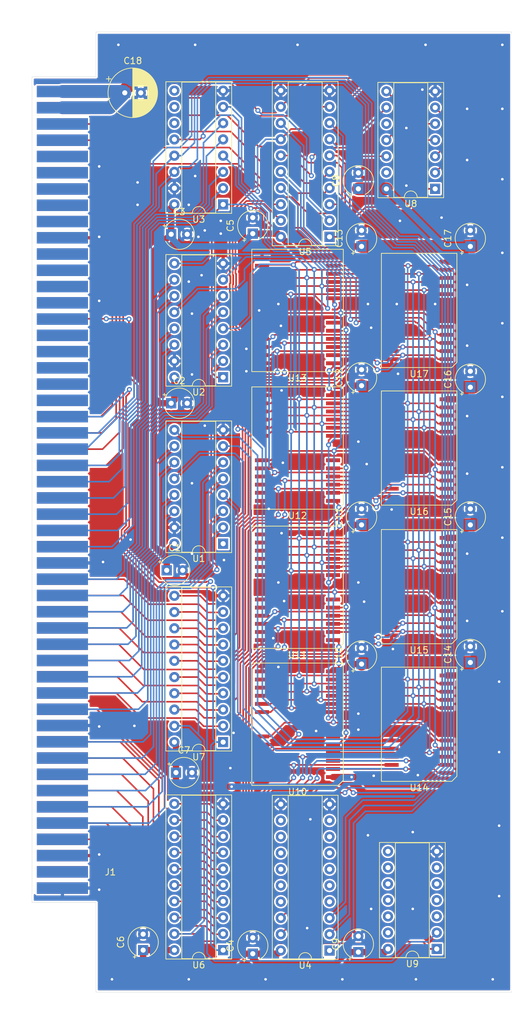
<source format=kicad_pcb>
(kicad_pcb (version 20171130) (host pcbnew 5.1.4-e60b266~84~ubuntu18.04.1)
  (layers (0 F.Cu signal) (31 B.Cu signal) (34 B.Paste user) (35 F.Paste user) (36 B.SilkS user) (37 F.SilkS user) (38 B.Mask user) (39 F.Mask user) (44 Edge.Cuts user))
  (net 0 "")
  (net 1 GND)
  (net 2 +5V)
  (net 3 /X_INH2)
  (net 4 /X_CASWRU)
  (net 5 /X_DTACK)
  (net 6 /X_RW)
  (net 7 /X_UDS)
  (net 8 /X_LDS)
  (net 9 /X_AS)
  (net 10 /X_D15)
  (net 11 /X_D14)
  (net 12 /X_D13)
  (net 13 /X_D12)
  (net 14 /X_D11)
  (net 15 /X_D10)
  (net 16 /X_D9)
  (net 17 /X_D8)
  (net 18 /X_D7)
  (net 19 /X_D6)
  (net 20 /X_D5)
  (net 21 /X_D4)
  (net 22 /X_D3)
  (net 23 /X_D2)
  (net 24 /X_D1)
  (net 25 /X_D0)
  (net 26 /X_IDDIR)
  (net 27 /X_A23)
  (net 28 /X_A22)
  (net 29 /X_A21)
  (net 30 /X_A20)
  (net 31 /X_A19)
  (net 32 /X_A18)
  (net 33 /X_A17)
  (net 34 /X_A16)
  (net 35 /X_A15)
  (net 36 /X_A14)
  (net 37 /X_A13)
  (net 38 /X_A12)
  (net 39 /X_A11)
  (net 40 /X_A10)
  (net 41 /X_A9)
  (net 42 /X_A8)
  (net 43 /X_A7)
  (net 44 /X_A6)
  (net 45 /X_A5)
  (net 46 /X_A4)
  (net 47 /X_A3)
  (net 48 /X_A2)
  (net 49 /X_A1)
  (net 50 /A1)
  (net 51 /A2)
  (net 52 /A0)
  (net 53 /A3)
  (net 54 /A5)
  (net 55 /A6)
  (net 56 /A4)
  (net 57 /A7)
  (net 58 "Net-(U2-Pad1)")
  (net 59 /A9)
  (net 60 /A10)
  (net 61 /A8)
  (net 62 /RAM1)
  (net 63 /RAM2)
  (net 64 /CASU)
  (net 65 /CASL)
  (net 66 /RASA)
  (net 67 /RASB)
  (net 68 /REF)
  (net 69 /DTACK)
  (net 70 /WE)
  (net 71 /DTACK2)
  (net 72 /DELAY)
  (net 73 /D0)
  (net 74 /D1)
  (net 75 /D2)
  (net 76 /D3)
  (net 77 /D4)
  (net 78 /D5)
  (net 79 /D6)
  (net 80 /D7)
  (net 81 /D8)
  (net 82 /D9)
  (net 83 /D10)
  (net 84 /D11)
  (net 85 /D12)
  (net 86 /D13)
  (net 87 /D14)
  (net 88 /D15)
  (net 89 "Net-(U8-Pad3)")
  (net 90 "Net-(U8-Pad11)")
  (module Package_DIP:DIP-16_W7.62mm_Socket (layer F.Cu) (at 104.87 46.94 180)
    (fp_text reference U3 (at 3.81 -2.33) (layer F.SilkS))
    (fp_text value 74AS158)
    (pad 16 thru_hole oval (at 7.62 0 180) (size 1.6 1.6) (drill 0.8) (layers *.Cu *.Mask) (net 2 +5V))
    (pad 8 thru_hole oval (at 0 17.78 180) (size 1.6 1.6) (drill 0.8) (layers *.Cu *.Mask) (net 1 GND))
    (pad 15 thru_hole oval (at 7.62 2.54 180) (size 1.6 1.6) (drill 0.8) (layers *.Cu *.Mask) (net 1 GND))
    (pad 7 thru_hole oval (at 0 15.24 180) (size 1.6 1.6) (drill 0.8) (layers *.Cu *.Mask) (net 59 /A9))
    (pad 14 thru_hole oval (at 7.62 5.08 180) (size 1.6 1.6) (drill 0.8) (layers *.Cu *.Mask) (net 29 /X_A21))
    (pad 6 thru_hole oval (at 0 12.7 180) (size 1.6 1.6) (drill 0.8) (layers *.Cu *.Mask) (net 30 /X_A20))
    (pad 13 thru_hole oval (at 7.62 7.62 180) (size 1.6 1.6) (drill 0.8) (layers *.Cu *.Mask) (net 28 /X_A22))
    (pad 5 thru_hole oval (at 0 10.16 180) (size 1.6 1.6) (drill 0.8) (layers *.Cu *.Mask) (net 31 /X_A19))
    (pad 12 thru_hole oval (at 7.62 10.16 180) (size 1.6 1.6) (drill 0.8) (layers *.Cu *.Mask) (net 60 /A10))
    (pad 4 thru_hole oval (at 0 7.62 180) (size 1.6 1.6) (drill 0.8) (layers *.Cu *.Mask) (net 61 /A8))
    (pad 11 thru_hole oval (at 7.62 12.7 180) (size 1.6 1.6) (drill 0.8) (layers *.Cu *.Mask))
    (pad 3 thru_hole oval (at 0 5.08 180) (size 1.6 1.6) (drill 0.8) (layers *.Cu *.Mask) (net 32 /X_A18))
    (pad 10 thru_hole oval (at 7.62 15.24 180) (size 1.6 1.6) (drill 0.8) (layers *.Cu *.Mask))
    (pad 2 thru_hole oval (at 0 2.54 180) (size 1.6 1.6) (drill 0.8) (layers *.Cu *.Mask) (net 33 /X_A17))
    (pad 9 thru_hole oval (at 7.62 17.78 180) (size 1.6 1.6) (drill 0.8) (layers *.Cu *.Mask))
    (pad 1 thru_hole rect (at 0 0 180) (size 1.6 1.6) (drill 0.8) (layers *.Cu *.Mask) (net 58 "Net-(U2-Pad1)"))
  )
  (module Package_DIP:DIP-20_W7.62mm_Socket (layer F.Cu) (at 121.5 52 180)
    (fp_text reference U5 (at 3.81 -2.33) (layer F.SilkS))
    (fp_text value GAL16V8)
    (pad 20 thru_hole oval (at 7.62 0 180) (size 1.6 1.6) (drill 0.8) (layers *.Cu *.Mask) (net 2 +5V))
    (pad 10 thru_hole oval (at 0 22.86 180) (size 1.6 1.6) (drill 0.8) (layers *.Cu *.Mask) (net 1 GND))
    (pad 19 thru_hole oval (at 7.62 2.54 180) (size 1.6 1.6) (drill 0.8) (layers *.Cu *.Mask) (net 64 /CASU))
    (pad 9 thru_hole oval (at 0 20.32 180) (size 1.6 1.6) (drill 0.8) (layers *.Cu *.Mask) (net 4 /X_CASWRU))
    (pad 18 thru_hole oval (at 7.62 5.08 180) (size 1.6 1.6) (drill 0.8) (layers *.Cu *.Mask) (net 65 /CASL))
    (pad 8 thru_hole oval (at 0 17.78 180) (size 1.6 1.6) (drill 0.8) (layers *.Cu *.Mask) (net 63 /RAM2))
    (pad 17 thru_hole oval (at 7.62 7.62 180) (size 1.6 1.6) (drill 0.8) (layers *.Cu *.Mask) (net 66 /RASA))
    (pad 7 thru_hole oval (at 0 15.24 180) (size 1.6 1.6) (drill 0.8) (layers *.Cu *.Mask) (net 62 /RAM1))
    (pad 16 thru_hole oval (at 7.62 10.16 180) (size 1.6 1.6) (drill 0.8) (layers *.Cu *.Mask) (net 67 /RASB))
    (pad 6 thru_hole oval (at 0 12.7 180) (size 1.6 1.6) (drill 0.8) (layers *.Cu *.Mask) (net 9 /X_AS))
    (pad 15 thru_hole oval (at 7.62 12.7 180) (size 1.6 1.6) (drill 0.8) (layers *.Cu *.Mask) (net 68 /REF))
    (pad 5 thru_hole oval (at 0 10.16 180) (size 1.6 1.6) (drill 0.8) (layers *.Cu *.Mask) (net 7 /X_UDS))
    (pad 14 thru_hole oval (at 7.62 15.24 180) (size 1.6 1.6) (drill 0.8) (layers *.Cu *.Mask) (net 69 /DTACK))
    (pad 4 thru_hole oval (at 0 7.62 180) (size 1.6 1.6) (drill 0.8) (layers *.Cu *.Mask) (net 8 /X_LDS))
    (pad 13 thru_hole oval (at 7.62 17.78 180) (size 1.6 1.6) (drill 0.8) (layers *.Cu *.Mask) (net 70 /WE))
    (pad 3 thru_hole oval (at 0 5.08 180) (size 1.6 1.6) (drill 0.8) (layers *.Cu *.Mask) (net 6 /X_RW))
    (pad 12 thru_hole oval (at 7.62 20.32 180) (size 1.6 1.6) (drill 0.8) (layers *.Cu *.Mask) (net 71 /DTACK2))
    (pad 2 thru_hole oval (at 0 2.54 180) (size 1.6 1.6) (drill 0.8) (layers *.Cu *.Mask) (net 3 /X_INH2))
    (pad 11 thru_hole oval (at 7.62 22.86 180) (size 1.6 1.6) (drill 0.8) (layers *.Cu *.Mask) (net 1 GND))
    (pad 1 thru_hole rect (at 0 0 180) (size 1.6 1.6) (drill 0.8) (layers *.Cu *.Mask) (net 72 /DELAY))
  )
  (module footprints:SOJ-20 (layer F.Cu) (at 135.5 128.15 90)
    (fp_text reference U14 (at -9.92 0) (layer F.SilkS))
    (fp_text value KM44C1000)
    (pad 10 smd rect (at 7.62 4.3 90) (size 0.6 2.2) (layers F.Cu F.Paste F.Mask) (net 2 +5V))
    (pad 11 smd rect (at 7.62 -4.3 90) (size 0.6 2.2) (layers F.Cu F.Paste F.Mask) (net 56 /A4))
    (pad 9 smd rect (at 6.35 4.3 90) (size 0.6 2.2) (layers F.Cu F.Paste F.Mask) (net 53 /A3))
    (pad 12 smd rect (at 6.35 -4.3 90) (size 0.6 2.2) (layers F.Cu F.Paste F.Mask) (net 54 /A5))
    (pad 8 smd rect (at 5.08 4.3 90) (size 0.6 2.2) (layers F.Cu F.Paste F.Mask) (net 51 /A2))
    (pad 13 smd rect (at 5.08 -4.3 90) (size 0.6 2.2) (layers F.Cu F.Paste F.Mask) (net 55 /A6))
    (pad 7 smd rect (at 3.81 4.3 90) (size 0.6 2.2) (layers F.Cu F.Paste F.Mask) (net 50 /A1))
    (pad 14 smd rect (at 3.81 -4.3 90) (size 0.6 2.2) (layers F.Cu F.Paste F.Mask) (net 57 /A7))
    (pad 6 smd rect (at 2.54 4.3 90) (size 0.6 2.2) (layers F.Cu F.Paste F.Mask) (net 52 /A0))
    (pad 15 smd rect (at 2.54 -4.3 90) (size 0.6 2.2) (layers F.Cu F.Paste F.Mask) (net 61 /A8))
    (pad 5 smd rect (at -2.54 4.3 90) (size 0.6 2.2) (layers F.Cu F.Paste F.Mask) (net 59 /A9))
    (pad 16 smd rect (at -2.54 -4.3 90) (size 0.6 2.2) (layers F.Cu F.Paste F.Mask) (net 1 GND))
    (pad 4 smd rect (at -3.81 4.3 90) (size 0.6 2.2) (layers F.Cu F.Paste F.Mask) (net 67 /RASB))
    (pad 17 smd rect (at -3.81 -4.3 90) (size 0.6 2.2) (layers F.Cu F.Paste F.Mask) (net 65 /CASL))
    (pad 3 smd rect (at -5.08 4.3 90) (size 0.6 2.2) (layers F.Cu F.Paste F.Mask) (net 70 /WE))
    (pad 18 smd rect (at -5.08 -4.3 90) (size 0.6 2.2) (layers F.Cu F.Paste F.Mask) (net 75 /D2))
    (pad 2 smd rect (at -6.35 4.3 90) (size 0.6 2.2) (layers F.Cu F.Paste F.Mask) (net 74 /D1))
    (pad 19 smd rect (at -6.35 -4.3 90) (size 0.6 2.2) (layers F.Cu F.Paste F.Mask) (net 76 /D3))
    (pad 1 smd rect (at -7.62 4.3 90) (size 0.6 2.2) (layers F.Cu F.Paste F.Mask) (net 73 /D0))
    (pad 20 smd rect (at -7.62 -4.3 90) (size 0.6 2.2) (layers F.Cu F.Paste F.Mask) (net 1 GND))
  )
  (module footprints:SOJ-24 (layer F.Cu) (at 116.5 106.752288 90)
    (fp_text reference U11 (at -10.555 0) (layer F.SilkS))
    (fp_text value HY5117400)
    (pad 14 smd rect (at 8.255 5.55 90) (size 0.6 2.2) (layers F.Cu F.Paste F.Mask) (net 2 +5V))
    (pad 15 smd rect (at 8.255 -5.55 90) (size 0.6 2.2) (layers F.Cu F.Paste F.Mask) (net 1 GND))
    (pad 13 smd rect (at 6.985 5.55 90) (size 0.6 2.2) (layers F.Cu F.Paste F.Mask) (net 53 /A3))
    (pad 16 smd rect (at 6.985 -5.55 90) (size 0.6 2.2) (layers F.Cu F.Paste F.Mask) (net 56 /A4))
    (pad 12 smd rect (at 5.715 5.55 90) (size 0.6 2.2) (layers F.Cu F.Paste F.Mask) (net 51 /A2))
    (pad 17 smd rect (at 5.715 -5.55 90) (size 0.6 2.2) (layers F.Cu F.Paste F.Mask) (net 54 /A5))
    (pad 11 smd rect (at 4.445 5.55 90) (size 0.6 2.2) (layers F.Cu F.Paste F.Mask) (net 50 /A1))
    (pad 18 smd rect (at 4.445 -5.55 90) (size 0.6 2.2) (layers F.Cu F.Paste F.Mask) (net 55 /A6))
    (pad 10 smd rect (at 3.175 5.55 90) (size 0.6 2.2) (layers F.Cu F.Paste F.Mask) (net 52 /A0))
    (pad 19 smd rect (at 3.175 -5.55 90) (size 0.6 2.2) (layers F.Cu F.Paste F.Mask) (net 57 /A7))
    (pad 9 smd rect (at 1.905 5.55 90) (size 0.6 2.2) (layers F.Cu F.Paste F.Mask) (net 60 /A10))
    (pad 20 smd rect (at 1.905 -5.55 90) (size 0.6 2.2) (layers F.Cu F.Paste F.Mask) (net 61 /A8))
    (pad 6 smd rect (at -1.905 5.55 90) (size 0.6 2.2) (layers F.Cu F.Paste F.Mask))
    (pad 23 smd rect (at -1.905 -5.55 90) (size 0.6 2.2) (layers F.Cu F.Paste F.Mask) (net 59 /A9))
    (pad 5 smd rect (at -3.175 5.55 90) (size 0.6 2.2) (layers F.Cu F.Paste F.Mask) (net 66 /RASA))
    (pad 24 smd rect (at -3.175 -5.55 90) (size 0.6 2.2) (layers F.Cu F.Paste F.Mask) (net 1 GND))
    (pad 4 smd rect (at -4.445 5.55 90) (size 0.6 2.2) (layers F.Cu F.Paste F.Mask) (net 70 /WE))
    (pad 25 smd rect (at -4.445 -5.55 90) (size 0.6 2.2) (layers F.Cu F.Paste F.Mask) (net 65 /CASL))
    (pad 3 smd rect (at -5.715 5.55 90) (size 0.6 2.2) (layers F.Cu F.Paste F.Mask) (net 78 /D5))
    (pad 26 smd rect (at -5.715 -5.55 90) (size 0.6 2.2) (layers F.Cu F.Paste F.Mask) (net 79 /D6))
    (pad 2 smd rect (at -6.985 5.55 90) (size 0.6 2.2) (layers F.Cu F.Paste F.Mask) (net 77 /D4))
    (pad 27 smd rect (at -6.985 -5.55 90) (size 0.6 2.2) (layers F.Cu F.Paste F.Mask) (net 80 /D7))
    (pad 1 smd rect (at -8.255 5.55 90) (size 0.6 2.2) (layers F.Cu F.Paste F.Mask) (net 2 +5V))
    (pad 28 smd rect (at -8.255 -5.55 90) (size 0.6 2.2) (layers F.Cu F.Paste F.Mask) (net 1 GND))
  )
  (module footprints:SOJ-20 (layer F.Cu) (at 135.5 63.5 90)
    (fp_text reference U17 (at -9.92 0) (layer F.SilkS))
    (fp_text value KM44C1000)
    (pad 10 smd rect (at 7.62 4.3 90) (size 0.6 2.2) (layers F.Cu F.Paste F.Mask) (net 2 +5V))
    (pad 11 smd rect (at 7.62 -4.3 90) (size 0.6 2.2) (layers F.Cu F.Paste F.Mask) (net 56 /A4))
    (pad 9 smd rect (at 6.35 4.3 90) (size 0.6 2.2) (layers F.Cu F.Paste F.Mask) (net 53 /A3))
    (pad 12 smd rect (at 6.35 -4.3 90) (size 0.6 2.2) (layers F.Cu F.Paste F.Mask) (net 54 /A5))
    (pad 8 smd rect (at 5.08 4.3 90) (size 0.6 2.2) (layers F.Cu F.Paste F.Mask) (net 51 /A2))
    (pad 13 smd rect (at 5.08 -4.3 90) (size 0.6 2.2) (layers F.Cu F.Paste F.Mask) (net 55 /A6))
    (pad 7 smd rect (at 3.81 4.3 90) (size 0.6 2.2) (layers F.Cu F.Paste F.Mask) (net 50 /A1))
    (pad 14 smd rect (at 3.81 -4.3 90) (size 0.6 2.2) (layers F.Cu F.Paste F.Mask) (net 57 /A7))
    (pad 6 smd rect (at 2.54 4.3 90) (size 0.6 2.2) (layers F.Cu F.Paste F.Mask) (net 52 /A0))
    (pad 15 smd rect (at 2.54 -4.3 90) (size 0.6 2.2) (layers F.Cu F.Paste F.Mask) (net 61 /A8))
    (pad 5 smd rect (at -2.54 4.3 90) (size 0.6 2.2) (layers F.Cu F.Paste F.Mask) (net 59 /A9))
    (pad 16 smd rect (at -2.54 -4.3 90) (size 0.6 2.2) (layers F.Cu F.Paste F.Mask) (net 1 GND))
    (pad 4 smd rect (at -3.81 4.3 90) (size 0.6 2.2) (layers F.Cu F.Paste F.Mask) (net 67 /RASB))
    (pad 17 smd rect (at -3.81 -4.3 90) (size 0.6 2.2) (layers F.Cu F.Paste F.Mask) (net 64 /CASU))
    (pad 3 smd rect (at -5.08 4.3 90) (size 0.6 2.2) (layers F.Cu F.Paste F.Mask) (net 70 /WE))
    (pad 18 smd rect (at -5.08 -4.3 90) (size 0.6 2.2) (layers F.Cu F.Paste F.Mask) (net 87 /D14))
    (pad 2 smd rect (at -6.35 4.3 90) (size 0.6 2.2) (layers F.Cu F.Paste F.Mask) (net 86 /D13))
    (pad 19 smd rect (at -6.35 -4.3 90) (size 0.6 2.2) (layers F.Cu F.Paste F.Mask) (net 88 /D15))
    (pad 1 smd rect (at -7.62 4.3 90) (size 0.6 2.2) (layers F.Cu F.Paste F.Mask) (net 85 /D12))
    (pad 20 smd rect (at -7.62 -4.3 90) (size 0.6 2.2) (layers F.Cu F.Paste F.Mask) (net 1 GND))
  )
  (module footprints:SOJ-20 (layer F.Cu) (at 135.5 85 90)
    (fp_text reference U16 (at -9.92 0) (layer F.SilkS))
    (fp_text value KM44C1000)
    (pad 10 smd rect (at 7.62 4.3 90) (size 0.6 2.2) (layers F.Cu F.Paste F.Mask) (net 2 +5V))
    (pad 11 smd rect (at 7.62 -4.3 90) (size 0.6 2.2) (layers F.Cu F.Paste F.Mask) (net 56 /A4))
    (pad 9 smd rect (at 6.35 4.3 90) (size 0.6 2.2) (layers F.Cu F.Paste F.Mask) (net 53 /A3))
    (pad 12 smd rect (at 6.35 -4.3 90) (size 0.6 2.2) (layers F.Cu F.Paste F.Mask) (net 54 /A5))
    (pad 8 smd rect (at 5.08 4.3 90) (size 0.6 2.2) (layers F.Cu F.Paste F.Mask) (net 51 /A2))
    (pad 13 smd rect (at 5.08 -4.3 90) (size 0.6 2.2) (layers F.Cu F.Paste F.Mask) (net 55 /A6))
    (pad 7 smd rect (at 3.81 4.3 90) (size 0.6 2.2) (layers F.Cu F.Paste F.Mask) (net 50 /A1))
    (pad 14 smd rect (at 3.81 -4.3 90) (size 0.6 2.2) (layers F.Cu F.Paste F.Mask) (net 57 /A7))
    (pad 6 smd rect (at 2.54 4.3 90) (size 0.6 2.2) (layers F.Cu F.Paste F.Mask) (net 52 /A0))
    (pad 15 smd rect (at 2.54 -4.3 90) (size 0.6 2.2) (layers F.Cu F.Paste F.Mask) (net 61 /A8))
    (pad 5 smd rect (at -2.54 4.3 90) (size 0.6 2.2) (layers F.Cu F.Paste F.Mask) (net 59 /A9))
    (pad 16 smd rect (at -2.54 -4.3 90) (size 0.6 2.2) (layers F.Cu F.Paste F.Mask) (net 1 GND))
    (pad 4 smd rect (at -3.81 4.3 90) (size 0.6 2.2) (layers F.Cu F.Paste F.Mask) (net 67 /RASB))
    (pad 17 smd rect (at -3.81 -4.3 90) (size 0.6 2.2) (layers F.Cu F.Paste F.Mask) (net 64 /CASU))
    (pad 3 smd rect (at -5.08 4.3 90) (size 0.6 2.2) (layers F.Cu F.Paste F.Mask) (net 70 /WE))
    (pad 18 smd rect (at -5.08 -4.3 90) (size 0.6 2.2) (layers F.Cu F.Paste F.Mask) (net 83 /D10))
    (pad 2 smd rect (at -6.35 4.3 90) (size 0.6 2.2) (layers F.Cu F.Paste F.Mask) (net 82 /D9))
    (pad 19 smd rect (at -6.35 -4.3 90) (size 0.6 2.2) (layers F.Cu F.Paste F.Mask) (net 84 /D11))
    (pad 1 smd rect (at -7.62 4.3 90) (size 0.6 2.2) (layers F.Cu F.Paste F.Mask) (net 81 /D8))
    (pad 20 smd rect (at -7.62 -4.3 90) (size 0.6 2.2) (layers F.Cu F.Paste F.Mask) (net 1 GND))
  )
  (module footprints:SOJ-20 (layer F.Cu) (at 135.5 106.65 90)
    (fp_text reference U15 (at -9.92 0) (layer F.SilkS))
    (fp_text value KM44C1000)
    (pad 10 smd rect (at 7.62 4.3 90) (size 0.6 2.2) (layers F.Cu F.Paste F.Mask) (net 2 +5V))
    (pad 11 smd rect (at 7.62 -4.3 90) (size 0.6 2.2) (layers F.Cu F.Paste F.Mask) (net 56 /A4))
    (pad 9 smd rect (at 6.35 4.3 90) (size 0.6 2.2) (layers F.Cu F.Paste F.Mask) (net 53 /A3))
    (pad 12 smd rect (at 6.35 -4.3 90) (size 0.6 2.2) (layers F.Cu F.Paste F.Mask) (net 54 /A5))
    (pad 8 smd rect (at 5.08 4.3 90) (size 0.6 2.2) (layers F.Cu F.Paste F.Mask) (net 51 /A2))
    (pad 13 smd rect (at 5.08 -4.3 90) (size 0.6 2.2) (layers F.Cu F.Paste F.Mask) (net 55 /A6))
    (pad 7 smd rect (at 3.81 4.3 90) (size 0.6 2.2) (layers F.Cu F.Paste F.Mask) (net 50 /A1))
    (pad 14 smd rect (at 3.81 -4.3 90) (size 0.6 2.2) (layers F.Cu F.Paste F.Mask) (net 57 /A7))
    (pad 6 smd rect (at 2.54 4.3 90) (size 0.6 2.2) (layers F.Cu F.Paste F.Mask) (net 52 /A0))
    (pad 15 smd rect (at 2.54 -4.3 90) (size 0.6 2.2) (layers F.Cu F.Paste F.Mask) (net 61 /A8))
    (pad 5 smd rect (at -2.54 4.3 90) (size 0.6 2.2) (layers F.Cu F.Paste F.Mask) (net 59 /A9))
    (pad 16 smd rect (at -2.54 -4.3 90) (size 0.6 2.2) (layers F.Cu F.Paste F.Mask) (net 1 GND))
    (pad 4 smd rect (at -3.81 4.3 90) (size 0.6 2.2) (layers F.Cu F.Paste F.Mask) (net 67 /RASB))
    (pad 17 smd rect (at -3.81 -4.3 90) (size 0.6 2.2) (layers F.Cu F.Paste F.Mask) (net 65 /CASL))
    (pad 3 smd rect (at -5.08 4.3 90) (size 0.6 2.2) (layers F.Cu F.Paste F.Mask) (net 70 /WE))
    (pad 18 smd rect (at -5.08 -4.3 90) (size 0.6 2.2) (layers F.Cu F.Paste F.Mask) (net 79 /D6))
    (pad 2 smd rect (at -6.35 4.3 90) (size 0.6 2.2) (layers F.Cu F.Paste F.Mask) (net 78 /D5))
    (pad 19 smd rect (at -6.35 -4.3 90) (size 0.6 2.2) (layers F.Cu F.Paste F.Mask) (net 80 /D7))
    (pad 1 smd rect (at -7.62 4.3 90) (size 0.6 2.2) (layers F.Cu F.Paste F.Mask) (net 77 /D4))
    (pad 20 smd rect (at -7.62 -4.3 90) (size 0.6 2.2) (layers F.Cu F.Paste F.Mask) (net 1 GND))
  )
  (module footprints:SOJ-24 (layer F.Cu) (at 116.5 63.5 90)
    (fp_text reference U13 (at -10.555 0) (layer F.SilkS))
    (fp_text value HY5117400)
    (pad 14 smd rect (at 8.255 5.55 90) (size 0.6 2.2) (layers F.Cu F.Paste F.Mask) (net 2 +5V))
    (pad 15 smd rect (at 8.255 -5.55 90) (size 0.6 2.2) (layers F.Cu F.Paste F.Mask) (net 1 GND))
    (pad 13 smd rect (at 6.985 5.55 90) (size 0.6 2.2) (layers F.Cu F.Paste F.Mask) (net 53 /A3))
    (pad 16 smd rect (at 6.985 -5.55 90) (size 0.6 2.2) (layers F.Cu F.Paste F.Mask) (net 56 /A4))
    (pad 12 smd rect (at 5.715 5.55 90) (size 0.6 2.2) (layers F.Cu F.Paste F.Mask) (net 51 /A2))
    (pad 17 smd rect (at 5.715 -5.55 90) (size 0.6 2.2) (layers F.Cu F.Paste F.Mask) (net 54 /A5))
    (pad 11 smd rect (at 4.445 5.55 90) (size 0.6 2.2) (layers F.Cu F.Paste F.Mask) (net 50 /A1))
    (pad 18 smd rect (at 4.445 -5.55 90) (size 0.6 2.2) (layers F.Cu F.Paste F.Mask) (net 55 /A6))
    (pad 10 smd rect (at 3.175 5.55 90) (size 0.6 2.2) (layers F.Cu F.Paste F.Mask) (net 52 /A0))
    (pad 19 smd rect (at 3.175 -5.55 90) (size 0.6 2.2) (layers F.Cu F.Paste F.Mask) (net 57 /A7))
    (pad 9 smd rect (at 1.905 5.55 90) (size 0.6 2.2) (layers F.Cu F.Paste F.Mask) (net 60 /A10))
    (pad 20 smd rect (at 1.905 -5.55 90) (size 0.6 2.2) (layers F.Cu F.Paste F.Mask) (net 61 /A8))
    (pad 6 smd rect (at -1.905 5.55 90) (size 0.6 2.2) (layers F.Cu F.Paste F.Mask))
    (pad 23 smd rect (at -1.905 -5.55 90) (size 0.6 2.2) (layers F.Cu F.Paste F.Mask) (net 59 /A9))
    (pad 5 smd rect (at -3.175 5.55 90) (size 0.6 2.2) (layers F.Cu F.Paste F.Mask) (net 66 /RASA))
    (pad 24 smd rect (at -3.175 -5.55 90) (size 0.6 2.2) (layers F.Cu F.Paste F.Mask) (net 1 GND))
    (pad 4 smd rect (at -4.445 5.55 90) (size 0.6 2.2) (layers F.Cu F.Paste F.Mask) (net 70 /WE))
    (pad 25 smd rect (at -4.445 -5.55 90) (size 0.6 2.2) (layers F.Cu F.Paste F.Mask) (net 64 /CASU))
    (pad 3 smd rect (at -5.715 5.55 90) (size 0.6 2.2) (layers F.Cu F.Paste F.Mask) (net 86 /D13))
    (pad 26 smd rect (at -5.715 -5.55 90) (size 0.6 2.2) (layers F.Cu F.Paste F.Mask) (net 87 /D14))
    (pad 2 smd rect (at -6.985 5.55 90) (size 0.6 2.2) (layers F.Cu F.Paste F.Mask) (net 85 /D12))
    (pad 27 smd rect (at -6.985 -5.55 90) (size 0.6 2.2) (layers F.Cu F.Paste F.Mask) (net 88 /D15))
    (pad 1 smd rect (at -8.255 5.55 90) (size 0.6 2.2) (layers F.Cu F.Paste F.Mask) (net 2 +5V))
    (pad 28 smd rect (at -8.255 -5.55 90) (size 0.6 2.2) (layers F.Cu F.Paste F.Mask) (net 1 GND))
  )
  (module footprints:SOJ-24 (layer F.Cu) (at 116.5 85 90)
    (fp_text reference U12 (at -10.555 0) (layer F.SilkS))
    (fp_text value HY5117400)
    (pad 14 smd rect (at 8.255 5.55 90) (size 0.6 2.2) (layers F.Cu F.Paste F.Mask) (net 2 +5V))
    (pad 15 smd rect (at 8.255 -5.55 90) (size 0.6 2.2) (layers F.Cu F.Paste F.Mask) (net 1 GND))
    (pad 13 smd rect (at 6.985 5.55 90) (size 0.6 2.2) (layers F.Cu F.Paste F.Mask) (net 53 /A3))
    (pad 16 smd rect (at 6.985 -5.55 90) (size 0.6 2.2) (layers F.Cu F.Paste F.Mask) (net 56 /A4))
    (pad 12 smd rect (at 5.715 5.55 90) (size 0.6 2.2) (layers F.Cu F.Paste F.Mask) (net 51 /A2))
    (pad 17 smd rect (at 5.715 -5.55 90) (size 0.6 2.2) (layers F.Cu F.Paste F.Mask) (net 54 /A5))
    (pad 11 smd rect (at 4.445 5.55 90) (size 0.6 2.2) (layers F.Cu F.Paste F.Mask) (net 50 /A1))
    (pad 18 smd rect (at 4.445 -5.55 90) (size 0.6 2.2) (layers F.Cu F.Paste F.Mask) (net 55 /A6))
    (pad 10 smd rect (at 3.175 5.55 90) (size 0.6 2.2) (layers F.Cu F.Paste F.Mask) (net 52 /A0))
    (pad 19 smd rect (at 3.175 -5.55 90) (size 0.6 2.2) (layers F.Cu F.Paste F.Mask) (net 57 /A7))
    (pad 9 smd rect (at 1.905 5.55 90) (size 0.6 2.2) (layers F.Cu F.Paste F.Mask) (net 60 /A10))
    (pad 20 smd rect (at 1.905 -5.55 90) (size 0.6 2.2) (layers F.Cu F.Paste F.Mask) (net 61 /A8))
    (pad 6 smd rect (at -1.905 5.55 90) (size 0.6 2.2) (layers F.Cu F.Paste F.Mask))
    (pad 23 smd rect (at -1.905 -5.55 90) (size 0.6 2.2) (layers F.Cu F.Paste F.Mask) (net 59 /A9))
    (pad 5 smd rect (at -3.175 5.55 90) (size 0.6 2.2) (layers F.Cu F.Paste F.Mask) (net 66 /RASA))
    (pad 24 smd rect (at -3.175 -5.55 90) (size 0.6 2.2) (layers F.Cu F.Paste F.Mask) (net 1 GND))
    (pad 4 smd rect (at -4.445 5.55 90) (size 0.6 2.2) (layers F.Cu F.Paste F.Mask) (net 70 /WE))
    (pad 25 smd rect (at -4.445 -5.55 90) (size 0.6 2.2) (layers F.Cu F.Paste F.Mask) (net 64 /CASU))
    (pad 3 smd rect (at -5.715 5.55 90) (size 0.6 2.2) (layers F.Cu F.Paste F.Mask) (net 82 /D9))
    (pad 26 smd rect (at -5.715 -5.55 90) (size 0.6 2.2) (layers F.Cu F.Paste F.Mask) (net 83 /D10))
    (pad 2 smd rect (at -6.985 5.55 90) (size 0.6 2.2) (layers F.Cu F.Paste F.Mask) (net 81 /D8))
    (pad 27 smd rect (at -6.985 -5.55 90) (size 0.6 2.2) (layers F.Cu F.Paste F.Mask) (net 84 /D11))
    (pad 1 smd rect (at -8.255 5.55 90) (size 0.6 2.2) (layers F.Cu F.Paste F.Mask) (net 2 +5V))
    (pad 28 smd rect (at -8.255 -5.55 90) (size 0.6 2.2) (layers F.Cu F.Paste F.Mask) (net 1 GND))
  )
  (module footprints:SOJ-24 (layer F.Cu) (at 116.5 128.15 90)
    (fp_text reference U10 (at -10.555 0) (layer F.SilkS))
    (fp_text value HY5117400)
    (pad 14 smd rect (at 8.255 5.55 90) (size 0.6 2.2) (layers F.Cu F.Paste F.Mask) (net 2 +5V))
    (pad 15 smd rect (at 8.255 -5.55 90) (size 0.6 2.2) (layers F.Cu F.Paste F.Mask) (net 1 GND))
    (pad 13 smd rect (at 6.985 5.55 90) (size 0.6 2.2) (layers F.Cu F.Paste F.Mask) (net 53 /A3))
    (pad 16 smd rect (at 6.985 -5.55 90) (size 0.6 2.2) (layers F.Cu F.Paste F.Mask) (net 56 /A4))
    (pad 12 smd rect (at 5.715 5.55 90) (size 0.6 2.2) (layers F.Cu F.Paste F.Mask) (net 51 /A2))
    (pad 17 smd rect (at 5.715 -5.55 90) (size 0.6 2.2) (layers F.Cu F.Paste F.Mask) (net 54 /A5))
    (pad 11 smd rect (at 4.445 5.55 90) (size 0.6 2.2) (layers F.Cu F.Paste F.Mask) (net 50 /A1))
    (pad 18 smd rect (at 4.445 -5.55 90) (size 0.6 2.2) (layers F.Cu F.Paste F.Mask) (net 55 /A6))
    (pad 10 smd rect (at 3.175 5.55 90) (size 0.6 2.2) (layers F.Cu F.Paste F.Mask) (net 52 /A0))
    (pad 19 smd rect (at 3.175 -5.55 90) (size 0.6 2.2) (layers F.Cu F.Paste F.Mask) (net 57 /A7))
    (pad 9 smd rect (at 1.905 5.55 90) (size 0.6 2.2) (layers F.Cu F.Paste F.Mask) (net 60 /A10))
    (pad 20 smd rect (at 1.905 -5.55 90) (size 0.6 2.2) (layers F.Cu F.Paste F.Mask) (net 61 /A8))
    (pad 6 smd rect (at -1.905 5.55 90) (size 0.6 2.2) (layers F.Cu F.Paste F.Mask))
    (pad 23 smd rect (at -1.905 -5.55 90) (size 0.6 2.2) (layers F.Cu F.Paste F.Mask) (net 59 /A9))
    (pad 5 smd rect (at -3.175 5.55 90) (size 0.6 2.2) (layers F.Cu F.Paste F.Mask) (net 66 /RASA))
    (pad 24 smd rect (at -3.175 -5.55 90) (size 0.6 2.2) (layers F.Cu F.Paste F.Mask) (net 1 GND))
    (pad 4 smd rect (at -4.445 5.55 90) (size 0.6 2.2) (layers F.Cu F.Paste F.Mask) (net 70 /WE))
    (pad 25 smd rect (at -4.445 -5.55 90) (size 0.6 2.2) (layers F.Cu F.Paste F.Mask) (net 65 /CASL))
    (pad 3 smd rect (at -5.715 5.55 90) (size 0.6 2.2) (layers F.Cu F.Paste F.Mask) (net 74 /D1))
    (pad 26 smd rect (at -5.715 -5.55 90) (size 0.6 2.2) (layers F.Cu F.Paste F.Mask) (net 75 /D2))
    (pad 2 smd rect (at -6.985 5.55 90) (size 0.6 2.2) (layers F.Cu F.Paste F.Mask) (net 73 /D0))
    (pad 27 smd rect (at -6.985 -5.55 90) (size 0.6 2.2) (layers F.Cu F.Paste F.Mask) (net 76 /D3))
    (pad 1 smd rect (at -8.255 5.55 90) (size 0.6 2.2) (layers F.Cu F.Paste F.Mask) (net 2 +5V))
    (pad 28 smd rect (at -8.255 -5.55 90) (size 0.6 2.2) (layers F.Cu F.Paste F.Mask) (net 1 GND))
  )
  (module Package_DIP:DIP-14_W7.62mm_Socket (layer F.Cu) (at 138.25 163.25 180)
    (fp_text reference U9 (at 3.81 -2.33) (layer F.SilkS))
    (fp_text value 74LS07)
    (pad 14 thru_hole oval (at 7.62 0 180) (size 1.6 1.6) (drill 0.8) (layers *.Cu *.Mask) (net 2 +5V))
    (pad 7 thru_hole oval (at 0 15.24 180) (size 1.6 1.6) (drill 0.8) (layers *.Cu *.Mask) (net 1 GND))
    (pad 13 thru_hole oval (at 7.62 2.54 180) (size 1.6 1.6) (drill 0.8) (layers *.Cu *.Mask))
    (pad 6 thru_hole oval (at 0 12.7 180) (size 1.6 1.6) (drill 0.8) (layers *.Cu *.Mask))
    (pad 12 thru_hole oval (at 7.62 5.08 180) (size 1.6 1.6) (drill 0.8) (layers *.Cu *.Mask))
    (pad 5 thru_hole oval (at 0 10.16 180) (size 1.6 1.6) (drill 0.8) (layers *.Cu *.Mask))
    (pad 11 thru_hole oval (at 7.62 7.62 180) (size 1.6 1.6) (drill 0.8) (layers *.Cu *.Mask))
    (pad 4 thru_hole oval (at 0 7.62 180) (size 1.6 1.6) (drill 0.8) (layers *.Cu *.Mask))
    (pad 10 thru_hole oval (at 7.62 10.16 180) (size 1.6 1.6) (drill 0.8) (layers *.Cu *.Mask))
    (pad 3 thru_hole oval (at 0 5.08 180) (size 1.6 1.6) (drill 0.8) (layers *.Cu *.Mask))
    (pad 9 thru_hole oval (at 7.62 12.7 180) (size 1.6 1.6) (drill 0.8) (layers *.Cu *.Mask))
    (pad 2 thru_hole oval (at 0 2.54 180) (size 1.6 1.6) (drill 0.8) (layers *.Cu *.Mask) (net 5 /X_DTACK))
    (pad 8 thru_hole oval (at 7.62 15.24 180) (size 1.6 1.6) (drill 0.8) (layers *.Cu *.Mask))
    (pad 1 thru_hole rect (at 0 0 180) (size 1.6 1.6) (drill 0.8) (layers *.Cu *.Mask) (net 69 /DTACK))
  )
  (module Package_DIP:DIP-14_W7.62mm_Socket (layer F.Cu) (at 138 44.5 180)
    (fp_text reference U8 (at 3.81 -2.33) (layer F.SilkS))
    (fp_text value 74LS04)
    (pad 14 thru_hole oval (at 7.62 0 180) (size 1.6 1.6) (drill 0.8) (layers *.Cu *.Mask) (net 2 +5V))
    (pad 7 thru_hole oval (at 0 15.24 180) (size 1.6 1.6) (drill 0.8) (layers *.Cu *.Mask) (net 1 GND))
    (pad 13 thru_hole oval (at 7.62 2.54 180) (size 1.6 1.6) (drill 0.8) (layers *.Cu *.Mask))
    (pad 6 thru_hole oval (at 0 12.7 180) (size 1.6 1.6) (drill 0.8) (layers *.Cu *.Mask) (net 89 "Net-(U8-Pad3)"))
    (pad 12 thru_hole oval (at 7.62 5.08 180) (size 1.6 1.6) (drill 0.8) (layers *.Cu *.Mask) (net 72 /DELAY))
    (pad 5 thru_hole oval (at 0 10.16 180) (size 1.6 1.6) (drill 0.8) (layers *.Cu *.Mask) (net 69 /DTACK))
    (pad 11 thru_hole oval (at 7.62 7.62 180) (size 1.6 1.6) (drill 0.8) (layers *.Cu *.Mask) (net 90 "Net-(U8-Pad11)"))
    (pad 4 thru_hole oval (at 0 7.62 180) (size 1.6 1.6) (drill 0.8) (layers *.Cu *.Mask) (net 58 "Net-(U2-Pad1)"))
    (pad 10 thru_hole oval (at 7.62 10.16 180) (size 1.6 1.6) (drill 0.8) (layers *.Cu *.Mask))
    (pad 3 thru_hole oval (at 0 5.08 180) (size 1.6 1.6) (drill 0.8) (layers *.Cu *.Mask) (net 89 "Net-(U8-Pad3)"))
    (pad 9 thru_hole oval (at 7.62 12.7 180) (size 1.6 1.6) (drill 0.8) (layers *.Cu *.Mask) (net 68 /REF))
    (pad 2 thru_hole oval (at 0 2.54 180) (size 1.6 1.6) (drill 0.8) (layers *.Cu *.Mask) (net 71 /DTACK2))
    (pad 8 thru_hole oval (at 7.62 15.24 180) (size 1.6 1.6) (drill 0.8) (layers *.Cu *.Mask) (net 90 "Net-(U8-Pad11)"))
    (pad 1 thru_hole rect (at 0 0 180) (size 1.6 1.6) (drill 0.8) (layers *.Cu *.Mask) (net 58 "Net-(U2-Pad1)"))
  )
  (module Package_DIP:DIP-20_W7.62mm_Socket (layer F.Cu) (at 104.87 130.94 180)
    (fp_text reference U7 (at 3.81 -2.33) (layer F.SilkS))
    (fp_text value 74AS245)
    (pad 20 thru_hole oval (at 7.62 0 180) (size 1.6 1.6) (drill 0.8) (layers *.Cu *.Mask) (net 2 +5V))
    (pad 10 thru_hole oval (at 0 22.86 180) (size 1.6 1.6) (drill 0.8) (layers *.Cu *.Mask) (net 1 GND))
    (pad 19 thru_hole oval (at 7.62 2.54 180) (size 1.6 1.6) (drill 0.8) (layers *.Cu *.Mask) (net 69 /DTACK))
    (pad 9 thru_hole oval (at 0 20.32 180) (size 1.6 1.6) (drill 0.8) (layers *.Cu *.Mask) (net 10 /X_D15))
    (pad 18 thru_hole oval (at 7.62 5.08 180) (size 1.6 1.6) (drill 0.8) (layers *.Cu *.Mask) (net 81 /D8))
    (pad 8 thru_hole oval (at 0 17.78 180) (size 1.6 1.6) (drill 0.8) (layers *.Cu *.Mask) (net 11 /X_D14))
    (pad 17 thru_hole oval (at 7.62 7.62 180) (size 1.6 1.6) (drill 0.8) (layers *.Cu *.Mask) (net 82 /D9))
    (pad 7 thru_hole oval (at 0 15.24 180) (size 1.6 1.6) (drill 0.8) (layers *.Cu *.Mask) (net 12 /X_D13))
    (pad 16 thru_hole oval (at 7.62 10.16 180) (size 1.6 1.6) (drill 0.8) (layers *.Cu *.Mask) (net 83 /D10))
    (pad 6 thru_hole oval (at 0 12.7 180) (size 1.6 1.6) (drill 0.8) (layers *.Cu *.Mask) (net 13 /X_D12))
    (pad 15 thru_hole oval (at 7.62 12.7 180) (size 1.6 1.6) (drill 0.8) (layers *.Cu *.Mask) (net 84 /D11))
    (pad 5 thru_hole oval (at 0 10.16 180) (size 1.6 1.6) (drill 0.8) (layers *.Cu *.Mask) (net 14 /X_D11))
    (pad 14 thru_hole oval (at 7.62 15.24 180) (size 1.6 1.6) (drill 0.8) (layers *.Cu *.Mask) (net 85 /D12))
    (pad 4 thru_hole oval (at 0 7.62 180) (size 1.6 1.6) (drill 0.8) (layers *.Cu *.Mask) (net 15 /X_D10))
    (pad 13 thru_hole oval (at 7.62 17.78 180) (size 1.6 1.6) (drill 0.8) (layers *.Cu *.Mask) (net 86 /D13))
    (pad 3 thru_hole oval (at 0 5.08 180) (size 1.6 1.6) (drill 0.8) (layers *.Cu *.Mask) (net 16 /X_D9))
    (pad 12 thru_hole oval (at 7.62 20.32 180) (size 1.6 1.6) (drill 0.8) (layers *.Cu *.Mask) (net 87 /D14))
    (pad 2 thru_hole oval (at 0 2.54 180) (size 1.6 1.6) (drill 0.8) (layers *.Cu *.Mask) (net 17 /X_D8))
    (pad 11 thru_hole oval (at 7.62 22.86 180) (size 1.6 1.6) (drill 0.8) (layers *.Cu *.Mask) (net 88 /D15))
    (pad 1 thru_hole rect (at 0 0 180) (size 1.6 1.6) (drill 0.8) (layers *.Cu *.Mask) (net 26 /X_IDDIR))
  )
  (module Package_DIP:DIP-20_W7.62mm_Socket (layer F.Cu) (at 104.87 163.44 180)
    (fp_text reference U6 (at 3.81 -2.33) (layer F.SilkS))
    (fp_text value 74AS245)
    (pad 20 thru_hole oval (at 7.62 0 180) (size 1.6 1.6) (drill 0.8) (layers *.Cu *.Mask) (net 2 +5V))
    (pad 10 thru_hole oval (at 0 22.86 180) (size 1.6 1.6) (drill 0.8) (layers *.Cu *.Mask) (net 1 GND))
    (pad 19 thru_hole oval (at 7.62 2.54 180) (size 1.6 1.6) (drill 0.8) (layers *.Cu *.Mask) (net 69 /DTACK))
    (pad 9 thru_hole oval (at 0 20.32 180) (size 1.6 1.6) (drill 0.8) (layers *.Cu *.Mask) (net 18 /X_D7))
    (pad 18 thru_hole oval (at 7.62 5.08 180) (size 1.6 1.6) (drill 0.8) (layers *.Cu *.Mask) (net 73 /D0))
    (pad 8 thru_hole oval (at 0 17.78 180) (size 1.6 1.6) (drill 0.8) (layers *.Cu *.Mask) (net 19 /X_D6))
    (pad 17 thru_hole oval (at 7.62 7.62 180) (size 1.6 1.6) (drill 0.8) (layers *.Cu *.Mask) (net 74 /D1))
    (pad 7 thru_hole oval (at 0 15.24 180) (size 1.6 1.6) (drill 0.8) (layers *.Cu *.Mask) (net 20 /X_D5))
    (pad 16 thru_hole oval (at 7.62 10.16 180) (size 1.6 1.6) (drill 0.8) (layers *.Cu *.Mask) (net 75 /D2))
    (pad 6 thru_hole oval (at 0 12.7 180) (size 1.6 1.6) (drill 0.8) (layers *.Cu *.Mask) (net 21 /X_D4))
    (pad 15 thru_hole oval (at 7.62 12.7 180) (size 1.6 1.6) (drill 0.8) (layers *.Cu *.Mask) (net 76 /D3))
    (pad 5 thru_hole oval (at 0 10.16 180) (size 1.6 1.6) (drill 0.8) (layers *.Cu *.Mask) (net 22 /X_D3))
    (pad 14 thru_hole oval (at 7.62 15.24 180) (size 1.6 1.6) (drill 0.8) (layers *.Cu *.Mask) (net 77 /D4))
    (pad 4 thru_hole oval (at 0 7.62 180) (size 1.6 1.6) (drill 0.8) (layers *.Cu *.Mask) (net 23 /X_D2))
    (pad 13 thru_hole oval (at 7.62 17.78 180) (size 1.6 1.6) (drill 0.8) (layers *.Cu *.Mask) (net 78 /D5))
    (pad 3 thru_hole oval (at 0 5.08 180) (size 1.6 1.6) (drill 0.8) (layers *.Cu *.Mask) (net 24 /X_D1))
    (pad 12 thru_hole oval (at 7.62 20.32 180) (size 1.6 1.6) (drill 0.8) (layers *.Cu *.Mask) (net 79 /D6))
    (pad 2 thru_hole oval (at 0 2.54 180) (size 1.6 1.6) (drill 0.8) (layers *.Cu *.Mask) (net 25 /X_D0))
    (pad 11 thru_hole oval (at 7.62 22.86 180) (size 1.6 1.6) (drill 0.8) (layers *.Cu *.Mask) (net 80 /D7))
    (pad 1 thru_hole rect (at 0 0 180) (size 1.6 1.6) (drill 0.8) (layers *.Cu *.Mask) (net 26 /X_IDDIR))
  )
  (module Package_DIP:DIP-20_W7.62mm_Socket (layer F.Cu) (at 121.5 163.5 180)
    (fp_text reference U4 (at 3.81 -2.33) (layer F.SilkS))
    (fp_text value GAL16V8)
    (pad 20 thru_hole oval (at 7.62 0 180) (size 1.6 1.6) (drill 0.8) (layers *.Cu *.Mask) (net 2 +5V))
    (pad 10 thru_hole oval (at 0 22.86 180) (size 1.6 1.6) (drill 0.8) (layers *.Cu *.Mask) (net 1 GND))
    (pad 19 thru_hole oval (at 7.62 2.54 180) (size 1.6 1.6) (drill 0.8) (layers *.Cu *.Mask) (net 62 /RAM1))
    (pad 9 thru_hole oval (at 0 20.32 180) (size 1.6 1.6) (drill 0.8) (layers *.Cu *.Mask))
    (pad 18 thru_hole oval (at 7.62 5.08 180) (size 1.6 1.6) (drill 0.8) (layers *.Cu *.Mask) (net 63 /RAM2))
    (pad 8 thru_hole oval (at 0 17.78 180) (size 1.6 1.6) (drill 0.8) (layers *.Cu *.Mask))
    (pad 17 thru_hole oval (at 7.62 7.62 180) (size 1.6 1.6) (drill 0.8) (layers *.Cu *.Mask))
    (pad 7 thru_hole oval (at 0 15.24 180) (size 1.6 1.6) (drill 0.8) (layers *.Cu *.Mask))
    (pad 16 thru_hole oval (at 7.62 10.16 180) (size 1.6 1.6) (drill 0.8) (layers *.Cu *.Mask))
    (pad 6 thru_hole oval (at 0 12.7 180) (size 1.6 1.6) (drill 0.8) (layers *.Cu *.Mask))
    (pad 15 thru_hole oval (at 7.62 12.7 180) (size 1.6 1.6) (drill 0.8) (layers *.Cu *.Mask))
    (pad 5 thru_hole oval (at 0 10.16 180) (size 1.6 1.6) (drill 0.8) (layers *.Cu *.Mask))
    (pad 14 thru_hole oval (at 7.62 15.24 180) (size 1.6 1.6) (drill 0.8) (layers *.Cu *.Mask))
    (pad 4 thru_hole oval (at 0 7.62 180) (size 1.6 1.6) (drill 0.8) (layers *.Cu *.Mask))
    (pad 13 thru_hole oval (at 7.62 17.78 180) (size 1.6 1.6) (drill 0.8) (layers *.Cu *.Mask))
    (pad 3 thru_hole oval (at 0 5.08 180) (size 1.6 1.6) (drill 0.8) (layers *.Cu *.Mask) (net 29 /X_A21))
    (pad 12 thru_hole oval (at 7.62 20.32 180) (size 1.6 1.6) (drill 0.8) (layers *.Cu *.Mask))
    (pad 2 thru_hole oval (at 0 2.54 180) (size 1.6 1.6) (drill 0.8) (layers *.Cu *.Mask) (net 28 /X_A22))
    (pad 11 thru_hole oval (at 7.62 22.86 180) (size 1.6 1.6) (drill 0.8) (layers *.Cu *.Mask) (net 1 GND))
    (pad 1 thru_hole rect (at 0 0 180) (size 1.6 1.6) (drill 0.8) (layers *.Cu *.Mask) (net 27 /X_A23))
  )
  (module Package_DIP:DIP-16_W7.62mm_Socket (layer F.Cu) (at 104.87 73.94 180)
    (fp_text reference U2 (at 3.81 -2.33) (layer F.SilkS))
    (fp_text value 74AS158)
    (pad 16 thru_hole oval (at 7.62 0 180) (size 1.6 1.6) (drill 0.8) (layers *.Cu *.Mask) (net 2 +5V))
    (pad 8 thru_hole oval (at 0 17.78 180) (size 1.6 1.6) (drill 0.8) (layers *.Cu *.Mask) (net 1 GND))
    (pad 15 thru_hole oval (at 7.62 2.54 180) (size 1.6 1.6) (drill 0.8) (layers *.Cu *.Mask) (net 1 GND))
    (pad 7 thru_hole oval (at 0 15.24 180) (size 1.6 1.6) (drill 0.8) (layers *.Cu *.Mask) (net 54 /A5))
    (pad 14 thru_hole oval (at 7.62 5.08 180) (size 1.6 1.6) (drill 0.8) (layers *.Cu *.Mask) (net 37 /X_A13))
    (pad 6 thru_hole oval (at 0 12.7 180) (size 1.6 1.6) (drill 0.8) (layers *.Cu *.Mask) (net 38 /X_A12))
    (pad 13 thru_hole oval (at 7.62 7.62 180) (size 1.6 1.6) (drill 0.8) (layers *.Cu *.Mask) (net 36 /X_A14))
    (pad 5 thru_hole oval (at 0 10.16 180) (size 1.6 1.6) (drill 0.8) (layers *.Cu *.Mask) (net 39 /X_A11))
    (pad 12 thru_hole oval (at 7.62 10.16 180) (size 1.6 1.6) (drill 0.8) (layers *.Cu *.Mask) (net 55 /A6))
    (pad 4 thru_hole oval (at 0 7.62 180) (size 1.6 1.6) (drill 0.8) (layers *.Cu *.Mask) (net 56 /A4))
    (pad 11 thru_hole oval (at 7.62 12.7 180) (size 1.6 1.6) (drill 0.8) (layers *.Cu *.Mask) (net 35 /X_A15))
    (pad 3 thru_hole oval (at 0 5.08 180) (size 1.6 1.6) (drill 0.8) (layers *.Cu *.Mask) (net 40 /X_A10))
    (pad 10 thru_hole oval (at 7.62 15.24 180) (size 1.6 1.6) (drill 0.8) (layers *.Cu *.Mask) (net 34 /X_A16))
    (pad 2 thru_hole oval (at 0 2.54 180) (size 1.6 1.6) (drill 0.8) (layers *.Cu *.Mask) (net 41 /X_A9))
    (pad 9 thru_hole oval (at 7.62 17.78 180) (size 1.6 1.6) (drill 0.8) (layers *.Cu *.Mask) (net 57 /A7))
    (pad 1 thru_hole rect (at 0 0 180) (size 1.6 1.6) (drill 0.8) (layers *.Cu *.Mask) (net 58 "Net-(U2-Pad1)"))
  )
  (module Package_DIP:DIP-16_W7.62mm_Socket (layer F.Cu) (at 104.87 99.94 180)
    (fp_text reference U1 (at 3.81 -2.33) (layer F.SilkS))
    (fp_text value 74AS158)
    (pad 1 thru_hole rect (at 0 0 180) (size 1.6 1.6) (drill 0.8) (layers *.Cu *.Mask))
    (pad 9 thru_hole oval (at 7.62 17.78 180) (size 1.6 1.6) (drill 0.8) (layers *.Cu *.Mask) (net 53 /A3))
    (pad 2 thru_hole oval (at 0 2.54 180) (size 1.6 1.6) (drill 0.8) (layers *.Cu *.Mask) (net 49 /X_A1))
    (pad 10 thru_hole oval (at 7.62 15.24 180) (size 1.6 1.6) (drill 0.8) (layers *.Cu *.Mask) (net 42 /X_A8))
    (pad 3 thru_hole oval (at 0 5.08 180) (size 1.6 1.6) (drill 0.8) (layers *.Cu *.Mask) (net 48 /X_A2))
    (pad 11 thru_hole oval (at 7.62 12.7 180) (size 1.6 1.6) (drill 0.8) (layers *.Cu *.Mask) (net 43 /X_A7))
    (pad 4 thru_hole oval (at 0 7.62 180) (size 1.6 1.6) (drill 0.8) (layers *.Cu *.Mask) (net 52 /A0))
    (pad 12 thru_hole oval (at 7.62 10.16 180) (size 1.6 1.6) (drill 0.8) (layers *.Cu *.Mask) (net 51 /A2))
    (pad 5 thru_hole oval (at 0 10.16 180) (size 1.6 1.6) (drill 0.8) (layers *.Cu *.Mask) (net 47 /X_A3))
    (pad 13 thru_hole oval (at 7.62 7.62 180) (size 1.6 1.6) (drill 0.8) (layers *.Cu *.Mask) (net 44 /X_A6))
    (pad 6 thru_hole oval (at 0 12.7 180) (size 1.6 1.6) (drill 0.8) (layers *.Cu *.Mask) (net 46 /X_A4))
    (pad 14 thru_hole oval (at 7.62 5.08 180) (size 1.6 1.6) (drill 0.8) (layers *.Cu *.Mask) (net 45 /X_A5))
    (pad 7 thru_hole oval (at 0 15.24 180) (size 1.6 1.6) (drill 0.8) (layers *.Cu *.Mask) (net 50 /A1))
    (pad 15 thru_hole oval (at 7.62 2.54 180) (size 1.6 1.6) (drill 0.8) (layers *.Cu *.Mask) (net 1 GND))
    (pad 8 thru_hole oval (at 0 17.78 180) (size 1.6 1.6) (drill 0.8) (layers *.Cu *.Mask) (net 1 GND))
    (pad 16 thru_hole oval (at 7.62 0 180) (size 1.6 1.6) (drill 0.8) (layers *.Cu *.Mask) (net 2 +5V))
  )
  (module footprints:x68000_expansion (layer F.Cu) (at 79.75 153.75)
    (fp_text reference J1 (at 7.5 -2.5) (layer F.SilkS))
    (fp_text value x68000_expansion)
    (pad A50 connect rect (at 0 -124.46) (size 8 1.8) (layers F.Cu F.Mask) (net 2 +5V))
    (pad A49 connect rect (at 0 -121.92) (size 8 1.8) (layers F.Cu F.Mask) (net 2 +5V))
    (pad A48 connect rect (at 0 -119.38) (size 8 1.8) (layers F.Cu F.Mask) (net 3 /X_INH2))
    (pad A47 connect rect (at 0 -116.84) (size 8 1.8) (layers F.Cu F.Mask) (net 4 /X_CASWRU))
    (pad A46 connect rect (at 0 -114.3) (size 8 1.8) (layers F.Cu F.Mask))
    (pad A45 connect rect (at 0 -111.76) (size 8 1.8) (layers F.Cu F.Mask))
    (pad A44 connect rect (at 0 -109.22) (size 8 1.8) (layers F.Cu F.Mask))
    (pad A43 connect rect (at 0 -106.68) (size 8 1.8) (layers F.Cu F.Mask))
    (pad A42 connect rect (at 0 -104.14) (size 8 1.8) (layers F.Cu F.Mask))
    (pad A41 connect rect (at 0 -101.6) (size 8 1.8) (layers F.Cu F.Mask) (net 1 GND))
    (pad A40 connect rect (at 0 -99.06) (size 8 1.8) (layers F.Cu F.Mask))
    (pad A39 connect rect (at 0 -96.52) (size 8 1.8) (layers F.Cu F.Mask))
    (pad A38 connect rect (at 0 -93.98) (size 8 1.8) (layers F.Cu F.Mask))
    (pad A37 connect rect (at 0 -91.44) (size 8 1.8) (layers F.Cu F.Mask))
    (pad A36 connect rect (at 0 -88.9) (size 8 1.8) (layers F.Cu F.Mask) (net 5 /X_DTACK))
    (pad A35 connect rect (at 0 -86.36) (size 8 1.8) (layers F.Cu F.Mask))
    (pad A34 connect rect (at 0 -83.82) (size 8 1.8) (layers F.Cu F.Mask))
    (pad A33 connect rect (at 0 -81.28) (size 8 1.8) (layers F.Cu F.Mask))
    (pad A32 connect rect (at 0 -78.74) (size 8 1.8) (layers F.Cu F.Mask))
    (pad A31 connect rect (at 0 -76.2) (size 8 1.8) (layers F.Cu F.Mask))
    (pad A30 connect rect (at 0 -73.66) (size 8 1.8) (layers F.Cu F.Mask) (net 6 /X_RW))
    (pad A29 connect rect (at 0 -71.12) (size 8 1.8) (layers F.Cu F.Mask) (net 7 /X_UDS))
    (pad A28 connect rect (at 0 -68.58) (size 8 1.8) (layers F.Cu F.Mask) (net 8 /X_LDS))
    (pad A27 connect rect (at 0 -66.04) (size 8 1.8) (layers F.Cu F.Mask) (net 9 /X_AS))
    (pad A26 connect rect (at 0 -63.5) (size 8 1.8) (layers F.Cu F.Mask))
    (pad A25 connect rect (at 0 -60.96) (size 8 1.8) (layers F.Cu F.Mask))
    (pad A24 connect rect (at 0 -58.42) (size 8 1.8) (layers F.Cu F.Mask))
    (pad A23 connect rect (at 0 -55.88) (size 8 1.8) (layers F.Cu F.Mask))
    (pad A22 connect rect (at 0 -53.34) (size 8 1.8) (layers F.Cu F.Mask))
    (pad A21 connect rect (at 0 -50.8) (size 8 1.8) (layers F.Cu F.Mask) (net 1 GND))
    (pad A20 connect rect (at 0 -48.26) (size 8 1.8) (layers F.Cu F.Mask) (net 10 /X_D15))
    (pad A19 connect rect (at 0 -45.72) (size 8 1.8) (layers F.Cu F.Mask) (net 11 /X_D14))
    (pad A18 connect rect (at 0 -43.18) (size 8 1.8) (layers F.Cu F.Mask) (net 12 /X_D13))
    (pad A17 connect rect (at 0 -40.64) (size 8 1.8) (layers F.Cu F.Mask) (net 13 /X_D12))
    (pad A16 connect rect (at 0 -38.1) (size 8 1.8) (layers F.Cu F.Mask) (net 14 /X_D11))
    (pad A15 connect rect (at 0 -35.56) (size 8 1.8) (layers F.Cu F.Mask) (net 15 /X_D10))
    (pad A14 connect rect (at 0 -33.02) (size 8 1.8) (layers F.Cu F.Mask) (net 16 /X_D9))
    (pad A13 connect rect (at 0 -30.48) (size 8 1.8) (layers F.Cu F.Mask) (net 17 /X_D8))
    (pad A12 connect rect (at 0 -27.94) (size 8 1.8) (layers F.Cu F.Mask) (net 18 /X_D7))
    (pad A11 connect rect (at 0 -25.4) (size 8 1.8) (layers F.Cu F.Mask) (net 1 GND))
    (pad A10 connect rect (at 0 -22.86) (size 8 1.8) (layers F.Cu F.Mask) (net 19 /X_D6))
    (pad A9 connect rect (at 0 -20.32) (size 8 1.8) (layers F.Cu F.Mask) (net 20 /X_D5))
    (pad A8 connect rect (at 0 -17.78) (size 8 1.8) (layers F.Cu F.Mask) (net 21 /X_D4))
    (pad A7 connect rect (at 0 -15.24) (size 8 1.8) (layers F.Cu F.Mask) (net 22 /X_D3))
    (pad A6 connect rect (at 0 -12.7) (size 8 1.8) (layers F.Cu F.Mask) (net 23 /X_D2))
    (pad A5 connect rect (at 0 -10.16) (size 8 1.8) (layers F.Cu F.Mask) (net 24 /X_D1))
    (pad A4 connect rect (at 0 -7.62) (size 8 1.8) (layers F.Cu F.Mask) (net 25 /X_D0))
    (pad A3 connect rect (at 0 -5.08) (size 8 1.8) (layers F.Cu F.Mask) (net 1 GND))
    (pad A2 connect rect (at 0 -2.54) (size 8 1.8) (layers F.Cu F.Mask))
    (pad A1 connect rect (at 0 0) (size 8 1.8) (layers F.Cu F.Mask) (net 1 GND))
    (pad B50 connect rect (at 0 -124.46) (size 8 1.8) (layers B.Cu B.Mask) (net 2 +5V))
    (pad B49 connect rect (at 0 -121.92) (size 8 1.8) (layers B.Cu B.Mask) (net 2 +5V))
    (pad B48 connect rect (at 0 -119.38) (size 8 1.8) (layers B.Cu B.Mask))
    (pad B47 connect rect (at 0 -116.84) (size 8 1.8) (layers B.Cu B.Mask))
    (pad B46 connect rect (at 0 -114.3) (size 8 1.8) (layers B.Cu B.Mask))
    (pad B45 connect rect (at 0 -111.76) (size 8 1.8) (layers B.Cu B.Mask))
    (pad B44 connect rect (at 0 -109.22) (size 8 1.8) (layers B.Cu B.Mask))
    (pad B43 connect rect (at 0 -106.68) (size 8 1.8) (layers B.Cu B.Mask))
    (pad B42 connect rect (at 0 -104.14) (size 8 1.8) (layers B.Cu B.Mask))
    (pad B41 connect rect (at 0 -101.6) (size 8 1.8) (layers B.Cu B.Mask))
    (pad B40 connect rect (at 0 -99.06) (size 8 1.8) (layers B.Cu B.Mask))
    (pad B39 connect rect (at 0 -96.52) (size 8 1.8) (layers B.Cu B.Mask))
    (pad B38 connect rect (at 0 -93.98) (size 8 1.8) (layers B.Cu B.Mask))
    (pad B37 connect rect (at 0 -91.44) (size 8 1.8) (layers B.Cu B.Mask))
    (pad B36 connect rect (at 0 -88.9) (size 8 1.8) (layers B.Cu B.Mask))
    (pad B35 connect rect (at 0 -86.36) (size 8 1.8) (layers B.Cu B.Mask))
    (pad B34 connect rect (at 0 -83.82) (size 8 1.8) (layers B.Cu B.Mask))
    (pad B33 connect rect (at 0 -81.28) (size 8 1.8) (layers B.Cu B.Mask))
    (pad B32 connect rect (at 0 -78.74) (size 8 1.8) (layers B.Cu B.Mask))
    (pad B31 connect rect (at 0 -76.2) (size 8 1.8) (layers B.Cu B.Mask))
    (pad B30 connect rect (at 0 -73.66) (size 8 1.8) (layers B.Cu B.Mask) (net 26 /X_IDDIR))
    (pad B29 connect rect (at 0 -71.12) (size 8 1.8) (layers B.Cu B.Mask) (net 27 /X_A23))
    (pad B28 connect rect (at 0 -68.58) (size 8 1.8) (layers B.Cu B.Mask) (net 28 /X_A22))
    (pad B27 connect rect (at 0 -66.04) (size 8 1.8) (layers B.Cu B.Mask) (net 29 /X_A21))
    (pad B26 connect rect (at 0 -63.5) (size 8 1.8) (layers B.Cu B.Mask) (net 30 /X_A20))
    (pad B25 connect rect (at 0 -60.96) (size 8 1.8) (layers B.Cu B.Mask) (net 31 /X_A19))
    (pad B24 connect rect (at 0 -58.42) (size 8 1.8) (layers B.Cu B.Mask) (net 32 /X_A18))
    (pad B23 connect rect (at 0 -55.88) (size 8 1.8) (layers B.Cu B.Mask) (net 33 /X_A17))
    (pad B22 connect rect (at 0 -53.34) (size 8 1.8) (layers B.Cu B.Mask) (net 34 /X_A16))
    (pad B21 connect rect (at 0 -50.8) (size 8 1.8) (layers B.Cu B.Mask) (net 1 GND))
    (pad B20 connect rect (at 0 -48.26) (size 8 1.8) (layers B.Cu B.Mask) (net 35 /X_A15))
    (pad B19 connect rect (at 0 -45.72) (size 8 1.8) (layers B.Cu B.Mask) (net 36 /X_A14))
    (pad B18 connect rect (at 0 -43.18) (size 8 1.8) (layers B.Cu B.Mask) (net 37 /X_A13))
    (pad B17 connect rect (at 0 -40.64) (size 8 1.8) (layers B.Cu B.Mask) (net 38 /X_A12))
    (pad B16 connect rect (at 0 -38.1) (size 8 1.8) (layers B.Cu B.Mask) (net 39 /X_A11))
    (pad B15 connect rect (at 0 -35.56) (size 8 1.8) (layers B.Cu B.Mask) (net 40 /X_A10))
    (pad B14 connect rect (at 0 -33.02) (size 8 1.8) (layers B.Cu B.Mask) (net 41 /X_A9))
    (pad B13 connect rect (at 0 -30.48) (size 8 1.8) (layers B.Cu B.Mask) (net 42 /X_A8))
    (pad B12 connect rect (at 0 -27.94) (size 8 1.8) (layers B.Cu B.Mask) (net 43 /X_A7))
    (pad B11 connect rect (at 0 -25.4) (size 8 1.8) (layers B.Cu B.Mask) (net 1 GND))
    (pad B10 connect rect (at 0 -22.86) (size 8 1.8) (layers B.Cu B.Mask) (net 44 /X_A6))
    (pad B9 connect rect (at 0 -20.32) (size 8 1.8) (layers B.Cu B.Mask) (net 45 /X_A5))
    (pad B8 connect rect (at 0 -17.78) (size 8 1.8) (layers B.Cu B.Mask) (net 46 /X_A4))
    (pad B7 connect rect (at 0 -15.24) (size 8 1.8) (layers B.Cu B.Mask) (net 47 /X_A3))
    (pad B6 connect rect (at 0 -12.7) (size 8 1.8) (layers B.Cu B.Mask) (net 48 /X_A2))
    (pad B5 connect rect (at 0 -10.16) (size 8 1.8) (layers B.Cu B.Mask) (net 49 /X_A1))
    (pad B4 connect rect (at 0 -7.62) (size 8 1.8) (layers B.Cu B.Mask))
    (pad B3 connect rect (at 0 -5.08) (size 8 1.8) (layers B.Cu B.Mask))
    (pad B2 connect rect (at 0 -2.54) (size 8 1.8) (layers B.Cu B.Mask))
    (pad B1 connect rect (at 0 0) (size 8 1.8) (layers B.Cu B.Mask) (net 1 GND))
  )
  (module Capacitor_THT:CP_Radial_D7.5mm_P2.50mm (layer F.Cu) (at 89.5 29.5)
    (fp_text reference C18 (at 1.25 -5) (layer F.SilkS))
    (fp_text value 100uF)
    (pad 2 thru_hole circle (at 2.5 0) (size 1.6 1.6) (drill 0.8) (layers *.Cu *.Mask) (net 1 GND))
    (pad 1 thru_hole rect (at 0 0) (size 1.6 1.6) (drill 0.8) (layers *.Cu *.Mask) (net 2 +5V))
  )
  (module Capacitor_THT:CP_Radial_Tantal_D4.5mm_P2.50mm (layer F.Cu) (at 143.5 53.5 90)
    (fp_text reference C17 (at 1.25 -3.5 90) (layer F.SilkS))
    (fp_text value 100nF)
    (pad 2 thru_hole circle (at 2.5 0 90) (size 1.6 1.6) (drill 0.8) (layers *.Cu *.Mask) (net 1 GND))
    (pad 1 thru_hole rect (at 0 0 90) (size 1.6 1.6) (drill 0.8) (layers *.Cu *.Mask) (net 2 +5V))
  )
  (module Capacitor_THT:CP_Radial_Tantal_D4.5mm_P2.50mm (layer F.Cu) (at 143.5 75.5 90)
    (fp_text reference C16 (at 1.25 -3.5 90) (layer F.SilkS))
    (fp_text value 100nF)
    (pad 2 thru_hole circle (at 2.5 0 90) (size 1.6 1.6) (drill 0.8) (layers *.Cu *.Mask) (net 1 GND))
    (pad 1 thru_hole rect (at 0 0 90) (size 1.6 1.6) (drill 0.8) (layers *.Cu *.Mask) (net 2 +5V))
  )
  (module Capacitor_THT:CP_Radial_Tantal_D4.5mm_P2.50mm (layer F.Cu) (at 143.5 97 90)
    (fp_text reference C15 (at 1.25 -3.5 90) (layer F.SilkS))
    (fp_text value 100nF)
    (pad 2 thru_hole circle (at 2.5 0 90) (size 1.6 1.6) (drill 0.8) (layers *.Cu *.Mask) (net 1 GND))
    (pad 1 thru_hole rect (at 0 0 90) (size 1.6 1.6) (drill 0.8) (layers *.Cu *.Mask) (net 2 +5V))
  )
  (module Capacitor_THT:CP_Radial_Tantal_D4.5mm_P2.50mm (layer F.Cu) (at 143.5 118.5 90)
    (fp_text reference C14 (at 1.25 -3.5 90) (layer F.SilkS))
    (fp_text value 100nF)
    (pad 2 thru_hole circle (at 2.5 0 90) (size 1.6 1.6) (drill 0.8) (layers *.Cu *.Mask) (net 1 GND))
    (pad 1 thru_hole rect (at 0 0 90) (size 1.6 1.6) (drill 0.8) (layers *.Cu *.Mask) (net 2 +5V))
  )
  (module Capacitor_THT:CP_Radial_Tantal_D4.5mm_P2.50mm (layer F.Cu) (at 126.5 53.5 90)
    (fp_text reference C13 (at 1.25 -3.5 90) (layer F.SilkS))
    (fp_text value 100nF)
    (pad 2 thru_hole circle (at 2.5 0 90) (size 1.6 1.6) (drill 0.8) (layers *.Cu *.Mask) (net 1 GND))
    (pad 1 thru_hole rect (at 0 0 90) (size 1.6 1.6) (drill 0.8) (layers *.Cu *.Mask) (net 2 +5V))
  )
  (module Capacitor_THT:CP_Radial_Tantal_D4.5mm_P2.50mm (layer F.Cu) (at 126.5 75.25 90)
    (fp_text reference C12 (at 1.25 -3.5 90) (layer F.SilkS))
    (fp_text value 100nF)
    (pad 2 thru_hole circle (at 2.5 0 90) (size 1.6 1.6) (drill 0.8) (layers *.Cu *.Mask) (net 1 GND))
    (pad 1 thru_hole rect (at 0 0 90) (size 1.6 1.6) (drill 0.8) (layers *.Cu *.Mask) (net 2 +5V))
  )
  (module Capacitor_THT:CP_Radial_Tantal_D4.5mm_P2.50mm (layer F.Cu) (at 126.5 97 90)
    (fp_text reference C11 (at 1.25 -3.5 90) (layer F.SilkS))
    (fp_text value 100nF)
    (pad 2 thru_hole circle (at 2.5 0 90) (size 1.6 1.6) (drill 0.8) (layers *.Cu *.Mask) (net 1 GND))
    (pad 1 thru_hole rect (at 0 0 90) (size 1.6 1.6) (drill 0.8) (layers *.Cu *.Mask) (net 2 +5V))
  )
  (module Capacitor_THT:CP_Radial_Tantal_D4.5mm_P2.50mm (layer F.Cu) (at 126.5 118.75 90)
    (fp_text reference C10 (at 1.25 -3.5 90) (layer F.SilkS))
    (fp_text value 100nF)
    (pad 2 thru_hole circle (at 2.5 0 90) (size 1.6 1.6) (drill 0.8) (layers *.Cu *.Mask) (net 1 GND))
    (pad 1 thru_hole rect (at 0 0 90) (size 1.6 1.6) (drill 0.8) (layers *.Cu *.Mask) (net 2 +5V))
  )
  (module Capacitor_THT:CP_Radial_Tantal_D4.5mm_P2.50mm (layer F.Cu) (at 126 163.75 90)
    (fp_text reference C9 (at 1.25 -3.5 90) (layer F.SilkS))
    (fp_text value 100nF)
    (pad 2 thru_hole circle (at 2.5 0 90) (size 1.6 1.6) (drill 0.8) (layers *.Cu *.Mask) (net 1 GND))
    (pad 1 thru_hole rect (at 0 0 90) (size 1.6 1.6) (drill 0.8) (layers *.Cu *.Mask) (net 2 +5V))
  )
  (module Capacitor_THT:CP_Radial_Tantal_D4.5mm_P2.50mm (layer F.Cu) (at 126 44.5 90)
    (fp_text reference C8 (at 1.25 -3.5 90) (layer F.SilkS))
    (fp_text value 100nF)
    (pad 2 thru_hole circle (at 2.5 0 90) (size 1.6 1.6) (drill 0.8) (layers *.Cu *.Mask) (net 1 GND))
    (pad 1 thru_hole rect (at 0 0 90) (size 1.6 1.6) (drill 0.8) (layers *.Cu *.Mask) (net 2 +5V))
  )
  (module Capacitor_THT:CP_Radial_Tantal_D4.5mm_P2.50mm (layer F.Cu) (at 97.5 135.7)
    (fp_text reference C7 (at 1.25 -3.5) (layer F.SilkS))
    (fp_text value 100nF)
    (pad 2 thru_hole circle (at 2.5 0) (size 1.6 1.6) (drill 0.8) (layers *.Cu *.Mask) (net 1 GND))
    (pad 1 thru_hole rect (at 0 0) (size 1.6 1.6) (drill 0.8) (layers *.Cu *.Mask) (net 2 +5V))
  )
  (module Capacitor_THT:CP_Radial_Tantal_D4.5mm_P2.50mm (layer F.Cu) (at 92.37 163.44 90)
    (fp_text reference C6 (at 1.25 -3.5 90) (layer F.SilkS))
    (fp_text value 100nF)
    (pad 2 thru_hole circle (at 2.5 0 90) (size 1.6 1.6) (drill 0.8) (layers *.Cu *.Mask) (net 1 GND))
    (pad 1 thru_hole rect (at 0 0 90) (size 1.6 1.6) (drill 0.8) (layers *.Cu *.Mask) (net 2 +5V))
  )
  (module Capacitor_THT:CP_Radial_Tantal_D4.5mm_P2.50mm (layer F.Cu) (at 109.5 51.5 90)
    (fp_text reference C5 (at 1.25 -3.5 90) (layer F.SilkS))
    (fp_text value 100nF)
    (pad 2 thru_hole circle (at 2.5 0 90) (size 1.6 1.6) (drill 0.8) (layers *.Cu *.Mask) (net 1 GND))
    (pad 1 thru_hole rect (at 0 0 90) (size 1.6 1.6) (drill 0.8) (layers *.Cu *.Mask) (net 2 +5V))
  )
  (module Capacitor_THT:CP_Radial_Tantal_D4.5mm_P2.50mm (layer F.Cu) (at 109.5 164 90)
    (fp_text reference C4 (at 1.25 -3.5 90) (layer F.SilkS))
    (fp_text value 100nF)
    (pad 2 thru_hole circle (at 2.5 0 90) (size 1.6 1.6) (drill 0.8) (layers *.Cu *.Mask) (net 1 GND))
    (pad 1 thru_hole rect (at 0 0 90) (size 1.6 1.6) (drill 0.8) (layers *.Cu *.Mask) (net 2 +5V))
  )
  (module Capacitor_THT:CP_Radial_Tantal_D4.5mm_P2.50mm (layer F.Cu) (at 96.75 51.6)
    (fp_text reference C3 (at 1.25 -3.5) (layer F.SilkS))
    (fp_text value 100nF)
    (pad 2 thru_hole circle (at 2.5 0) (size 1.6 1.6) (drill 0.8) (layers *.Cu *.Mask) (net 1 GND))
    (pad 1 thru_hole rect (at 0 0) (size 1.6 1.6) (drill 0.8) (layers *.Cu *.Mask) (net 2 +5V))
  )
  (module Capacitor_THT:CP_Radial_Tantal_D4.5mm_P2.50mm (layer F.Cu) (at 96.75 78)
    (fp_text reference C2 (at 1.25 -3.5) (layer F.SilkS))
    (fp_text value 100nF)
    (pad 2 thru_hole circle (at 2.5 0) (size 1.6 1.6) (drill 0.8) (layers *.Cu *.Mask) (net 1 GND))
    (pad 1 thru_hole rect (at 0 0) (size 1.6 1.6) (drill 0.8) (layers *.Cu *.Mask) (net 2 +5V))
  )
  (module Capacitor_THT:CP_Radial_Tantal_D4.5mm_P2.50mm (layer F.Cu) (at 96.05 104.1)
    (fp_text reference C1 (at 1.25 -3.5) (layer F.SilkS))
    (fp_text value 100nF)
    (pad 2 thru_hole circle (at 2.5 0) (size 1.6 1.6) (drill 0.8) (layers *.Cu *.Mask) (net 1 GND))
    (pad 1 thru_hole rect (at 0 0) (size 1.6 1.6) (drill 0.8) (layers *.Cu *.Mask) (net 2 +5V))
  )
  (gr_line (start 75 156) (end 75 27) (layer Edge.Cuts) (width 0.05))
  (gr_line (start 85 156) (end 75 156) (layer Edge.Cuts) (width 0.05))
  (gr_line (start 85 170) (end 85 156) (layer Edge.Cuts) (width 0.05))
  (gr_line (start 150 170) (end 85 170) (layer Edge.Cuts) (width 0.05))
  (gr_line (start 150 20) (end 150 170) (layer Edge.Cuts) (width 0.05))
  (gr_line (start 85 20) (end 150 20) (layer Edge.Cuts) (width 0.05))
  (gr_line (start 85 27) (end 85 20) (layer Edge.Cuts) (width 0.05))
  (gr_line (start 75 27) (end 85 27) (layer Edge.Cuts) (width 0.05))
  (via (at 90.4 99.3) (size 0.8) (drill 0.4) (layers F.Cu B.Cu) (net 1))
  (via (at 85.5 62) (size 0.8) (drill 0.4) (layers F.Cu B.Cu) (net 1))
  (via (at 85.5 52) (size 0.8) (drill 0.4) (layers F.Cu B.Cu) (net 1))
  (via (at 85.5 41) (size 0.8) (drill 0.4) (layers F.Cu B.Cu) (net 1))
  (via (at 91.5 47) (size 0.8) (drill 0.4) (layers F.Cu B.Cu) (net 1))
  (via (at 91.5 43.5) (size 0.8) (drill 0.4) (layers F.Cu B.Cu) (net 1))
  (via (at 99.5 47) (size 0.8) (drill 0.4) (layers F.Cu B.Cu) (net 1))
  (via (at 100.5 42.5) (size 0.8) (drill 0.4) (layers F.Cu B.Cu) (net 1))
  (via (at 102 51) (size 0.8) (drill 0.4) (layers F.Cu B.Cu) (net 1))
  (via (at 101 52) (size 0.8) (drill 0.4) (layers F.Cu B.Cu) (net 1))
  (via (at 104.5 51.5) (size 0.8) (drill 0.4) (layers F.Cu B.Cu) (net 1))
  (via (at 104.5 49.5) (size 0.8) (drill 0.4) (layers F.Cu B.Cu) (net 1))
  (via (at 101.5 58) (size 0.8) (drill 0.4) (layers F.Cu B.Cu) (net 1))
  (via (at 99.5 59) (size 0.8) (drill 0.4) (layers F.Cu B.Cu) (net 1))
  (via (at 100 64) (size 0.8) (drill 0.4) (layers F.Cu B.Cu) (net 1))
  (via (at 100 73.5) (size 0.8) (drill 0.4) (layers F.Cu B.Cu) (net 1))
  (via (at 113.5 62.5) (size 0.8) (drill 0.4) (layers F.Cu B.Cu) (net 1))
  (via (at 110.5 63.5) (size 0.8) (drill 0.4) (layers F.Cu B.Cu) (net 1))
  (via (at 108.5 69.5) (size 0.8) (drill 0.4) (layers F.Cu B.Cu) (net 1))
  (via (at 108.5 73) (size 0.8) (drill 0.4) (layers F.Cu B.Cu) (net 1))
  (via (at 114 76) (size 0.8) (drill 0.4) (layers F.Cu B.Cu) (net 1))
  (via (at 105 102.5) (size 0.8) (drill 0.4) (layers F.Cu B.Cu) (net 1))
  (via (at 100 101.5) (size 0.8) (drill 0.4) (layers F.Cu B.Cu) (net 1))
  (via (at 100 90.5) (size 0.8) (drill 0.4) (layers F.Cu B.Cu) (net 1))
  (via (at 102 81.5) (size 0.8) (drill 0.4) (layers F.Cu B.Cu) (net 1))
  (via (at 85.5 128.5) (size 0.8) (drill 0.4) (layers F.Cu B.Cu) (net 1))
  (via (at 85.5 148.5) (size 0.8) (drill 0.4) (layers F.Cu B.Cu) (net 1))
  (via (at 85.5 154) (size 0.8) (drill 0.4) (layers F.Cu B.Cu) (net 1))
  (via (at 87.5 168) (size 0.8) (drill 0.4) (layers F.Cu B.Cu) (net 1))
  (via (at 99.5 168) (size 0.8) (drill 0.4) (layers F.Cu B.Cu) (net 1))
  (via (at 111.5 168) (size 0.8) (drill 0.4) (layers F.Cu B.Cu) (net 1))
  (via (at 123.5 168) (size 0.8) (drill 0.4) (layers F.Cu B.Cu) (net 1))
  (via (at 135 168) (size 0.8) (drill 0.4) (layers F.Cu B.Cu) (net 1))
  (via (at 147 168) (size 0.8) (drill 0.4) (layers F.Cu B.Cu) (net 1))
  (via (at 148 155) (size 0.8) (drill 0.4) (layers F.Cu B.Cu) (net 1))
  (via (at 148 144) (size 0.8) (drill 0.4) (layers F.Cu B.Cu) (net 1))
  (via (at 148 132.5) (size 0.8) (drill 0.4) (layers F.Cu B.Cu) (net 1))
  (via (at 148 121.5) (size 0.8) (drill 0.4) (layers F.Cu B.Cu) (net 1))
  (via (at 148.5 110.5) (size 0.8) (drill 0.4) (layers F.Cu B.Cu) (net 1))
  (via (at 148.5 99) (size 0.8) (drill 0.4) (layers F.Cu B.Cu) (net 1))
  (via (at 148.5 88) (size 0.8) (drill 0.4) (layers F.Cu B.Cu) (net 1))
  (via (at 148.5 77) (size 0.8) (drill 0.4) (layers F.Cu B.Cu) (net 1))
  (via (at 148.5 65.5) (size 0.8) (drill 0.4) (layers F.Cu B.Cu) (net 1))
  (via (at 148.5 54.5) (size 0.8) (drill 0.4) (layers F.Cu B.Cu) (net 1))
  (via (at 148.5 43) (size 0.8) (drill 0.4) (layers F.Cu B.Cu) (net 1))
  (via (at 148.5 32) (size 0.8) (drill 0.4) (layers F.Cu B.Cu) (net 1))
  (via (at 148.5 22) (size 0.8) (drill 0.4) (layers F.Cu B.Cu) (net 1))
  (via (at 136.5 22) (size 0.8) (drill 0.4) (layers F.Cu B.Cu) (net 1))
  (via (at 116.5 22) (size 0.8) (drill 0.4) (layers F.Cu B.Cu) (net 1))
  (via (at 100.5 22) (size 0.8) (drill 0.4) (layers F.Cu B.Cu) (net 1))
  (via (at 88.5 22) (size 0.8) (drill 0.4) (layers F.Cu B.Cu) (net 1))
  (via (at 136 29) (size 0.8) (drill 0.4) (layers F.Cu B.Cu) (net 1))
  (via (at 133.5 35) (size 0.8) (drill 0.4) (layers F.Cu B.Cu) (net 1))
  (via (at 133.5 44) (size 0.8) (drill 0.4) (layers F.Cu B.Cu) (net 1))
  (via (at 132.5 49.5) (size 0.8) (drill 0.4) (layers F.Cu B.Cu) (net 1))
  (via (at 139 49) (size 0.8) (drill 0.4) (layers F.Cu B.Cu) (net 1))
  (via (at 143 40) (size 0.8) (drill 0.4) (layers F.Cu B.Cu) (net 1))
  (via (at 143 32) (size 0.8) (drill 0.4) (layers F.Cu B.Cu) (net 1))
  (via (at 143 59.5) (size 0.8) (drill 0.4) (layers F.Cu B.Cu) (net 1))
  (via (at 143 69) (size 0.8) (drill 0.4) (layers F.Cu B.Cu) (net 1))
  (via (at 138 62.5) (size 0.8) (drill 0.4) (layers F.Cu B.Cu) (net 1))
  (via (at 132 62.5) (size 0.8) (drill 0.4) (layers F.Cu B.Cu) (net 1))
  (via (at 127.5 62.5) (size 0.8) (drill 0.4) (layers F.Cu B.Cu) (net 1))
  (via (at 143 80) (size 0.8) (drill 0.4) (layers F.Cu B.Cu) (net 1))
  (via (at 143 89) (size 0.8) (drill 0.4) (layers F.Cu B.Cu) (net 1))
  (via (at 126 84) (size 0.8) (drill 0.4) (layers F.Cu B.Cu) (net 1))
  (via (at 143 101.5) (size 0.8) (drill 0.4) (layers F.Cu B.Cu) (net 1))
  (via (at 143 112) (size 0.8) (drill 0.4) (layers F.Cu B.Cu) (net 1))
  (via (at 126 106) (size 0.8) (drill 0.4) (layers F.Cu B.Cu) (net 1))
  (via (at 126 126.5) (size 0.8) (drill 0.4) (layers F.Cu B.Cu) (net 1))
  (via (at 126 129) (size 0.8) (drill 0.4) (layers F.Cu B.Cu) (net 1))
  (via (at 118 160) (size 0.8) (drill 0.4) (layers F.Cu B.Cu) (net 1))
  (via (at 118.5 143) (size 0.8) (drill 0.4) (layers F.Cu B.Cu) (net 1))
  (via (at 127.5 145.5) (size 0.8) (drill 0.4) (layers F.Cu B.Cu) (net 1))
  (via (at 128 157) (size 0.8) (drill 0.4) (layers F.Cu B.Cu) (net 1))
  (via (at 134.5 145) (size 0.8) (drill 0.4) (layers F.Cu B.Cu) (net 1))
  (via (at 134.5 157) (size 0.8) (drill 0.4) (layers F.Cu B.Cu) (net 1))
  (via (at 106 135) (size 0.8) (drill 0.4) (layers F.Cu B.Cu) (net 1))
  (via (at 106.5 129.5) (size 0.8) (drill 0.4) (layers F.Cu B.Cu) (net 1))
  (via (at 112 94.5) (size 0.8) (drill 0.4) (layers F.Cu B.Cu) (net 1))
  (via (at 114 98.3) (size 0.8) (drill 0.4) (layers F.Cu B.Cu) (net 1))
  (via (at 113.5 106) (size 0.8) (drill 0.4) (layers F.Cu B.Cu) (net 1))
  (via (at 112.7 114.7) (size 0.8) (drill 0.4) (layers F.Cu B.Cu) (net 1))
  (via (at 113.5 119.2) (size 0.8) (drill 0.4) (layers F.Cu B.Cu) (net 1))
  (via (at 128.4 136.2) (size 0.8) (drill 0.4) (layers F.Cu B.Cu) (net 1))
  (via (at 135.3 136.1) (size 0.8) (drill 0.4) (layers F.Cu B.Cu) (net 1))
  (via (at 86.1 102.8) (size 0.8) (drill 0.4) (layers F.Cu B.Cu) (net 1))
  (via (at 91 128.4) (size 0.8) (drill 0.4) (layers F.Cu B.Cu) (net 1))
  (via (at 127.3 87.5) (size 0.8) (drill 0.4) (layers F.Cu B.Cu) (net 1))
  (via (at 131.2 94.6) (size 0.8) (drill 0.4) (layers F.Cu B.Cu) (net 1))
  (via (at 132.2 73.4) (size 0.8) (drill 0.4) (layers F.Cu B.Cu) (net 1))
  (via (at 128 66.2) (size 0.8) (drill 0.4) (layers F.Cu B.Cu) (net 1))
  (via (at 126.9 109) (size 0.8) (drill 0.4) (layers F.Cu B.Cu) (net 1))
  (via (at 131.4 116.4) (size 0.8) (drill 0.4) (layers F.Cu B.Cu) (net 1))
  (via (at 119.4 129.2) (size 0.8) (drill 0.4) (layers F.Cu B.Cu) (net 1))
  (via (at 114.4 108.9) (size 0.8) (drill 0.4) (layers F.Cu B.Cu) (net 1))
  (via (at 114.2 87.3) (size 0.8) (drill 0.4) (layers F.Cu B.Cu) (net 1))
  (via (at 113.9 65.9) (size 0.8) (drill 0.4) (layers F.Cu B.Cu) (net 1))
  (segment (start 89.29 29.29) (end 89.5 29.5) (width 2) (layer B.Cu) (net 2))
  (segment (start 79.75 29.29) (end 89.29 29.29) (width 2) (layer B.Cu) (net 2))
  (segment (start 87.17 31.83) (end 89.5 29.5) (width 2) (layer B.Cu) (net 2))
  (segment (start 79.75 31.83) (end 87.17 31.83) (width 2) (layer B.Cu) (net 2))
  (segment (start 89.29 29.29) (end 89.5 29.5) (width 2) (layer F.Cu) (net 2))
  (segment (start 79.75 29.29) (end 89.29 29.29) (width 2) (layer F.Cu) (net 2))
  (segment (start 87.17 31.83) (end 89.5 29.5) (width 2) (layer F.Cu) (net 2))
  (segment (start 79.75 31.83) (end 87.17 31.83) (width 2) (layer F.Cu) (net 2))
  (segment (start 126 44.5) (end 130.38 44.5) (width 2) (layer F.Cu) (net 2))
  (segment (start 89.5 29.039998) (end 92.039998 26.5) (width 2) (layer F.Cu) (net 2))
  (segment (start 89.5 29.5) (end 89.5 29.039998) (width 2) (layer F.Cu) (net 2))
  (segment (start 92.039998 26.5) (end 92.039998 26.360002) (width 2) (layer F.Cu) (net 2))
  (segment (start 92.039998 26.360002) (end 93.25 25.15) (width 2) (layer F.Cu) (net 2))
  (segment (start 93.25 25.15) (end 140.65 25.15) (width 2) (layer F.Cu) (net 2))
  (segment (start 140.65 25.15) (end 146.15 30.65) (width 2) (layer F.Cu) (net 2))
  (segment (start 143.960002 53.5) (end 143.5 53.5) (width 2) (layer F.Cu) (net 2))
  (segment (start 146.15 51.310002) (end 143.960002 53.5) (width 2) (layer F.Cu) (net 2))
  (segment (start 146.15 30.65) (end 146.15 51.310002) (width 2) (layer F.Cu) (net 2))
  (segment (start 143.960002 75.5) (end 143.5 75.5) (width 2) (layer F.Cu) (net 2))
  (segment (start 146.15 73.310002) (end 143.960002 75.5) (width 2) (layer F.Cu) (net 2))
  (segment (start 146.15 51.310002) (end 146.15 73.310002) (width 2) (layer F.Cu) (net 2))
  (segment (start 143.960002 97) (end 143.5 97) (width 2) (layer F.Cu) (net 2))
  (segment (start 146.15 73.310002) (end 146.15 94.810002) (width 2) (layer F.Cu) (net 2))
  (segment (start 146.15 94.810002) (end 143.960002 97) (width 2) (layer F.Cu) (net 2))
  (segment (start 143.960002 118.5) (end 143.5 118.5) (width 2) (layer F.Cu) (net 2))
  (segment (start 146.15 116.310002) (end 143.960002 118.5) (width 2) (layer F.Cu) (net 2))
  (segment (start 146.15 94.810002) (end 146.15 116.310002) (width 2) (layer F.Cu) (net 2))
  (segment (start 126.75 118.5) (end 126.5 118.75) (width 2) (layer F.Cu) (net 2))
  (segment (start 143.5 118.5) (end 126.75 118.5) (width 2) (layer F.Cu) (net 2))
  (segment (start 143.5 97) (end 126.5 97) (width 2) (layer F.Cu) (net 2))
  (segment (start 126.75 75.5) (end 126.5 75.25) (width 2) (layer F.Cu) (net 2))
  (segment (start 143.5 75.5) (end 126.75 75.5) (width 2) (layer F.Cu) (net 2))
  (segment (start 143.5 53.5) (end 126.5 53.5) (width 2) (layer F.Cu) (net 2))
  (segment (start 113.38 51.5) (end 113.88 52) (width 1) (layer F.Cu) (net 2))
  (segment (start 109.5 51.5) (end 113.38 51.5) (width 1) (layer F.Cu) (net 2))
  (segment (start 96.75 47.44) (end 97.25 46.94) (width 1) (layer F.Cu) (net 2))
  (segment (start 96.75 51.6) (end 96.75 47.44) (width 1) (layer F.Cu) (net 2))
  (segment (start 96.75 52.15) (end 96.75 51.6) (width 1) (layer B.Cu) (net 2))
  (segment (start 107.45 53.5) (end 98.1 53.5) (width 1) (layer B.Cu) (net 2))
  (segment (start 109.5 51.5) (end 109.45 51.5) (width 1) (layer B.Cu) (net 2))
  (segment (start 98.1 53.5) (end 96.75 52.15) (width 1) (layer B.Cu) (net 2))
  (segment (start 109.45 51.5) (end 107.45 53.5) (width 1) (layer B.Cu) (net 2))
  (segment (start 116.93499 55.05499) (end 113.88 52) (width 1) (layer F.Cu) (net 2))
  (segment (start 123.14501 55.05499) (end 116.93499 55.05499) (width 1) (layer F.Cu) (net 2))
  (segment (start 124.7 53.5) (end 123.14501 55.05499) (width 1) (layer F.Cu) (net 2))
  (segment (start 126.5 53.5) (end 124.7 53.5) (width 1) (layer F.Cu) (net 2))
  (segment (start 139.38 53.5) (end 130.38 44.5) (width 1) (layer B.Cu) (net 2))
  (segment (start 143.5 53.5) (end 139.38 53.5) (width 1) (layer B.Cu) (net 2))
  (segment (start 123.39501 76.55499) (end 122.05 76.55499) (width 1) (layer F.Cu) (net 2))
  (segment (start 126.5 75.25) (end 124.7 75.25) (width 1) (layer F.Cu) (net 2))
  (segment (start 124.7 75.25) (end 123.39501 76.55499) (width 1) (layer F.Cu) (net 2))
  (segment (start 123.382723 98.317277) (end 122.05 98.317277) (width 1) (layer F.Cu) (net 2))
  (segment (start 126.5 97) (end 124.7 97) (width 1) (layer F.Cu) (net 2))
  (segment (start 124.7 97) (end 123.382723 98.317277) (width 1) (layer F.Cu) (net 2))
  (segment (start 126.5 118.75) (end 124.7 118.75) (width 1) (layer F.Cu) (net 2))
  (segment (start 124.7 118.75) (end 123.74501 119.70499) (width 1) (layer F.Cu) (net 2))
  (segment (start 141.47 120.53) (end 143.5 118.5) (width 1) (layer F.Cu) (net 2))
  (segment (start 139.8 120.53) (end 141.47 120.53) (width 1) (layer F.Cu) (net 2))
  (segment (start 141.47 99.03) (end 143.5 97) (width 1) (layer F.Cu) (net 2))
  (segment (start 139.8 99.03) (end 141.47 99.03) (width 1) (layer F.Cu) (net 2))
  (segment (start 141.62 77.38) (end 143.5 75.5) (width 1) (layer F.Cu) (net 2))
  (segment (start 139.8 77.38) (end 141.62 77.38) (width 1) (layer F.Cu) (net 2))
  (segment (start 141.12 55.88) (end 143.5 53.5) (width 1) (layer F.Cu) (net 2))
  (segment (start 139.8 55.88) (end 141.12 55.88) (width 1) (layer F.Cu) (net 2))
  (segment (start 122.05 72.305) (end 121.455 72.9) (width 0.25) (layer F.Cu) (net 2))
  (segment (start 122.05 71.755) (end 122.05 72.305) (width 0.25) (layer F.Cu) (net 2))
  (via (at 121.455 72.9) (size 0.8) (drill 0.4) (layers F.Cu B.Cu) (net 2))
  (via (at 121.45 75.7) (size 0.8) (drill 0.4) (layers F.Cu B.Cu) (net 2))
  (segment (start 121.455 72.9) (end 121.455 75.695) (width 0.25) (layer B.Cu) (net 2))
  (segment (start 121.455 75.695) (end 121.45 75.7) (width 0.25) (layer B.Cu) (net 2))
  (segment (start 122.05 76.3) (end 122.05 76.55499) (width 0.25) (layer F.Cu) (net 2))
  (segment (start 121.45 75.7) (end 122.05 76.3) (width 0.25) (layer F.Cu) (net 2))
  (segment (start 122.05 93.255) (end 122.305 93.255) (width 0.25) (layer F.Cu) (net 2))
  (segment (start 122.305 93.255) (end 122.95 93.9) (width 0.25) (layer F.Cu) (net 2))
  (via (at 123.025 97.2) (size 0.8) (drill 0.4) (layers F.Cu B.Cu) (net 2))
  (segment (start 122.95 93.9) (end 122.95 97.125) (width 0.25) (layer B.Cu) (net 2))
  (segment (start 122.95 97.125) (end 123.025 97.2) (width 0.25) (layer B.Cu) (net 2))
  (segment (start 123.025 97.522288) (end 122.05 98.497288) (width 0.25) (layer F.Cu) (net 2))
  (segment (start 123.025 97.2) (end 123.025 97.522288) (width 0.25) (layer F.Cu) (net 2))
  (via (at 122.944141 94.244141) (size 0.8) (drill 0.4) (layers F.Cu B.Cu) (net 2))
  (segment (start 122.95 93.9) (end 122.95 94.238282) (width 0.25) (layer F.Cu) (net 2))
  (segment (start 122.95 94.238282) (end 122.944141 94.244141) (width 0.25) (layer F.Cu) (net 2))
  (segment (start 122.05 115.007288) (end 122.557288 115.007288) (width 0.25) (layer F.Cu) (net 2))
  (segment (start 122.557288 115.007288) (end 122.95 115.4) (width 0.25) (layer F.Cu) (net 2))
  (via (at 122.95 116.05) (size 0.8) (drill 0.4) (layers F.Cu B.Cu) (net 2))
  (segment (start 122.95 115.4) (end 122.95 116.05) (width 0.25) (layer F.Cu) (net 2))
  (segment (start 122.95 116.05) (end 122.95 116.615685) (width 0.25) (layer B.Cu) (net 2))
  (via (at 122.95 118.65) (size 0.8) (drill 0.4) (layers F.Cu B.Cu) (net 2))
  (segment (start 122.95 116.615685) (end 122.95 118.65) (width 0.25) (layer B.Cu) (net 2))
  (segment (start 122.95 119.45) (end 122.69501 119.70499) (width 0.25) (layer F.Cu) (net 2))
  (segment (start 122.95 118.65) (end 122.95 119.45) (width 0.25) (layer F.Cu) (net 2))
  (segment (start 123.74501 119.70499) (end 122.69501 119.70499) (width 1) (layer F.Cu) (net 2))
  (segment (start 122.69501 119.70499) (end 122.05 119.70499) (width 1) (layer F.Cu) (net 2))
  (segment (start 97.5 131.19) (end 97.25 130.94) (width 1) (layer F.Cu) (net 2))
  (segment (start 97.5 135.7) (end 97.5 131.19) (width 1) (layer F.Cu) (net 2))
  (segment (start 97.25 163.44) (end 92.37 163.44) (width 1) (layer F.Cu) (net 2))
  (segment (start 113.38 164) (end 109.5 164) (width 1) (layer F.Cu) (net 2))
  (segment (start 113.88 163.5) (end 113.38 164) (width 1) (layer F.Cu) (net 2))
  (segment (start 92.48 165.35) (end 92.37 165.24) (width 1) (layer F.Cu) (net 2))
  (segment (start 107.7 164) (end 106.35 165.35) (width 1) (layer F.Cu) (net 2))
  (segment (start 92.37 165.24) (end 92.37 163.44) (width 1) (layer F.Cu) (net 2))
  (segment (start 106.35 165.35) (end 92.48 165.35) (width 1) (layer F.Cu) (net 2))
  (segment (start 109.5 164) (end 107.7 164) (width 1) (layer F.Cu) (net 2))
  (segment (start 124.2 163.75) (end 126 163.75) (width 1) (layer F.Cu) (net 2))
  (segment (start 122.2 165.75) (end 124.2 163.75) (width 1) (layer F.Cu) (net 2))
  (segment (start 130.13 163.75) (end 130.63 163.25) (width 1) (layer F.Cu) (net 2))
  (segment (start 126 163.75) (end 130.13 163.75) (width 1) (layer F.Cu) (net 2))
  (segment (start 138.95 166.3) (end 143.5 161.75) (width 1) (layer F.Cu) (net 2))
  (segment (start 122.2 165.75) (end 122.75 166.3) (width 1) (layer F.Cu) (net 2))
  (segment (start 122.75 166.3) (end 138.95 166.3) (width 1) (layer F.Cu) (net 2))
  (segment (start 110.55 165.75) (end 122.2 165.75) (width 1) (layer F.Cu) (net 2))
  (segment (start 109.5 164) (end 109.5 164.7) (width 1) (layer F.Cu) (net 2))
  (segment (start 109.5 164.7) (end 110.55 165.75) (width 1) (layer F.Cu) (net 2))
  (segment (start 143.5 135.05) (end 143.5 118.5) (width 1) (layer F.Cu) (net 2))
  (segment (start 143.5 135.05) (end 140.95 137.6) (width 1) (layer F.Cu) (net 2))
  (segment (start 143.5 161.75) (end 143.5 135.05) (width 1) (layer F.Cu) (net 2))
  (segment (start 140.95 137.6) (end 127.4 137.6) (width 1) (layer F.Cu) (net 2))
  (segment (start 127.4 137.6) (end 126.205 136.405) (width 1) (layer F.Cu) (net 2))
  (segment (start 97.5 137.5) (end 97.9 137.9) (width 1) (layer F.Cu) (net 2))
  (segment (start 97.5 135.7) (end 97.5 137.5) (width 1) (layer F.Cu) (net 2))
  (segment (start 97.9 137.9) (end 106.2 137.9) (width 1) (layer F.Cu) (net 2))
  (via (at 106.2 137.9) (size 0.8) (drill 0.4) (layers F.Cu B.Cu) (net 2))
  (segment (start 106.2 137.9) (end 122.05 137.9) (width 1) (layer B.Cu) (net 2))
  (segment (start 122.05 137.9) (end 123.45 136.5) (width 1) (layer B.Cu) (net 2))
  (via (at 124.945 136.405) (size 0.8) (drill 0.4) (layers F.Cu B.Cu) (net 2))
  (segment (start 124.85 136.5) (end 124.945 136.405) (width 1) (layer B.Cu) (net 2))
  (segment (start 123.45 136.5) (end 124.85 136.5) (width 1) (layer B.Cu) (net 2))
  (segment (start 126.205 136.405) (end 124.945 136.405) (width 1) (layer F.Cu) (net 2))
  (segment (start 124.945 136.405) (end 122.05 136.405) (width 1) (layer F.Cu) (net 2))
  (segment (start 96.05 101.14) (end 97.25 99.94) (width 1) (layer F.Cu) (net 2))
  (segment (start 96.05 104.1) (end 96.05 101.14) (width 1) (layer F.Cu) (net 2))
  (segment (start 96.75 78.35) (end 96.75 78) (width 1) (layer F.Cu) (net 2))
  (segment (start 97.25 77.5) (end 96.75 78) (width 1) (layer F.Cu) (net 2))
  (segment (start 97.25 73.94) (end 97.25 77.5) (width 1) (layer F.Cu) (net 2))
  (segment (start 96.7 51.6) (end 96.75 51.6) (width 1) (layer F.Cu) (net 2))
  (segment (start 94.05 54.25) (end 96.7 51.6) (width 1) (layer F.Cu) (net 2))
  (segment (start 96.75 78) (end 94.95 78) (width 1) (layer F.Cu) (net 2))
  (segment (start 94.05 77.1) (end 94.05 54.25) (width 1) (layer F.Cu) (net 2))
  (segment (start 94.95 78) (end 94.05 77.1) (width 1) (layer F.Cu) (net 2))
  (segment (start 96.05 102.3) (end 96.05 104.1) (width 1) (layer F.Cu) (net 2))
  (segment (start 94.05 100.3) (end 96.05 102.3) (width 1) (layer F.Cu) (net 2))
  (segment (start 94.05 77.1) (end 94.05 100.3) (width 1) (layer F.Cu) (net 2))
  (segment (start 106.064999 28.014999) (end 109.900001 31.850001) (width 0.25) (layer F.Cu) (net 3))
  (segment (start 110.699999 32.649999) (end 110.3 32.25) (width 0.25) (layer B.Cu) (net 3))
  (segment (start 109.900001 31.850001) (end 110.3 32.25) (width 0.25) (layer F.Cu) (net 3))
  (segment (start 117.911439 36.586437) (end 114.275002 32.95) (width 0.25) (layer B.Cu) (net 3))
  (segment (start 79.75 34.37) (end 89.63 34.37) (width 0.25) (layer F.Cu) (net 3))
  (segment (start 117.911439 45.871439) (end 117.911439 36.586437) (width 0.25) (layer B.Cu) (net 3))
  (via (at 110.3 32.25) (size 0.8) (drill 0.4) (layers F.Cu B.Cu) (net 3))
  (segment (start 89.63 34.37) (end 95.985001 28.014999) (width 0.25) (layer F.Cu) (net 3))
  (segment (start 114.275002 32.95) (end 111 32.95) (width 0.25) (layer B.Cu) (net 3))
  (segment (start 95.985001 28.014999) (end 106.064999 28.014999) (width 0.25) (layer F.Cu) (net 3))
  (segment (start 111 32.95) (end 110.699999 32.649999) (width 0.25) (layer B.Cu) (net 3))
  (segment (start 121.5 49.46) (end 117.911439 45.871439) (width 0.25) (layer B.Cu) (net 3))
  (segment (start 79.75 36.91) (end 89.24 36.91) (width 0.25) (layer F.Cu) (net 4))
  (segment (start 118.953631 33.094999) (end 120.36863 31.68) (width 0.25) (layer F.Cu) (net 4))
  (segment (start 120.36863 31.68) (end 121.5 31.68) (width 0.25) (layer F.Cu) (net 4))
  (segment (start 109.694999 33.094999) (end 118.953631 33.094999) (width 0.25) (layer F.Cu) (net 4))
  (segment (start 95.864999 30.285001) (end 106.885001 30.285001) (width 0.25) (layer F.Cu) (net 4))
  (segment (start 106.885001 30.285001) (end 109.694999 33.094999) (width 0.25) (layer F.Cu) (net 4))
  (segment (start 89.24 36.91) (end 95.864999 30.285001) (width 0.25) (layer F.Cu) (net 4))
  (segment (start 136.835001 162.124999) (end 134.225001 162.124999) (width 0.25) (layer B.Cu) (net 5))
  (segment (start 138.25 160.71) (end 136.835001 162.124999) (width 0.25) (layer B.Cu) (net 5))
  (segment (start 131.224999 165.125001) (end 103.525001 165.125001) (width 0.25) (layer B.Cu) (net 5))
  (segment (start 134.225001 162.124999) (end 131.224999 165.125001) (width 0.25) (layer B.Cu) (net 5))
  (segment (start 103.525001 165.125001) (end 102.35001 163.95001) (width 0.25) (layer B.Cu) (net 5))
  (segment (start 102.35001 107.75001) (end 102.35001 107.60001) (width 0.25) (layer B.Cu) (net 5))
  (segment (start 102.35001 163.95001) (end 102.35001 107.75001) (width 0.25) (layer B.Cu) (net 5))
  (segment (start 102.35001 107.75001) (end 102.35001 106.39999) (width 0.25) (layer B.Cu) (net 5))
  (via (at 102.9 105.85) (size 0.8) (drill 0.4) (layers F.Cu B.Cu) (net 5))
  (segment (start 102.35001 106.39999) (end 102.500001 106.249999) (width 0.25) (layer B.Cu) (net 5))
  (segment (start 102.500001 106.249999) (end 102.9 105.85) (width 0.25) (layer B.Cu) (net 5))
  (via (at 90.15 64.85) (size 0.8) (drill 0.4) (layers F.Cu B.Cu) (net 5))
  (segment (start 82.85 64.85) (end 82.9 64.8) (width 0.25) (layer F.Cu) (net 5))
  (segment (start 79.75 64.85) (end 82.85 64.85) (width 0.25) (layer F.Cu) (net 5))
  (via (at 86.6 64.8) (size 0.8) (drill 0.4) (layers F.Cu B.Cu) (net 5))
  (segment (start 82.9 64.8) (end 86.6 64.8) (width 0.25) (layer F.Cu) (net 5))
  (segment (start 90.1 64.8) (end 90.15 64.85) (width 0.25) (layer B.Cu) (net 5))
  (segment (start 86.6 64.8) (end 90.1 64.8) (width 0.25) (layer B.Cu) (net 5))
  (segment (start 91.55 75.25) (end 90.15 73.85) (width 0.25) (layer F.Cu) (net 5))
  (segment (start 90.15 73.85) (end 90.15 64.85) (width 0.25) (layer F.Cu) (net 5))
  (segment (start 91.55 80.55) (end 91.55 75.25) (width 0.25) (layer F.Cu) (net 5))
  (segment (start 90.2 97.23641) (end 90.2 81.9) (width 0.25) (layer F.Cu) (net 5))
  (segment (start 102.334315 105.85) (end 102.234315 105.95) (width 0.25) (layer F.Cu) (net 5))
  (segment (start 94.85 105.95) (end 89.45001 100.55001) (width 0.25) (layer F.Cu) (net 5))
  (segment (start 89.45001 97.9864) (end 90.2 97.23641) (width 0.25) (layer F.Cu) (net 5))
  (segment (start 102.9 105.85) (end 102.334315 105.85) (width 0.25) (layer F.Cu) (net 5))
  (segment (start 102.234315 105.95) (end 94.85 105.95) (width 0.25) (layer F.Cu) (net 5))
  (segment (start 90.2 81.9) (end 91.55 80.55) (width 0.25) (layer F.Cu) (net 5))
  (segment (start 89.45001 100.55001) (end 89.45001 97.9864) (width 0.25) (layer F.Cu) (net 5))
  (segment (start 85.76 80.09) (end 79.75 80.09) (width 0.25) (layer F.Cu) (net 6))
  (segment (start 105.5 33) (end 95.3 33) (width 0.25) (layer F.Cu) (net 6))
  (segment (start 110.385001 37.885001) (end 105.5 33) (width 0.25) (layer F.Cu) (net 6))
  (segment (start 95.3 33) (end 87.55 40.75) (width 0.25) (layer F.Cu) (net 6))
  (segment (start 115.685001 37.885001) (end 110.385001 37.885001) (width 0.25) (layer F.Cu) (net 6))
  (segment (start 122.63137 46.92) (end 123.45 46.10137) (width 0.25) (layer F.Cu) (net 6))
  (segment (start 123.45 46.10137) (end 123.45 41.2) (width 0.25) (layer F.Cu) (net 6))
  (segment (start 87.55 78.3) (end 85.76 80.09) (width 0.25) (layer F.Cu) (net 6))
  (segment (start 123.45 41.2) (end 122.675001 40.425001) (width 0.25) (layer F.Cu) (net 6))
  (segment (start 87.55 40.75) (end 87.55 78.3) (width 0.25) (layer F.Cu) (net 6))
  (segment (start 121.5 46.92) (end 122.63137 46.92) (width 0.25) (layer F.Cu) (net 6))
  (segment (start 122.675001 40.425001) (end 118.225001 40.425001) (width 0.25) (layer F.Cu) (net 6))
  (segment (start 118.225001 40.425001) (end 115.685001 37.885001) (width 0.25) (layer F.Cu) (net 6))
  (segment (start 88.15 41.65) (end 88.15 80.4) (width 0.25) (layer F.Cu) (net 7))
  (segment (start 117.6 43.6) (end 114.5 40.5) (width 0.25) (layer F.Cu) (net 7))
  (segment (start 88.15 80.4) (end 85.92 82.63) (width 0.25) (layer F.Cu) (net 7))
  (segment (start 119.74 43.6) (end 117.6 43.6) (width 0.25) (layer F.Cu) (net 7))
  (segment (start 121.5 41.84) (end 119.74 43.6) (width 0.25) (layer F.Cu) (net 7))
  (segment (start 106.05 35.55) (end 94.25 35.55) (width 0.25) (layer F.Cu) (net 7))
  (segment (start 114.5 40.5) (end 111 40.5) (width 0.25) (layer F.Cu) (net 7))
  (segment (start 85.92 82.63) (end 79.75 82.63) (width 0.25) (layer F.Cu) (net 7))
  (segment (start 111 40.5) (end 106.05 35.55) (width 0.25) (layer F.Cu) (net 7))
  (segment (start 94.25 35.55) (end 88.15 41.65) (width 0.25) (layer F.Cu) (net 7))
  (segment (start 86.03 85.17) (end 79.75 85.17) (width 0.25) (layer F.Cu) (net 8))
  (segment (start 88.7 82.5) (end 86.03 85.17) (width 0.25) (layer F.Cu) (net 8))
  (segment (start 88.7 42.7) (end 88.7 82.5) (width 0.25) (layer F.Cu) (net 8))
  (segment (start 93.35 38.05) (end 88.7 42.7) (width 0.25) (layer F.Cu) (net 8))
  (segment (start 121.5 44.38) (end 120.700001 45.179999) (width 0.25) (layer F.Cu) (net 8))
  (segment (start 116.279999 45.179999) (end 114.065001 42.965001) (width 0.25) (layer F.Cu) (net 8))
  (segment (start 114.065001 42.965001) (end 110.765001 42.965001) (width 0.25) (layer F.Cu) (net 8))
  (segment (start 120.700001 45.179999) (end 116.279999 45.179999) (width 0.25) (layer F.Cu) (net 8))
  (segment (start 110.765001 42.965001) (end 105.85 38.05) (width 0.25) (layer F.Cu) (net 8))
  (segment (start 105.85 38.05) (end 93.35 38.05) (width 0.25) (layer F.Cu) (net 8))
  (segment (start 84 87.71) (end 79.75 87.71) (width 0.25) (layer F.Cu) (net 9))
  (segment (start 86.59 87.71) (end 84 87.71) (width 0.25) (layer F.Cu) (net 9))
  (segment (start 89.249989 85.050011) (end 86.59 87.71) (width 0.25) (layer F.Cu) (net 9))
  (segment (start 107.15 40.6) (end 92.1 40.6) (width 0.25) (layer F.Cu) (net 9))
  (segment (start 92.1 40.6) (end 89.249989 43.450011) (width 0.25) (layer F.Cu) (net 9))
  (segment (start 112.344999 45.794999) (end 107.15 40.6) (width 0.25) (layer F.Cu) (net 9))
  (segment (start 115.594999 45.794999) (end 112.344999 45.794999) (width 0.25) (layer F.Cu) (net 9))
  (segment (start 121.5 39.3) (end 122.63137 39.3) (width 0.25) (layer F.Cu) (net 9))
  (segment (start 122.63137 39.3) (end 123.95 40.61863) (width 0.25) (layer F.Cu) (net 9))
  (segment (start 123.95 40.61863) (end 123.95 46.75) (width 0.25) (layer F.Cu) (net 9))
  (segment (start 123.95 46.75) (end 122.365001 48.334999) (width 0.25) (layer F.Cu) (net 9))
  (segment (start 122.365001 48.334999) (end 118.134999 48.334999) (width 0.25) (layer F.Cu) (net 9))
  (segment (start 89.249989 43.450011) (end 89.249989 85.050011) (width 0.25) (layer F.Cu) (net 9))
  (segment (start 118.134999 48.334999) (end 115.594999 45.794999) (width 0.25) (layer F.Cu) (net 9))
  (segment (start 105 110.68) (end 102.38 110.68) (width 0.25) (layer F.Cu) (net 10))
  (segment (start 102.38 110.68) (end 101.1 109.4) (width 0.25) (layer F.Cu) (net 10))
  (segment (start 101.1 109.4) (end 93.3 109.4) (width 0.25) (layer F.Cu) (net 10))
  (segment (start 89.39 105.49) (end 79.75 105.49) (width 0.25) (layer F.Cu) (net 10))
  (segment (start 93.3 109.4) (end 89.39 105.49) (width 0.25) (layer F.Cu) (net 10))
  (segment (start 79.75 108.03) (end 89.23 108.03) (width 0.25) (layer F.Cu) (net 11))
  (segment (start 89.23 108.03) (end 93.1 111.9) (width 0.25) (layer F.Cu) (net 11))
  (segment (start 93.1 111.9) (end 100.8 111.9) (width 0.25) (layer F.Cu) (net 11))
  (segment (start 102.12 113.22) (end 105 113.22) (width 0.25) (layer F.Cu) (net 11))
  (segment (start 100.8 111.9) (end 102.12 113.22) (width 0.25) (layer F.Cu) (net 11))
  (segment (start 105 115.76) (end 101.96 115.76) (width 0.25) (layer F.Cu) (net 12))
  (segment (start 101.96 115.76) (end 100.7 114.5) (width 0.25) (layer F.Cu) (net 12))
  (segment (start 100.7 114.5) (end 92.8 114.5) (width 0.25) (layer F.Cu) (net 12))
  (segment (start 88.87 110.57) (end 79.75 110.57) (width 0.25) (layer F.Cu) (net 12))
  (segment (start 92.8 114.5) (end 88.87 110.57) (width 0.25) (layer F.Cu) (net 12))
  (segment (start 88.61 113.11) (end 79.75 113.11) (width 0.25) (layer F.Cu) (net 13))
  (segment (start 92.45 116.95) (end 88.61 113.11) (width 0.25) (layer F.Cu) (net 13))
  (segment (start 100.75 116.95) (end 92.45 116.95) (width 0.25) (layer F.Cu) (net 13))
  (segment (start 105 118.3) (end 102.1 118.3) (width 0.25) (layer F.Cu) (net 13))
  (segment (start 102.1 118.3) (end 100.75 116.95) (width 0.25) (layer F.Cu) (net 13))
  (segment (start 100.9 119.6) (end 102.14 120.84) (width 0.25) (layer F.Cu) (net 14))
  (segment (start 102.14 120.84) (end 105 120.84) (width 0.25) (layer F.Cu) (net 14))
  (segment (start 92.5 119.6) (end 100.9 119.6) (width 0.25) (layer F.Cu) (net 14))
  (segment (start 79.75 115.65) (end 88.55 115.65) (width 0.25) (layer F.Cu) (net 14))
  (segment (start 88.55 115.65) (end 92.5 119.6) (width 0.25) (layer F.Cu) (net 14))
  (segment (start 103.86863 123.38) (end 103.84863 123.4) (width 0.25) (layer F.Cu) (net 15))
  (segment (start 105 123.38) (end 103.86863 123.38) (width 0.25) (layer F.Cu) (net 15))
  (segment (start 92.4 122.1) (end 88.49 118.19) (width 0.25) (layer F.Cu) (net 15))
  (segment (start 103.84863 123.4) (end 102.2 123.4) (width 0.25) (layer F.Cu) (net 15))
  (segment (start 88.49 118.19) (end 79.75 118.19) (width 0.25) (layer F.Cu) (net 15))
  (segment (start 102.2 123.4) (end 100.9 122.1) (width 0.25) (layer F.Cu) (net 15))
  (segment (start 100.9 122.1) (end 92.4 122.1) (width 0.25) (layer F.Cu) (net 15))
  (segment (start 92.23 124.63) (end 100.75 124.63) (width 0.25) (layer F.Cu) (net 16))
  (segment (start 79.75 120.73) (end 88.33 120.73) (width 0.25) (layer F.Cu) (net 16))
  (segment (start 102.04 125.92) (end 105 125.92) (width 0.25) (layer F.Cu) (net 16))
  (segment (start 100.75 124.63) (end 102.04 125.92) (width 0.25) (layer F.Cu) (net 16))
  (segment (start 88.33 120.73) (end 92.23 124.63) (width 0.25) (layer F.Cu) (net 16))
  (segment (start 103.86863 128.46) (end 103.85863 128.47) (width 0.25) (layer F.Cu) (net 17))
  (segment (start 105 128.46) (end 103.86863 128.46) (width 0.25) (layer F.Cu) (net 17))
  (segment (start 103.85863 128.47) (end 101.84 128.47) (width 0.25) (layer F.Cu) (net 17))
  (segment (start 101.84 128.47) (end 100.55 127.18) (width 0.25) (layer F.Cu) (net 17))
  (segment (start 100.55 127.18) (end 92.09 127.18) (width 0.25) (layer F.Cu) (net 17))
  (segment (start 88.18 123.27) (end 79.75 123.27) (width 0.25) (layer F.Cu) (net 17))
  (segment (start 92.09 127.18) (end 88.18 123.27) (width 0.25) (layer F.Cu) (net 17))
  (segment (start 105 143.18) (end 104.98 143.16) (width 0.25) (layer F.Cu) (net 18))
  (segment (start 95.72 136.405002) (end 85.124998 125.81) (width 0.25) (layer F.Cu) (net 18))
  (segment (start 103.62 143.16) (end 102.37 141.91) (width 0.25) (layer F.Cu) (net 18))
  (segment (start 85.124998 125.81) (end 79.75 125.81) (width 0.25) (layer F.Cu) (net 18))
  (segment (start 96.6 141.91) (end 95.72 141.03) (width 0.25) (layer F.Cu) (net 18))
  (segment (start 95.72 141.03) (end 95.72 136.405002) (width 0.25) (layer F.Cu) (net 18))
  (segment (start 104.98 143.16) (end 103.62 143.16) (width 0.25) (layer F.Cu) (net 18))
  (segment (start 102.37 141.91) (end 96.6 141.91) (width 0.25) (layer F.Cu) (net 18))
  (segment (start 88.77 130.89) (end 79.75 130.89) (width 0.25) (layer F.Cu) (net 19))
  (segment (start 103.26 145.72) (end 101.98 144.44) (width 0.25) (layer F.Cu) (net 19))
  (segment (start 105 145.72) (end 103.26 145.72) (width 0.25) (layer F.Cu) (net 19))
  (segment (start 101.98 144.44) (end 95.52 144.44) (width 0.25) (layer F.Cu) (net 19))
  (segment (start 94.82 143.74) (end 94.82 136.94) (width 0.25) (layer F.Cu) (net 19))
  (segment (start 95.52 144.44) (end 94.82 143.74) (width 0.25) (layer F.Cu) (net 19))
  (segment (start 94.82 136.94) (end 88.77 130.89) (width 0.25) (layer F.Cu) (net 19))
  (segment (start 101.9 146.99) (end 103.17 148.26) (width 0.25) (layer F.Cu) (net 20))
  (segment (start 79.75 133.43) (end 84 133.43) (width 0.25) (layer F.Cu) (net 20))
  (segment (start 96.08 146.99) (end 101.9 146.99) (width 0.25) (layer F.Cu) (net 20))
  (segment (start 84 133.43) (end 84.01 133.44) (width 0.25) (layer F.Cu) (net 20))
  (segment (start 84.01 133.44) (end 89.17 133.44) (width 0.25) (layer F.Cu) (net 20))
  (segment (start 89.17 133.44) (end 93.98 138.25) (width 0.25) (layer F.Cu) (net 20))
  (segment (start 93.98 138.25) (end 93.98 144.89) (width 0.25) (layer F.Cu) (net 20))
  (segment (start 103.17 148.26) (end 105 148.26) (width 0.25) (layer F.Cu) (net 20))
  (segment (start 93.98 144.89) (end 96.08 146.99) (width 0.25) (layer F.Cu) (net 20))
  (segment (start 88.97 135.97) (end 79.75 135.97) (width 0.25) (layer F.Cu) (net 21))
  (segment (start 103.21 150.8) (end 101.95 149.54) (width 0.25) (layer F.Cu) (net 21))
  (segment (start 105 150.8) (end 103.21 150.8) (width 0.25) (layer F.Cu) (net 21))
  (segment (start 101.95 149.54) (end 95.809998 149.54) (width 0.25) (layer F.Cu) (net 21))
  (segment (start 95.809998 149.54) (end 93.16 146.890002) (width 0.25) (layer F.Cu) (net 21))
  (segment (start 93.16 146.890002) (end 93.16 140.16) (width 0.25) (layer F.Cu) (net 21))
  (segment (start 93.16 140.16) (end 88.97 135.97) (width 0.25) (layer F.Cu) (net 21))
  (segment (start 103.3 153.34) (end 105 153.34) (width 0.25) (layer F.Cu) (net 22))
  (segment (start 88.23 138.51) (end 92.32 142.6) (width 0.25) (layer F.Cu) (net 22))
  (segment (start 79.75 138.51) (end 88.23 138.51) (width 0.25) (layer F.Cu) (net 22))
  (segment (start 92.32 142.6) (end 92.32 150.38) (width 0.25) (layer F.Cu) (net 22))
  (segment (start 102.03 152.07) (end 103.3 153.34) (width 0.25) (layer F.Cu) (net 22))
  (segment (start 92.32 150.38) (end 94.01 152.07) (width 0.25) (layer F.Cu) (net 22))
  (segment (start 94.01 152.07) (end 102.03 152.07) (width 0.25) (layer F.Cu) (net 22))
  (segment (start 87.44 141.05) (end 79.75 141.05) (width 0.25) (layer F.Cu) (net 23))
  (segment (start 94.37 154.65) (end 91.41 151.69) (width 0.25) (layer F.Cu) (net 23))
  (segment (start 105 155.88) (end 103.419315 155.88) (width 0.25) (layer F.Cu) (net 23))
  (segment (start 102.189315 154.65) (end 94.37 154.65) (width 0.25) (layer F.Cu) (net 23))
  (segment (start 103.419315 155.88) (end 102.189315 154.65) (width 0.25) (layer F.Cu) (net 23))
  (segment (start 91.41 151.69) (end 91.41 145.02) (width 0.25) (layer F.Cu) (net 23))
  (segment (start 91.41 145.02) (end 87.44 141.05) (width 0.25) (layer F.Cu) (net 23))
  (segment (start 103.38 158.42) (end 105 158.42) (width 0.25) (layer F.Cu) (net 24))
  (segment (start 102.08 157.12) (end 103.38 158.42) (width 0.25) (layer F.Cu) (net 24))
  (segment (start 94.98 157.12) (end 102.08 157.12) (width 0.25) (layer F.Cu) (net 24))
  (segment (start 84 143.59) (end 84.01 143.6) (width 0.25) (layer F.Cu) (net 24))
  (segment (start 79.75 143.59) (end 84 143.59) (width 0.25) (layer F.Cu) (net 24))
  (segment (start 84.01 143.6) (end 86.6 143.6) (width 0.25) (layer F.Cu) (net 24))
  (segment (start 86.6 143.6) (end 90.5 147.5) (width 0.25) (layer F.Cu) (net 24))
  (segment (start 90.5 147.5) (end 90.5 152.64) (width 0.25) (layer F.Cu) (net 24))
  (segment (start 90.5 152.64) (end 94.98 157.12) (width 0.25) (layer F.Cu) (net 24))
  (segment (start 86.62 146.13) (end 79.75 146.13) (width 0.25) (layer F.Cu) (net 25))
  (segment (start 103.37 160.96) (end 102.07 159.66) (width 0.25) (layer F.Cu) (net 25))
  (segment (start 105 160.96) (end 103.37 160.96) (width 0.25) (layer F.Cu) (net 25))
  (segment (start 95.93 159.66) (end 89.59 153.32) (width 0.25) (layer F.Cu) (net 25))
  (segment (start 102.07 159.66) (end 95.93 159.66) (width 0.25) (layer F.Cu) (net 25))
  (segment (start 89.59 153.32) (end 89.59 149.1) (width 0.25) (layer F.Cu) (net 25))
  (segment (start 89.59 149.1) (end 86.62 146.13) (width 0.25) (layer F.Cu) (net 25))
  (segment (start 103.46 130.94) (end 104.87 130.94) (width 0.25) (layer B.Cu) (net 26))
  (segment (start 102.95 131.45) (end 103.46 130.94) (width 0.25) (layer B.Cu) (net 26))
  (segment (start 102.95 162.57) (end 102.95 131.45) (width 0.25) (layer B.Cu) (net 26))
  (segment (start 104.87 163.44) (end 103.82 163.44) (width 0.25) (layer B.Cu) (net 26))
  (segment (start 103.82 163.44) (end 102.95 162.57) (width 0.25) (layer B.Cu) (net 26))
  (via (at 103.299996 106.8) (size 0.8) (drill 0.4) (layers F.Cu B.Cu) (net 26))
  (segment (start 103.299996 130.419996) (end 103.299996 107.365685) (width 0.25) (layer B.Cu) (net 26))
  (segment (start 104.87 130.94) (end 103.82 130.94) (width 0.25) (layer B.Cu) (net 26))
  (segment (start 103.299996 107.365685) (end 103.299996 106.8) (width 0.25) (layer B.Cu) (net 26))
  (segment (start 103.82 130.94) (end 103.299996 130.419996) (width 0.25) (layer B.Cu) (net 26))
  (segment (start 79.75 80.09) (end 85.984893 80.09) (width 0.25) (layer B.Cu) (net 26))
  (via (at 90.224893 75.85) (size 0.8) (drill 0.4) (layers F.Cu B.Cu) (net 26))
  (segment (start 85.984893 80.09) (end 89.824894 76.249999) (width 0.25) (layer B.Cu) (net 26))
  (segment (start 89.824894 76.249999) (end 90.224893 75.85) (width 0.25) (layer B.Cu) (net 26))
  (segment (start 90.224893 76.415685) (end 90.224893 75.85) (width 0.25) (layer F.Cu) (net 26))
  (segment (start 94.75 106.8) (end 89.7 101.75) (width 0.25) (layer F.Cu) (net 26))
  (segment (start 103.299996 106.8) (end 94.75 106.8) (width 0.25) (layer F.Cu) (net 26))
  (segment (start 89.7 76.940578) (end 90.224893 76.415685) (width 0.25) (layer F.Cu) (net 26))
  (segment (start 89.7 101.75) (end 89.7 101.7) (width 0.25) (layer F.Cu) (net 26))
  (segment (start 89.7 101.7) (end 89 101) (width 0.25) (layer F.Cu) (net 26))
  (segment (start 89 101) (end 89 97.8) (width 0.25) (layer F.Cu) (net 26))
  (segment (start 89 97.8) (end 89.7 97.1) (width 0.25) (layer F.Cu) (net 26))
  (segment (start 89.7 97.1) (end 89.7 76.940578) (width 0.25) (layer F.Cu) (net 26))
  (segment (start 134.35923 141.75) (end 127.1 141.75) (width 0.25) (layer B.Cu) (net 27))
  (segment (start 84 82.63) (end 84.02 82.65) (width 0.25) (layer B.Cu) (net 27))
  (segment (start 85.33154 82.65) (end 90.949902 77.031638) (width 0.25) (layer B.Cu) (net 27))
  (segment (start 140.900037 135.209193) (end 134.35923 141.75) (width 0.25) (layer B.Cu) (net 27))
  (segment (start 140.900038 57.454402) (end 140.900037 135.209193) (width 0.25) (layer B.Cu) (net 27))
  (segment (start 96.1 38.05) (end 98.1 38.05) (width 0.25) (layer B.Cu) (net 27))
  (segment (start 128.100009 47.490779) (end 132.509193 51.899963) (width 0.25) (layer B.Cu) (net 27))
  (segment (start 122.084998 163.5) (end 121.5 163.5) (width 0.25) (layer B.Cu) (net 27))
  (segment (start 98.1 38.05) (end 99.949981 36.200019) (width 0.25) (layer B.Cu) (net 27))
  (segment (start 90.949902 77.031638) (end 90.949902 49.977278) (width 0.25) (layer B.Cu) (net 27))
  (segment (start 125.25 143.6) (end 125.25 160.334998) (width 0.25) (layer B.Cu) (net 27))
  (segment (start 124.087801 27.114981) (end 128.100009 31.127189) (width 0.25) (layer B.Cu) (net 27))
  (segment (start 79.75 82.63) (end 84 82.63) (width 0.25) (layer B.Cu) (net 27))
  (segment (start 99.949981 36.200019) (end 99.949982 29.777198) (width 0.25) (layer B.Cu) (net 27))
  (segment (start 90.949902 49.977278) (end 93.949979 46.977201) (width 0.25) (layer B.Cu) (net 27))
  (segment (start 135.345604 51.899964) (end 140.900038 57.454402) (width 0.25) (layer B.Cu) (net 27))
  (segment (start 127.1 141.75) (end 125.25 143.6) (width 0.25) (layer B.Cu) (net 27))
  (segment (start 93.949979 46.977201) (end 93.94998 40.20002) (width 0.25) (layer B.Cu) (net 27))
  (segment (start 99.949982 29.777198) (end 102.612202 27.11498) (width 0.25) (layer B.Cu) (net 27))
  (segment (start 132.509193 51.899963) (end 135.345604 51.899964) (width 0.25) (layer B.Cu) (net 27))
  (segment (start 128.100009 31.127189) (end 128.100009 47.490779) (width 0.25) (layer B.Cu) (net 27))
  (segment (start 125.25 160.334998) (end 122.084998 163.5) (width 0.25) (layer B.Cu) (net 27))
  (segment (start 84.02 82.65) (end 85.33154 82.65) (width 0.25) (layer B.Cu) (net 27))
  (segment (start 102.612202 27.11498) (end 124.087801 27.114981) (width 0.25) (layer B.Cu) (net 27))
  (segment (start 93.94998 40.20002) (end 96.1 38.05) (width 0.25) (layer B.Cu) (net 27))
  (segment (start 124.6 157.86) (end 121.5 160.96) (width 0.25) (layer B.Cu) (net 28))
  (segment (start 124.6 143.15) (end 124.6 157.86) (width 0.25) (layer B.Cu) (net 28))
  (segment (start 123.9014 27.56499) (end 127.575011 31.238601) (width 0.25) (layer B.Cu) (net 28))
  (segment (start 127.65 47.67718) (end 132.322792 52.349972) (width 0.25) (layer B.Cu) (net 28))
  (segment (start 102.798601 27.564989) (end 123.9014 27.56499) (width 0.25) (layer B.Cu) (net 28))
  (segment (start 100.39999 37.30138) (end 100.399991 29.963599) (width 0.25) (layer B.Cu) (net 28))
  (segment (start 134.62282 140.85) (end 126.9 140.85) (width 0.25) (layer B.Cu) (net 28))
  (segment (start 100.399991 29.963599) (end 102.798601 27.564989) (width 0.25) (layer B.Cu) (net 28))
  (segment (start 98.38137 39.32) (end 100.39999 37.30138) (width 0.25) (layer B.Cu) (net 28))
  (segment (start 140.450028 135.022792) (end 134.62282 140.85) (width 0.25) (layer B.Cu) (net 28))
  (segment (start 97.25 39.32) (end 98.38137 39.32) (width 0.25) (layer B.Cu) (net 28))
  (segment (start 140.450029 57.640801) (end 140.450028 135.022792) (width 0.25) (layer B.Cu) (net 28))
  (segment (start 127.575011 31.238601) (end 127.575011 47.588601) (width 0.25) (layer B.Cu) (net 28))
  (segment (start 126.9 140.85) (end 124.6 143.15) (width 0.25) (layer B.Cu) (net 28))
  (segment (start 127.575011 47.588601) (end 127.65 47.66359) (width 0.25) (layer B.Cu) (net 28))
  (segment (start 127.65 47.66359) (end 127.65 47.67718) (width 0.25) (layer B.Cu) (net 28))
  (segment (start 132.322792 52.349972) (end 135.159203 52.349973) (width 0.25) (layer B.Cu) (net 28))
  (segment (start 135.159203 52.349973) (end 140.450029 57.640801) (width 0.25) (layer B.Cu) (net 28))
  (segment (start 94.39999 42.17001) (end 96.450001 40.119999) (width 0.25) (layer B.Cu) (net 28))
  (segment (start 94.399989 47.163601) (end 94.39999 42.17001) (width 0.25) (layer B.Cu) (net 28))
  (segment (start 82.87 85.15) (end 83.46795 85.15) (width 0.25) (layer B.Cu) (net 28))
  (segment (start 82.85 85.17) (end 82.87 85.15) (width 0.25) (layer B.Cu) (net 28))
  (segment (start 91.399913 50.163677) (end 94.399989 47.163601) (width 0.25) (layer B.Cu) (net 28))
  (segment (start 83.46795 85.15) (end 91.399913 77.218037) (width 0.25) (layer B.Cu) (net 28))
  (segment (start 79.75 85.17) (end 82.85 85.17) (width 0.25) (layer B.Cu) (net 28))
  (segment (start 91.399913 77.218037) (end 91.399913 50.163677) (width 0.25) (layer B.Cu) (net 28))
  (segment (start 96.450001 40.119999) (end 97.25 39.32) (width 0.25) (layer B.Cu) (net 28))
  (segment (start 99.639999 41.060001) (end 98.049999 41.060001) (width 0.25) (layer B.Cu) (net 29))
  (segment (start 100.85 30.15) (end 100.85 39.85) (width 0.25) (layer B.Cu) (net 29))
  (segment (start 111.954999 28.014999) (end 111.934999 28.034999) (width 0.25) (layer B.Cu) (net 29))
  (segment (start 121.5 158.42) (end 122.66 157.26) (width 0.25) (layer B.Cu) (net 29))
  (segment (start 102.965001 28.034999) (end 100.85 30.15) (width 0.25) (layer B.Cu) (net 29))
  (segment (start 122.66 157.26) (end 122.66 157.24) (width 0.25) (layer B.Cu) (net 29))
  (segment (start 132.136391 52.799981) (end 127.2 47.86359) (width 0.25) (layer B.Cu) (net 29))
  (segment (start 122.66 157.24) (end 124 155.9) (width 0.25) (layer B.Cu) (net 29))
  (segment (start 127.125001 47.775001) (end 127.125001 31.425001) (width 0.25) (layer B.Cu) (net 29))
  (segment (start 123.714999 28.014999) (end 111.954999 28.014999) (width 0.25) (layer B.Cu) (net 29))
  (segment (start 124 142.7) (end 126.7 140) (width 0.25) (layer B.Cu) (net 29))
  (segment (start 126.7 140) (end 134.83641 140) (width 0.25) (layer B.Cu) (net 29))
  (segment (start 100.85 39.85) (end 99.639999 41.060001) (width 0.25) (layer B.Cu) (net 29))
  (segment (start 134.83641 140) (end 140.000019 134.836391) (width 0.25) (layer B.Cu) (net 29))
  (segment (start 124 155.9) (end 124 142.7) (width 0.25) (layer B.Cu) (net 29))
  (segment (start 140.000019 134.836391) (end 140.00002 57.8272) (width 0.25) (layer B.Cu) (net 29))
  (segment (start 140.00002 57.8272) (end 134.972802 52.799982) (width 0.25) (layer B.Cu) (net 29))
  (segment (start 98.049999 41.060001) (end 97.25 41.86) (width 0.25) (layer B.Cu) (net 29))
  (segment (start 127.125001 31.425001) (end 123.714999 28.014999) (width 0.25) (layer B.Cu) (net 29))
  (segment (start 111.934999 28.034999) (end 102.965001 28.034999) (width 0.25) (layer B.Cu) (net 29))
  (segment (start 134.972802 52.799982) (end 132.136391 52.799981) (width 0.25) (layer B.Cu) (net 29))
  (segment (start 127.2 47.86359) (end 127.2 47.85) (width 0.25) (layer B.Cu) (net 29))
  (segment (start 127.2 47.85) (end 127.125001 47.775001) (width 0.25) (layer B.Cu) (net 29))
  (segment (start 94.85 44.26) (end 97.25 41.86) (width 0.25) (layer B.Cu) (net 29))
  (segment (start 79.75 87.71) (end 86.93985 87.71) (width 0.25) (layer B.Cu) (net 29))
  (segment (start 88.64985 86) (end 88.649851 80.604509) (width 0.25) (layer B.Cu) (net 29))
  (segment (start 88.649851 80.604509) (end 91.849923 77.404437) (width 0.25) (layer B.Cu) (net 29))
  (segment (start 86.93985 87.71) (end 88.64985 86) (width 0.25) (layer B.Cu) (net 29))
  (segment (start 91.849923 77.404437) (end 91.849923 50.350077) (width 0.25) (layer B.Cu) (net 29))
  (segment (start 94.85 47.35) (end 94.85 44.26) (width 0.25) (layer B.Cu) (net 29))
  (segment (start 91.849923 50.350077) (end 94.85 47.35) (width 0.25) (layer B.Cu) (net 29))
  (segment (start 101.79997 37.31003) (end 104.87 34.24) (width 0.25) (layer B.Cu) (net 30))
  (segment (start 99.9 48.5) (end 101.79997 46.60003) (width 0.25) (layer B.Cu) (net 30))
  (segment (start 94.33641 48.5) (end 99.9 48.5) (width 0.25) (layer B.Cu) (net 30))
  (segment (start 101.79997 46.60003) (end 101.79997 37.31003) (width 0.25) (layer B.Cu) (net 30))
  (segment (start 79.75 90.25) (end 87.049859 90.25) (width 0.25) (layer B.Cu) (net 30))
  (segment (start 87.049859 90.25) (end 89.099859 88.2) (width 0.25) (layer B.Cu) (net 30))
  (segment (start 92.299933 50.536477) (end 94.33641 48.5) (width 0.25) (layer B.Cu) (net 30))
  (segment (start 89.09986 80.79091) (end 92.299932 77.590838) (width 0.25) (layer B.Cu) (net 30))
  (segment (start 89.099859 88.2) (end 89.09986 80.79091) (width 0.25) (layer B.Cu) (net 30))
  (segment (start 92.299932 77.590838) (end 92.299933 50.536477) (width 0.25) (layer B.Cu) (net 30))
  (segment (start 102.24998 39.40002) (end 104.87 36.78) (width 0.25) (layer B.Cu) (net 31))
  (segment (start 102.24998 46.78643) (end 102.24998 39.40002) (width 0.25) (layer B.Cu) (net 31))
  (segment (start 92.749941 77.777239) (end 92.749942 50.722878) (width 0.25) (layer B.Cu) (net 31))
  (segment (start 79.75 92.79) (end 84 92.79) (width 0.25) (layer B.Cu) (net 31))
  (segment (start 92.749942 50.722878) (end 94.52281 48.95001) (width 0.25) (layer B.Cu) (net 31))
  (segment (start 89.549869 80.977311) (end 92.749941 77.777239) (width 0.25) (layer B.Cu) (net 31))
  (segment (start 84 92.79) (end 84.01 92.8) (width 0.25) (layer B.Cu) (net 31))
  (segment (start 84.01 92.8) (end 87.75 92.8) (width 0.25) (layer B.Cu) (net 31))
  (segment (start 89.549868 91.000132) (end 89.549869 80.977311) (width 0.25) (layer B.Cu) (net 31))
  (segment (start 100.086401 48.950009) (end 102.24998 46.78643) (width 0.25) (layer B.Cu) (net 31))
  (segment (start 94.52281 48.95001) (end 100.086401 48.950009) (width 0.25) (layer B.Cu) (net 31))
  (segment (start 87.75 92.8) (end 89.549868 91.000132) (width 0.25) (layer B.Cu) (net 31))
  (segment (start 102.69999 44.03001) (end 104.87 41.86) (width 0.25) (layer B.Cu) (net 32))
  (segment (start 100.272802 49.400018) (end 102.69999 46.97283) (width 0.25) (layer B.Cu) (net 32))
  (segment (start 94.709212 49.400018) (end 100.272802 49.400018) (width 0.25) (layer B.Cu) (net 32))
  (segment (start 102.69999 46.97283) (end 102.69999 44.03001) (width 0.25) (layer B.Cu) (net 32))
  (segment (start 79.75 95.33) (end 88.219877 95.33) (width 0.25) (layer B.Cu) (net 32))
  (segment (start 93.199951 50.909279) (end 94.709212 49.400018) (width 0.25) (layer B.Cu) (net 32))
  (segment (start 88.219877 95.33) (end 89.999877 93.55) (width 0.25) (layer B.Cu) (net 32))
  (segment (start 89.999877 93.55) (end 89.999878 81.163712) (width 0.25) (layer B.Cu) (net 32))
  (segment (start 89.999878 81.163712) (end 93.19995 77.96364) (width 0.25) (layer B.Cu) (net 32))
  (segment (start 93.19995 77.96364) (end 93.199951 50.909279) (width 0.25) (layer B.Cu) (net 32))
  (segment (start 103.15 46.12) (end 104.87 44.4) (width 0.25) (layer B.Cu) (net 33))
  (segment (start 103.15 47.15923) (end 103.15 46.12) (width 0.25) (layer B.Cu) (net 33))
  (segment (start 100.459203 49.850027) (end 103.15 47.15923) (width 0.25) (layer B.Cu) (net 33))
  (segment (start 93.64996 51.09568) (end 94.895612 49.850028) (width 0.25) (layer B.Cu) (net 33))
  (segment (start 93.64996 78.15876) (end 93.64996 51.09568) (width 0.25) (layer B.Cu) (net 33))
  (segment (start 79.75 97.87) (end 88.38 97.87) (width 0.25) (layer B.Cu) (net 33))
  (segment (start 88.38 97.87) (end 90.449887 95.800113) (width 0.25) (layer B.Cu) (net 33))
  (segment (start 94.895612 49.850028) (end 100.459203 49.850027) (width 0.25) (layer B.Cu) (net 33))
  (segment (start 90.449887 95.800113) (end 90.449887 81.350113) (width 0.25) (layer B.Cu) (net 33))
  (segment (start 90.449887 81.350113) (end 93.5 78.3) (width 0.25) (layer B.Cu) (net 33))
  (segment (start 93.5 78.3) (end 93.50872 78.3) (width 0.25) (layer B.Cu) (net 33))
  (segment (start 93.50872 78.3) (end 93.64996 78.15876) (width 0.25) (layer B.Cu) (net 33))
  (segment (start 94.09997 78.34516) (end 94.09997 61.85003) (width 0.25) (layer B.Cu) (net 34))
  (segment (start 90.899897 81.545233) (end 94.09997 78.34516) (width 0.25) (layer B.Cu) (net 34))
  (segment (start 90.899897 97.000103) (end 90.899897 81.545233) (width 0.25) (layer B.Cu) (net 34))
  (segment (start 79.75 100.41) (end 87.49 100.41) (width 0.25) (layer B.Cu) (net 34))
  (segment (start 94.09997 61.85003) (end 97.25 58.7) (width 0.25) (layer B.Cu) (net 34))
  (segment (start 87.49 100.41) (end 90.899897 97.000103) (width 0.25) (layer B.Cu) (net 34))
  (segment (start 79.75 105.49) (end 88.209871 105.49) (width 0.25) (layer B.Cu) (net 35))
  (segment (start 89.449871 104.25) (end 89.449872 101.836028) (width 0.25) (layer B.Cu) (net 35))
  (segment (start 88.209871 105.49) (end 89.449871 104.25) (width 0.25) (layer B.Cu) (net 35))
  (segment (start 89.449872 101.836028) (end 91.349905 99.935995) (width 0.25) (layer B.Cu) (net 35))
  (segment (start 91.349905 99.935995) (end 91.349906 81.731634) (width 0.25) (layer B.Cu) (net 35))
  (segment (start 91.349906 81.731634) (end 94.54998 78.53156) (width 0.25) (layer B.Cu) (net 35))
  (segment (start 94.54998 63.94002) (end 97.25 61.24) (width 0.25) (layer B.Cu) (net 35))
  (segment (start 94.54998 78.53156) (end 94.54998 63.94002) (width 0.25) (layer B.Cu) (net 35))
  (segment (start 94.99999 68.57001) (end 97.25 66.32) (width 0.25) (layer B.Cu) (net 36))
  (segment (start 94.99999 78.71796) (end 94.99999 68.57001) (width 0.25) (layer B.Cu) (net 36))
  (segment (start 91.799915 81.918035) (end 94.99999 78.71796) (width 0.25) (layer B.Cu) (net 36))
  (segment (start 91.799914 100.122396) (end 91.799915 81.918035) (width 0.25) (layer B.Cu) (net 36))
  (segment (start 84 108.03) (end 84.02 108.05) (width 0.25) (layer B.Cu) (net 36))
  (segment (start 79.75 108.03) (end 84 108.03) (width 0.25) (layer B.Cu) (net 36))
  (segment (start 84.02 108.05) (end 88.6 108.05) (width 0.25) (layer B.Cu) (net 36))
  (segment (start 88.6 108.05) (end 89.89988 106.75012) (width 0.25) (layer B.Cu) (net 36))
  (segment (start 89.89988 106.75012) (end 89.899881 102.022429) (width 0.25) (layer B.Cu) (net 36))
  (segment (start 89.899881 102.022429) (end 91.799914 100.122396) (width 0.25) (layer B.Cu) (net 36))
  (segment (start 95.45 70.66) (end 97.25 68.86) (width 0.25) (layer B.Cu) (net 37))
  (segment (start 95.45 78.90436) (end 95.45 70.66) (width 0.25) (layer B.Cu) (net 37))
  (segment (start 89.18 110.57) (end 90.349889 109.400111) (width 0.25) (layer B.Cu) (net 37))
  (segment (start 90.349889 109.400111) (end 90.34989 102.20883) (width 0.25) (layer B.Cu) (net 37))
  (segment (start 90.34989 102.20883) (end 92.249923 100.308797) (width 0.25) (layer B.Cu) (net 37))
  (segment (start 92.249923 100.308797) (end 92.249924 82.104436) (width 0.25) (layer B.Cu) (net 37))
  (segment (start 92.249924 82.104436) (end 95.45 78.90436) (width 0.25) (layer B.Cu) (net 37))
  (segment (start 79.75 110.57) (end 89.18 110.57) (width 0.25) (layer B.Cu) (net 37))
  (segment (start 84 113.11) (end 84.01 113.1) (width 0.25) (layer B.Cu) (net 38))
  (segment (start 79.75 113.11) (end 84 113.11) (width 0.25) (layer B.Cu) (net 38))
  (segment (start 89.8 113.1) (end 90.799898 112.100102) (width 0.25) (layer B.Cu) (net 38))
  (segment (start 84.01 113.1) (end 89.8 113.1) (width 0.25) (layer B.Cu) (net 38))
  (segment (start 90.799898 112.100102) (end 90.799899 102.395231) (width 0.25) (layer B.Cu) (net 38))
  (segment (start 90.799899 102.395231) (end 92.699932 100.495198) (width 0.25) (layer B.Cu) (net 38))
  (segment (start 92.699933 82.290837) (end 95.540799 79.449971) (width 0.25) (layer B.Cu) (net 38))
  (segment (start 92.699932 100.495198) (end 92.699933 82.290837) (width 0.25) (layer B.Cu) (net 38))
  (segment (start 95.540799 79.449971) (end 100.290799 79.449971) (width 0.25) (layer B.Cu) (net 38))
  (segment (start 100.290799 79.449971) (end 101.79998 77.94079) (width 0.25) (layer B.Cu) (net 38))
  (segment (start 101.79998 64.31002) (end 104.87 61.24) (width 0.25) (layer B.Cu) (net 38))
  (segment (start 101.79998 77.94079) (end 101.79998 64.31002) (width 0.25) (layer B.Cu) (net 38))
  (segment (start 102.24999 66.40001) (end 104.87 63.78) (width 0.25) (layer B.Cu) (net 39))
  (segment (start 102.24999 78.12719) (end 102.24999 66.40001) (width 0.25) (layer B.Cu) (net 39))
  (segment (start 100.477199 79.899981) (end 102.24999 78.12719) (width 0.25) (layer B.Cu) (net 39))
  (segment (start 89.999907 115.65) (end 91.249907 114.4) (width 0.25) (layer B.Cu) (net 39))
  (segment (start 93.149942 82.477238) (end 95.727199 79.899981) (width 0.25) (layer B.Cu) (net 39))
  (segment (start 79.75 115.65) (end 89.999907 115.65) (width 0.25) (layer B.Cu) (net 39))
  (segment (start 91.249908 102.581632) (end 93.149941 100.681599) (width 0.25) (layer B.Cu) (net 39))
  (segment (start 95.727199 79.899981) (end 100.477199 79.899981) (width 0.25) (layer B.Cu) (net 39))
  (segment (start 91.249907 114.4) (end 91.249908 102.581632) (width 0.25) (layer B.Cu) (net 39))
  (segment (start 93.149941 100.681599) (end 93.149942 82.477238) (width 0.25) (layer B.Cu) (net 39))
  (segment (start 100.663599 80.349991) (end 102.7 78.31359) (width 0.25) (layer B.Cu) (net 40))
  (segment (start 95.913599 80.349991) (end 100.663599 80.349991) (width 0.25) (layer B.Cu) (net 40))
  (segment (start 90.209916 118.19) (end 91.699916 116.7) (width 0.25) (layer B.Cu) (net 40))
  (segment (start 102.7 78.31359) (end 102.7 71.03) (width 0.25) (layer B.Cu) (net 40))
  (segment (start 91.699916 116.7) (end 91.699917 102.768033) (width 0.25) (layer B.Cu) (net 40))
  (segment (start 102.7 71.03) (end 104.87 68.86) (width 0.25) (layer B.Cu) (net 40))
  (segment (start 93.599951 82.663639) (end 95.913599 80.349991) (width 0.25) (layer B.Cu) (net 40))
  (segment (start 91.699917 102.768033) (end 93.59995 100.868) (width 0.25) (layer B.Cu) (net 40))
  (segment (start 79.75 118.19) (end 90.209916 118.19) (width 0.25) (layer B.Cu) (net 40))
  (segment (start 93.59995 100.868) (end 93.599951 82.663639) (width 0.25) (layer B.Cu) (net 40))
  (segment (start 103.15 73.12) (end 104.87 71.4) (width 0.25) (layer B.Cu) (net 41))
  (segment (start 103.15 78.5) (end 103.15 73.12) (width 0.25) (layer B.Cu) (net 41))
  (segment (start 100.85 80.8) (end 103.15 78.5) (width 0.25) (layer B.Cu) (net 41))
  (segment (start 92.149925 119.2) (end 92.149926 102.954434) (width 0.25) (layer B.Cu) (net 41))
  (segment (start 96.1 80.8) (end 100.85 80.8) (width 0.25) (layer B.Cu) (net 41))
  (segment (start 90.619925 120.73) (end 92.149925 119.2) (width 0.25) (layer B.Cu) (net 41))
  (segment (start 79.75 120.73) (end 90.619925 120.73) (width 0.25) (layer B.Cu) (net 41))
  (segment (start 94.04996 101.0544) (end 94.04996 82.85004) (width 0.25) (layer B.Cu) (net 41))
  (segment (start 92.149926 102.954434) (end 94.04996 101.0544) (width 0.25) (layer B.Cu) (net 41))
  (segment (start 94.04996 82.85004) (end 96.1 80.8) (width 0.25) (layer B.Cu) (net 41))
  (segment (start 94.49997 87.45003) (end 97.25 84.7) (width 0.25) (layer B.Cu) (net 42))
  (segment (start 94.49997 101.2408) (end 94.49997 87.45003) (width 0.25) (layer B.Cu) (net 42))
  (segment (start 92.599935 103.140835) (end 94.49997 101.2408) (width 0.25) (layer B.Cu) (net 42))
  (segment (start 79.75 123.27) (end 91.479935 123.27) (width 0.25) (layer B.Cu) (net 42))
  (segment (start 92.599935 122.15) (end 92.599935 103.140835) (width 0.25) (layer B.Cu) (net 42))
  (segment (start 91.479935 123.27) (end 92.599935 122.15) (width 0.25) (layer B.Cu) (net 42))
  (segment (start 94.94998 89.54002) (end 97.25 87.24) (width 0.25) (layer B.Cu) (net 43))
  (segment (start 94.94998 101.4272) (end 94.94998 89.54002) (width 0.25) (layer B.Cu) (net 43))
  (segment (start 93.099945 103.277235) (end 94.94998 101.4272) (width 0.25) (layer B.Cu) (net 43))
  (segment (start 93.099944 124.35) (end 93.099945 103.277235) (width 0.25) (layer B.Cu) (net 43))
  (segment (start 79.75 125.81) (end 91.639944 125.81) (width 0.25) (layer B.Cu) (net 43))
  (segment (start 91.639944 125.81) (end 93.099944 124.35) (width 0.25) (layer B.Cu) (net 43))
  (segment (start 95.39999 94.17001) (end 95.56 94.01) (width 0.25) (layer B.Cu) (net 44))
  (segment (start 95.39999 101.6136) (end 95.39999 94.17001) (width 0.25) (layer B.Cu) (net 44))
  (segment (start 82.85 130.89) (end 82.86 130.9) (width 0.25) (layer B.Cu) (net 44))
  (segment (start 79.75 130.89) (end 82.85 130.89) (width 0.25) (layer B.Cu) (net 44))
  (segment (start 82.86 130.9) (end 92.35 130.9) (width 0.25) (layer B.Cu) (net 44))
  (segment (start 93.549954 129.700046) (end 93.549954 103.463636) (width 0.25) (layer B.Cu) (net 44))
  (segment (start 92.35 130.9) (end 93.549954 129.700046) (width 0.25) (layer B.Cu) (net 44))
  (segment (start 95.56 94.01) (end 97.25 92.32) (width 0.25) (layer B.Cu) (net 44))
  (segment (start 93.549954 103.463636) (end 95.39999 101.6136) (width 0.25) (layer B.Cu) (net 44))
  (segment (start 92.219963 133.43) (end 79.75 133.43) (width 0.25) (layer B.Cu) (net 45))
  (segment (start 97.19 94.86) (end 95.85 96.2) (width 0.25) (layer B.Cu) (net 45))
  (segment (start 97.25 94.86) (end 97.19 94.86) (width 0.25) (layer B.Cu) (net 45))
  (segment (start 95.85 101.8) (end 93.999963 103.650037) (width 0.25) (layer B.Cu) (net 45))
  (segment (start 95.85 96.2) (end 95.85 101.8) (width 0.25) (layer B.Cu) (net 45))
  (segment (start 93.999963 103.650037) (end 93.999963 131.65) (width 0.25) (layer B.Cu) (net 45))
  (segment (start 93.999963 131.65) (end 92.219963 133.43) (width 0.25) (layer B.Cu) (net 45))
  (segment (start 104.070001 88.039999) (end 104.87 87.24) (width 0.25) (layer B.Cu) (net 46))
  (segment (start 101.69998 90.41002) (end 104.070001 88.039999) (width 0.25) (layer B.Cu) (net 46))
  (segment (start 101.69998 103.09079) (end 101.69998 90.41002) (width 0.25) (layer B.Cu) (net 46))
  (segment (start 95.990759 105.550011) (end 99.24076 105.550011) (width 0.25) (layer B.Cu) (net 46))
  (segment (start 79.75 135.97) (end 92.68 135.97) (width 0.25) (layer B.Cu) (net 46))
  (segment (start 94.449974 107.090796) (end 95.990759 105.550011) (width 0.25) (layer B.Cu) (net 46))
  (segment (start 94.449974 134.200026) (end 94.449974 107.090796) (width 0.25) (layer B.Cu) (net 46))
  (segment (start 92.68 135.97) (end 94.449974 134.200026) (width 0.25) (layer B.Cu) (net 46))
  (segment (start 99.24076 105.550011) (end 101.69998 103.09079) (width 0.25) (layer B.Cu) (net 46))
  (segment (start 84 138.51) (end 79.75 138.51) (width 0.25) (layer B.Cu) (net 47))
  (segment (start 92.74 138.51) (end 84 138.51) (width 0.25) (layer B.Cu) (net 47))
  (segment (start 94.899984 136.350016) (end 92.74 138.51) (width 0.25) (layer B.Cu) (net 47))
  (segment (start 102.34999 92.30001) (end 102.34999 103.07719) (width 0.25) (layer B.Cu) (net 47))
  (segment (start 102.34999 103.07719) (end 99.42716 106.000022) (width 0.25) (layer B.Cu) (net 47))
  (segment (start 104.87 89.78) (end 102.34999 92.30001) (width 0.25) (layer B.Cu) (net 47))
  (segment (start 99.42716 106.000022) (end 96.177158 106.000022) (width 0.25) (layer B.Cu) (net 47))
  (segment (start 96.177158 106.000022) (end 94.899984 107.277196) (width 0.25) (layer B.Cu) (net 47))
  (segment (start 94.899984 107.277196) (end 94.899984 136.350016) (width 0.25) (layer B.Cu) (net 47))
  (segment (start 104.070001 95.659999) (end 104.87 94.86) (width 0.25) (layer B.Cu) (net 48))
  (segment (start 102.800001 96.929999) (end 104.070001 95.659999) (width 0.25) (layer B.Cu) (net 48))
  (segment (start 102.800001 103.26359) (end 102.800001 96.929999) (width 0.25) (layer B.Cu) (net 48))
  (segment (start 79.75 141.05) (end 92.95 141.05) (width 0.25) (layer B.Cu) (net 48))
  (segment (start 92.95 141.05) (end 95.349994 138.650006) (width 0.25) (layer B.Cu) (net 48))
  (segment (start 95.349994 138.650006) (end 95.349994 107.463596) (width 0.25) (layer B.Cu) (net 48))
  (segment (start 95.349994 107.463596) (end 96.363557 106.450033) (width 0.25) (layer B.Cu) (net 48))
  (segment (start 96.363557 106.450033) (end 99.61356 106.450033) (width 0.25) (layer B.Cu) (net 48))
  (segment (start 99.61356 106.450033) (end 102.800001 103.26359) (width 0.25) (layer B.Cu) (net 48))
  (segment (start 103.26 99.01) (end 104.070001 98.199999) (width 0.25) (layer B.Cu) (net 49))
  (segment (start 103.26 103.44) (end 103.26 99.01) (width 0.25) (layer B.Cu) (net 49))
  (segment (start 99.94267 106.757333) (end 103.26 103.44) (width 0.25) (layer B.Cu) (net 49))
  (segment (start 79.75 143.59) (end 93.31 143.59) (width 0.25) (layer B.Cu) (net 49))
  (segment (start 104.070001 98.199999) (end 104.87 97.4) (width 0.25) (layer B.Cu) (net 49))
  (segment (start 93.31 143.59) (end 95.800004 141.099996) (width 0.25) (layer B.Cu) (net 49))
  (segment (start 99.79996 106.900044) (end 99.94267 106.757333) (width 0.25) (layer B.Cu) (net 49))
  (segment (start 95.800004 141.099996) (end 95.800004 107.649996) (width 0.25) (layer B.Cu) (net 49))
  (segment (start 95.800004 107.649996) (end 96.549956 106.900044) (width 0.25) (layer B.Cu) (net 49))
  (segment (start 96.549956 106.900044) (end 99.79996 106.900044) (width 0.25) (layer B.Cu) (net 49))
  (segment (start 138.45 102.84) (end 139.8 102.84) (width 0.25) (layer F.Cu) (net 50))
  (segment (start 137.824999 102.214999) (end 138.45 102.84) (width 0.25) (layer F.Cu) (net 50))
  (segment (start 129.74771 102.307288) (end 129.839999 102.214999) (width 0.25) (layer F.Cu) (net 50))
  (segment (start 129.839999 102.214999) (end 137.824999 102.214999) (width 0.25) (layer F.Cu) (net 50))
  (segment (start 122.05 102.307288) (end 129.74771 102.307288) (width 0.25) (layer F.Cu) (net 50))
  (segment (start 137.815 123.705) (end 123.4 123.705) (width 0.25) (layer F.Cu) (net 50))
  (segment (start 138.45 124.34) (end 137.815 123.705) (width 0.25) (layer F.Cu) (net 50))
  (segment (start 123.4 123.705) (end 122.05 123.705) (width 0.25) (layer F.Cu) (net 50))
  (segment (start 139.8 124.34) (end 138.45 124.34) (width 0.25) (layer F.Cu) (net 50))
  (segment (start 123.4 80.555) (end 122.05 80.555) (width 0.25) (layer F.Cu) (net 50))
  (segment (start 138.45 81.19) (end 137.815 80.555) (width 0.25) (layer F.Cu) (net 50))
  (segment (start 137.815 80.555) (end 123.4 80.555) (width 0.25) (layer F.Cu) (net 50))
  (segment (start 139.8 81.19) (end 138.45 81.19) (width 0.25) (layer F.Cu) (net 50))
  (segment (start 138.45 59.69) (end 137.815 59.055) (width 0.25) (layer F.Cu) (net 50))
  (segment (start 123.4 59.055) (end 122.05 59.055) (width 0.25) (layer F.Cu) (net 50))
  (segment (start 139.8 59.69) (end 138.45 59.69) (width 0.25) (layer F.Cu) (net 50))
  (segment (start 104.87 84.7) (end 107.3 84.7) (width 0.25) (layer B.Cu) (net 50))
  (segment (start 107.3 84.7) (end 109.1 86.5) (width 0.25) (layer B.Cu) (net 50))
  (segment (start 109.1 93.7) (end 109.1 93.9) (width 0.25) (layer B.Cu) (net 50))
  (segment (start 109.1 86.5) (end 109.1 93.7) (width 0.25) (layer B.Cu) (net 50))
  (via (at 134.55 123.7) (size 0.8) (drill 0.4) (layers F.Cu B.Cu) (net 50))
  (segment (start 137.815 59.055) (end 123.4 59.055) (width 0.25) (layer F.Cu) (net 50))
  (segment (start 134.55 59.2) (end 134.55 59.05) (width 0.25) (layer B.Cu) (net 50))
  (via (at 134.55 59.05) (size 0.8) (drill 0.4) (layers F.Cu B.Cu) (net 50))
  (via (at 134.55 80.55) (size 0.8) (drill 0.4) (layers F.Cu B.Cu) (net 50))
  (segment (start 134.55 80.55) (end 134.55 59.2) (width 0.25) (layer B.Cu) (net 50))
  (segment (start 134.55 102.25) (end 134.55 80.55) (width 0.25) (layer B.Cu) (net 50))
  (via (at 134.55 102.25) (size 0.8) (drill 0.4) (layers F.Cu B.Cu) (net 50))
  (segment (start 134.55 123.7) (end 134.55 102.25) (width 0.25) (layer B.Cu) (net 50))
  (segment (start 134.55 126.7) (end 134.55 123.7) (width 0.25) (layer B.Cu) (net 50))
  (segment (start 115.05 131.1) (end 130.15 131.1) (width 0.25) (layer B.Cu) (net 50))
  (segment (start 109.1 93.7) (end 109.1 125.15) (width 0.25) (layer B.Cu) (net 50))
  (segment (start 130.15 131.1) (end 134.55 126.7) (width 0.25) (layer B.Cu) (net 50))
  (segment (start 109.1 125.15) (end 115.05 131.1) (width 0.25) (layer B.Cu) (net 50))
  (segment (start 138.45 101.57) (end 139.8 101.57) (width 0.25) (layer F.Cu) (net 51))
  (segment (start 137.824999 100.944999) (end 138.45 101.57) (width 0.25) (layer F.Cu) (net 51))
  (segment (start 129.74771 101.037288) (end 129.839999 100.944999) (width 0.25) (layer F.Cu) (net 51))
  (segment (start 122.05 101.037288) (end 129.74771 101.037288) (width 0.25) (layer F.Cu) (net 51))
  (segment (start 137.815 122.435) (end 123.4 122.435) (width 0.25) (layer F.Cu) (net 51))
  (segment (start 138.45 123.07) (end 137.815 122.435) (width 0.25) (layer F.Cu) (net 51))
  (segment (start 123.4 122.435) (end 122.05 122.435) (width 0.25) (layer F.Cu) (net 51))
  (segment (start 139.8 123.07) (end 138.45 123.07) (width 0.25) (layer F.Cu) (net 51))
  (segment (start 123.4 79.285) (end 122.05 79.285) (width 0.25) (layer F.Cu) (net 51))
  (segment (start 137.815 79.285) (end 123.4 79.285) (width 0.25) (layer F.Cu) (net 51))
  (segment (start 138.45 79.92) (end 137.815 79.285) (width 0.25) (layer F.Cu) (net 51))
  (segment (start 139.8 79.92) (end 138.45 79.92) (width 0.25) (layer F.Cu) (net 51))
  (segment (start 123.4 57.785) (end 122.05 57.785) (width 0.25) (layer F.Cu) (net 51))
  (segment (start 138.45 58.42) (end 137.815 57.785) (width 0.25) (layer F.Cu) (net 51))
  (segment (start 139.8 58.42) (end 138.45 58.42) (width 0.25) (layer F.Cu) (net 51))
  (segment (start 101.204999 85.825001) (end 106.725001 85.825001) (width 0.25) (layer B.Cu) (net 51))
  (segment (start 97.25 89.78) (end 101.204999 85.825001) (width 0.25) (layer B.Cu) (net 51))
  (segment (start 106.725001 85.825001) (end 108.05 87.15) (width 0.25) (layer B.Cu) (net 51))
  (segment (start 108.05 94.1) (end 108.05 94.3) (width 0.25) (layer B.Cu) (net 51))
  (segment (start 108.05 87.15) (end 108.05 94.1) (width 0.25) (layer B.Cu) (net 51))
  (segment (start 129.839999 100.944999) (end 135.705001 100.944999) (width 0.25) (layer F.Cu) (net 51))
  (segment (start 135.705001 100.944999) (end 137.824999 100.944999) (width 0.25) (layer F.Cu) (net 51))
  (segment (start 137.815 57.785) (end 135.735 57.785) (width 0.25) (layer F.Cu) (net 51))
  (segment (start 135.735 57.785) (end 123.4 57.785) (width 0.25) (layer F.Cu) (net 51))
  (segment (start 135.45 58.07) (end 135.45 57.8) (width 0.25) (layer B.Cu) (net 51))
  (via (at 135.45 57.8) (size 0.8) (drill 0.4) (layers F.Cu B.Cu) (net 51))
  (via (at 135.45 79.3) (size 0.8) (drill 0.4) (layers F.Cu B.Cu) (net 51))
  (segment (start 135.45 79.3) (end 135.45 58.07) (width 0.25) (layer B.Cu) (net 51))
  (via (at 135.45 100.95) (size 0.8) (drill 0.4) (layers F.Cu B.Cu) (net 51))
  (segment (start 135.45 100.95) (end 135.45 79.3) (width 0.25) (layer B.Cu) (net 51))
  (via (at 135.45 122.35) (size 0.8) (drill 0.4) (layers F.Cu B.Cu) (net 51))
  (segment (start 135.45 122.35) (end 135.45 100.95) (width 0.25) (layer B.Cu) (net 51))
  (segment (start 135.45 122.915685) (end 135.45 122.35) (width 0.25) (layer B.Cu) (net 51))
  (segment (start 135.45 127.1) (end 135.45 122.915685) (width 0.25) (layer B.Cu) (net 51))
  (segment (start 130.85 131.7) (end 135.45 127.1) (width 0.25) (layer B.Cu) (net 51))
  (segment (start 114.1 131.7) (end 130.85 131.7) (width 0.25) (layer B.Cu) (net 51))
  (segment (start 108.05 94.1) (end 108.05 125.65) (width 0.25) (layer B.Cu) (net 51))
  (segment (start 108.05 125.65) (end 114.1 131.7) (width 0.25) (layer B.Cu) (net 51))
  (segment (start 137.824999 103.484999) (end 138.45 104.11) (width 0.25) (layer F.Cu) (net 52))
  (segment (start 123.4 103.577288) (end 123.492289 103.484999) (width 0.25) (layer F.Cu) (net 52))
  (segment (start 138.45 104.11) (end 139.8 104.11) (width 0.25) (layer F.Cu) (net 52))
  (segment (start 122.05 103.577288) (end 123.4 103.577288) (width 0.25) (layer F.Cu) (net 52))
  (segment (start 123.4 124.975) (end 122.05 124.975) (width 0.25) (layer F.Cu) (net 52))
  (segment (start 137.815 124.975) (end 123.4 124.975) (width 0.25) (layer F.Cu) (net 52))
  (segment (start 138.45 125.61) (end 137.815 124.975) (width 0.25) (layer F.Cu) (net 52))
  (segment (start 139.8 125.61) (end 138.45 125.61) (width 0.25) (layer F.Cu) (net 52))
  (segment (start 123.4 81.825) (end 122.05 81.825) (width 0.25) (layer F.Cu) (net 52))
  (segment (start 138.45 82.46) (end 137.815 81.825) (width 0.25) (layer F.Cu) (net 52))
  (segment (start 139.8 82.46) (end 138.45 82.46) (width 0.25) (layer F.Cu) (net 52))
  (segment (start 137.815 60.325) (end 123.4 60.325) (width 0.25) (layer F.Cu) (net 52))
  (segment (start 123.4 60.325) (end 122.05 60.325) (width 0.25) (layer F.Cu) (net 52))
  (segment (start 138.45 60.96) (end 137.815 60.325) (width 0.25) (layer F.Cu) (net 52))
  (segment (start 139.8 60.96) (end 138.45 60.96) (width 0.25) (layer F.Cu) (net 52))
  (via (at 136.25 124.95) (size 0.8) (drill 0.4) (layers F.Cu B.Cu) (net 52))
  (via (at 136.275 60.325) (size 0.8) (drill 0.4) (layers F.Cu B.Cu) (net 52))
  (via (at 136.275 81.825) (size 0.8) (drill 0.4) (layers F.Cu B.Cu) (net 52))
  (segment (start 136.275 81.825) (end 123.4 81.825) (width 0.25) (layer F.Cu) (net 52))
  (segment (start 137.815 81.825) (end 136.275 81.825) (width 0.25) (layer F.Cu) (net 52))
  (via (at 136.284999 103.484999) (size 0.8) (drill 0.4) (layers F.Cu B.Cu) (net 52))
  (segment (start 136.284999 103.484999) (end 137.824999 103.484999) (width 0.25) (layer F.Cu) (net 52))
  (segment (start 123.492289 103.484999) (end 136.284999 103.484999) (width 0.25) (layer F.Cu) (net 52))
  (segment (start 136.25 60.35) (end 136.275 60.325) (width 0.25) (layer B.Cu) (net 52))
  (segment (start 107.15 94.6) (end 107.15 126.25) (width 0.25) (layer B.Cu) (net 52))
  (segment (start 104.87 92.32) (end 107.15 94.6) (width 0.25) (layer B.Cu) (net 52))
  (segment (start 107.15 126.25) (end 113.15 132.25) (width 0.25) (layer B.Cu) (net 52))
  (segment (start 113.15 132.25) (end 131.5 132.25) (width 0.25) (layer B.Cu) (net 52))
  (segment (start 131.5 132.25) (end 136.25 127.5) (width 0.25) (layer B.Cu) (net 52))
  (segment (start 136.25 127.5) (end 136.25 60.35) (width 0.25) (layer B.Cu) (net 52))
  (segment (start 138.45 100.3) (end 139.8 100.3) (width 0.25) (layer F.Cu) (net 53))
  (segment (start 137.824999 99.674999) (end 138.45 100.3) (width 0.25) (layer F.Cu) (net 53))
  (segment (start 123.4 121.165) (end 122.05 121.165) (width 0.25) (layer F.Cu) (net 53))
  (segment (start 138.45 121.8) (end 137.815 121.165) (width 0.25) (layer F.Cu) (net 53))
  (segment (start 139.8 121.8) (end 138.45 121.8) (width 0.25) (layer F.Cu) (net 53))
  (segment (start 123.4 78.015) (end 122.05 78.015) (width 0.25) (layer F.Cu) (net 53))
  (segment (start 138.45 78.65) (end 137.815 78.015) (width 0.25) (layer F.Cu) (net 53))
  (segment (start 139.8 78.65) (end 138.45 78.65) (width 0.25) (layer F.Cu) (net 53))
  (segment (start 138.45 57.15) (end 137.815 56.515) (width 0.25) (layer F.Cu) (net 53))
  (segment (start 123.4 56.515) (end 122.05 56.515) (width 0.25) (layer F.Cu) (net 53))
  (segment (start 139.8 57.15) (end 138.45 57.15) (width 0.25) (layer F.Cu) (net 53))
  (segment (start 133.685 121.165) (end 133.515 121.165) (width 0.25) (layer F.Cu) (net 53))
  (segment (start 133.685 121.165) (end 123.4 121.165) (width 0.25) (layer F.Cu) (net 53))
  (segment (start 137.815 121.165) (end 133.685 121.165) (width 0.25) (layer F.Cu) (net 53))
  (segment (start 133.565 78.015) (end 123.4 78.015) (width 0.25) (layer F.Cu) (net 53))
  (segment (start 137.815 78.015) (end 133.565 78.015) (width 0.25) (layer F.Cu) (net 53))
  (segment (start 133.724999 99.674999) (end 137.824999 99.674999) (width 0.25) (layer F.Cu) (net 53))
  (via (at 133.724999 99.674999) (size 0.8) (drill 0.4) (layers F.Cu B.Cu) (net 53))
  (via (at 133.7 78) (size 0.8) (drill 0.4) (layers F.Cu B.Cu) (net 53))
  (segment (start 133.7 56.6) (end 133.765 56.535) (width 0.25) (layer B.Cu) (net 53))
  (segment (start 133.765 56.535) (end 133.765 56.515) (width 0.25) (layer B.Cu) (net 53))
  (segment (start 133.7 78) (end 133.7 56.6) (width 0.25) (layer B.Cu) (net 53))
  (via (at 133.765 56.515) (size 0.8) (drill 0.4) (layers F.Cu B.Cu) (net 53))
  (segment (start 137.815 56.515) (end 133.765 56.515) (width 0.25) (layer F.Cu) (net 53))
  (segment (start 133.765 56.515) (end 123.4 56.515) (width 0.25) (layer F.Cu) (net 53))
  (via (at 133.7 121.1) (size 0.8) (drill 0.4) (layers F.Cu B.Cu) (net 53))
  (segment (start 133.7 121.1) (end 133.7 78) (width 0.25) (layer B.Cu) (net 53))
  (segment (start 126.884416 99.674999) (end 133.159314 99.674999) (width 0.25) (layer F.Cu) (net 53))
  (segment (start 133.159314 99.674999) (end 133.724999 99.674999) (width 0.25) (layer F.Cu) (net 53))
  (segment (start 122.05 99.767288) (end 126.792127 99.767288) (width 0.25) (layer F.Cu) (net 53))
  (segment (start 126.792127 99.767288) (end 126.884416 99.674999) (width 0.25) (layer F.Cu) (net 53))
  (segment (start 133.7 126.15) (end 133.7 121.665685) (width 0.25) (layer B.Cu) (net 53))
  (segment (start 133.7 121.665685) (end 133.7 121.1) (width 0.25) (layer B.Cu) (net 53))
  (segment (start 129.35 130.5) (end 133.7 126.15) (width 0.25) (layer B.Cu) (net 53))
  (segment (start 98.375001 83.285001) (end 107.385001 83.285001) (width 0.25) (layer B.Cu) (net 53))
  (segment (start 97.25 82.16) (end 98.375001 83.285001) (width 0.25) (layer B.Cu) (net 53))
  (segment (start 110.25 125.123002) (end 115.626998 130.5) (width 0.25) (layer B.Cu) (net 53))
  (segment (start 107.385001 83.285001) (end 110.25 86.15) (width 0.25) (layer B.Cu) (net 53))
  (segment (start 110.25 86.15) (end 110.25 125.123002) (width 0.25) (layer B.Cu) (net 53))
  (segment (start 115.626998 130.5) (end 129.35 130.5) (width 0.25) (layer B.Cu) (net 53))
  (segment (start 129.737713 100.412287) (end 129.85 100.3) (width 0.25) (layer F.Cu) (net 54))
  (segment (start 112.925001 100.412287) (end 129.737713 100.412287) (width 0.25) (layer F.Cu) (net 54))
  (segment (start 112.3 101.037288) (end 112.925001 100.412287) (width 0.25) (layer F.Cu) (net 54))
  (segment (start 129.85 100.3) (end 131.2 100.3) (width 0.25) (layer F.Cu) (net 54))
  (segment (start 110.95 101.037288) (end 112.3 101.037288) (width 0.25) (layer F.Cu) (net 54))
  (segment (start 129.85 121.8) (end 131.2 121.8) (width 0.25) (layer F.Cu) (net 54))
  (segment (start 112.935 121.8) (end 129.85 121.8) (width 0.25) (layer F.Cu) (net 54))
  (segment (start 112.3 122.435) (end 112.935 121.8) (width 0.25) (layer F.Cu) (net 54))
  (segment (start 110.95 122.435) (end 112.3 122.435) (width 0.25) (layer F.Cu) (net 54))
  (segment (start 129.85 78.65) (end 131.2 78.65) (width 0.25) (layer F.Cu) (net 54))
  (segment (start 112.935 78.65) (end 129.85 78.65) (width 0.25) (layer F.Cu) (net 54))
  (segment (start 112.3 79.285) (end 112.935 78.65) (width 0.25) (layer F.Cu) (net 54))
  (segment (start 110.95 79.285) (end 112.3 79.285) (width 0.25) (layer F.Cu) (net 54))
  (segment (start 129.85 57.15) (end 131.2 57.15) (width 0.25) (layer F.Cu) (net 54))
  (segment (start 112.935 57.15) (end 129.85 57.15) (width 0.25) (layer F.Cu) (net 54))
  (segment (start 112.3 57.785) (end 112.935 57.15) (width 0.25) (layer F.Cu) (net 54))
  (segment (start 110.95 57.785) (end 112.3 57.785) (width 0.25) (layer F.Cu) (net 54))
  (via (at 119.1 121.85) (size 0.8) (drill 0.4) (layers F.Cu B.Cu) (net 54))
  (via (at 119.1 57.1) (size 0.8) (drill 0.4) (layers F.Cu B.Cu) (net 54))
  (via (at 119.1 100.45) (size 0.8) (drill 0.4) (layers F.Cu B.Cu) (net 54))
  (segment (start 119.1 100.75) (end 119.1 100.45) (width 0.25) (layer B.Cu) (net 54))
  (segment (start 119.1 121.85) (end 119.1 100.75) (width 0.25) (layer B.Cu) (net 54))
  (segment (start 119.1 79.95) (end 119.1 78.65) (width 0.25) (layer B.Cu) (net 54))
  (via (at 119.1 78.65) (size 0.8) (drill 0.4) (layers F.Cu B.Cu) (net 54))
  (segment (start 119.1 79.95) (end 119.1 57.1) (width 0.25) (layer B.Cu) (net 54))
  (segment (start 119.1 100.75) (end 119.1 79.95) (width 0.25) (layer B.Cu) (net 54))
  (segment (start 105.669999 57.900001) (end 104.87 58.7) (width 0.25) (layer B.Cu) (net 54))
  (segment (start 108.419967 55.150033) (end 105.669999 57.900001) (width 0.25) (layer B.Cu) (net 54))
  (segment (start 119.1 57.1) (end 117.150033 55.150033) (width 0.25) (layer B.Cu) (net 54))
  (segment (start 117.150033 55.150033) (end 108.419967 55.150033) (width 0.25) (layer B.Cu) (net 54))
  (segment (start 129.737713 101.682287) (end 129.85 101.57) (width 0.25) (layer F.Cu) (net 55))
  (segment (start 129.85 101.57) (end 131.2 101.57) (width 0.25) (layer F.Cu) (net 55))
  (segment (start 112.925001 101.682287) (end 129.737713 101.682287) (width 0.25) (layer F.Cu) (net 55))
  (segment (start 112.3 102.307288) (end 112.925001 101.682287) (width 0.25) (layer F.Cu) (net 55))
  (segment (start 110.95 102.307288) (end 112.3 102.307288) (width 0.25) (layer F.Cu) (net 55))
  (segment (start 112.935 123.07) (end 129.85 123.07) (width 0.25) (layer F.Cu) (net 55))
  (segment (start 129.85 123.07) (end 131.2 123.07) (width 0.25) (layer F.Cu) (net 55))
  (segment (start 112.3 123.705) (end 112.935 123.07) (width 0.25) (layer F.Cu) (net 55))
  (segment (start 110.95 123.705) (end 112.3 123.705) (width 0.25) (layer F.Cu) (net 55))
  (segment (start 112.935 79.92) (end 129.85 79.92) (width 0.25) (layer F.Cu) (net 55))
  (segment (start 129.85 79.92) (end 131.2 79.92) (width 0.25) (layer F.Cu) (net 55))
  (segment (start 112.3 80.555) (end 112.935 79.92) (width 0.25) (layer F.Cu) (net 55))
  (segment (start 110.95 80.555) (end 112.3 80.555) (width 0.25) (layer F.Cu) (net 55))
  (segment (start 129.85 58.42) (end 131.2 58.42) (width 0.25) (layer F.Cu) (net 55))
  (segment (start 112.935 58.42) (end 129.85 58.42) (width 0.25) (layer F.Cu) (net 55))
  (segment (start 112.3 59.055) (end 112.935 58.42) (width 0.25) (layer F.Cu) (net 55))
  (segment (start 110.95 59.055) (end 112.3 59.055) (width 0.25) (layer F.Cu) (net 55))
  (via (at 117.95 123) (size 0.8) (drill 0.4) (layers F.Cu B.Cu) (net 55))
  (segment (start 116.8 55.65) (end 117.95 56.8) (width 0.25) (layer B.Cu) (net 55))
  (segment (start 109.6 55.65) (end 116.8 55.65) (width 0.25) (layer B.Cu) (net 55))
  (segment (start 100.38 60.65) (end 100.38 60.62) (width 0.25) (layer B.Cu) (net 55))
  (segment (start 97.25 63.78) (end 100.38 60.65) (width 0.25) (layer B.Cu) (net 55))
  (segment (start 108.2 58.75) (end 108.2 57.05) (width 0.25) (layer B.Cu) (net 55))
  (segment (start 100.38 60.62) (end 100.885001 60.114999) (width 0.25) (layer B.Cu) (net 55))
  (segment (start 100.885001 60.114999) (end 106.835001 60.114999) (width 0.25) (layer B.Cu) (net 55))
  (segment (start 108.2 57.05) (end 109.6 55.65) (width 0.25) (layer B.Cu) (net 55))
  (segment (start 106.835001 60.114999) (end 108.2 58.75) (width 0.25) (layer B.Cu) (net 55))
  (segment (start 117.95 100.8) (end 117.95 123) (width 0.25) (layer B.Cu) (net 55))
  (via (at 117.95 101.75) (size 0.8) (drill 0.4) (layers F.Cu B.Cu) (net 55))
  (segment (start 117.95 100.8) (end 117.95 101.75) (width 0.25) (layer B.Cu) (net 55))
  (via (at 117.95 79.9) (size 0.8) (drill 0.4) (layers F.Cu B.Cu) (net 55))
  (segment (start 117.95 77.6) (end 117.95 79.9) (width 0.25) (layer B.Cu) (net 55))
  (segment (start 117.95 77.6) (end 117.95 100.8) (width 0.25) (layer B.Cu) (net 55))
  (segment (start 117.95 58) (end 117.95 58.4) (width 0.25) (layer B.Cu) (net 55))
  (segment (start 117.95 58) (end 117.95 77.6) (width 0.25) (layer B.Cu) (net 55))
  (via (at 117.95 58.4) (size 0.8) (drill 0.4) (layers F.Cu B.Cu) (net 55))
  (segment (start 117.95 56.8) (end 117.95 58) (width 0.25) (layer B.Cu) (net 55))
  (segment (start 129.85 120.53) (end 131.2 120.53) (width 0.25) (layer F.Cu) (net 56))
  (segment (start 112.935 120.53) (end 129.85 120.53) (width 0.25) (layer F.Cu) (net 56))
  (segment (start 112.3 121.165) (end 112.935 120.53) (width 0.25) (layer F.Cu) (net 56))
  (segment (start 110.95 121.165) (end 112.3 121.165) (width 0.25) (layer F.Cu) (net 56))
  (segment (start 129.85 77.38) (end 131.2 77.38) (width 0.25) (layer F.Cu) (net 56))
  (segment (start 112.935 77.38) (end 129.85 77.38) (width 0.25) (layer F.Cu) (net 56))
  (segment (start 112.3 78.015) (end 112.935 77.38) (width 0.25) (layer F.Cu) (net 56))
  (segment (start 110.95 78.015) (end 112.3 78.015) (width 0.25) (layer F.Cu) (net 56))
  (segment (start 110.6 56.3) (end 115.45 56.3) (width 0.25) (layer B.Cu) (net 56))
  (segment (start 106.00137 66.32) (end 106.02137 66.3) (width 0.25) (layer B.Cu) (net 56))
  (segment (start 106.02137 66.3) (end 107.2 66.3) (width 0.25) (layer B.Cu) (net 56))
  (segment (start 104.87 66.32) (end 106.00137 66.32) (width 0.25) (layer B.Cu) (net 56))
  (segment (start 107.2 66.3) (end 109.1 64.4) (width 0.25) (layer B.Cu) (net 56))
  (segment (start 109.1 64.4) (end 109.1 57.8) (width 0.25) (layer B.Cu) (net 56))
  (segment (start 109.1 57.8) (end 110.6 56.3) (width 0.25) (layer B.Cu) (net 56))
  (via (at 115.85 56.375) (size 0.8) (drill 0.4) (layers F.Cu B.Cu) (net 56))
  (segment (start 115.45 56.3) (end 115.775 56.3) (width 0.25) (layer B.Cu) (net 56))
  (segment (start 115.775 56.3) (end 115.85 56.375) (width 0.25) (layer B.Cu) (net 56))
  (segment (start 111.09 56.375) (end 110.95 56.515) (width 0.25) (layer F.Cu) (net 56))
  (segment (start 115.85 56.375) (end 111.09 56.375) (width 0.25) (layer F.Cu) (net 56))
  (segment (start 129.85 55.88) (end 131.2 55.88) (width 0.25) (layer F.Cu) (net 56))
  (segment (start 116.345 55.88) (end 129.85 55.88) (width 0.25) (layer F.Cu) (net 56))
  (segment (start 115.71 56.515) (end 116.345 55.88) (width 0.25) (layer F.Cu) (net 56))
  (segment (start 115.85 56.375) (end 116.75 57.275) (width 0.25) (layer B.Cu) (net 56))
  (via (at 116.75 120.55) (size 0.8) (drill 0.4) (layers F.Cu B.Cu) (net 56))
  (via (at 116.75 99.1) (size 0.8) (drill 0.4) (layers F.Cu B.Cu) (net 56))
  (segment (start 116.75 99.5) (end 116.75 120.4) (width 0.25) (layer B.Cu) (net 56))
  (segment (start 116.75 99.5) (end 116.75 99.1) (width 0.25) (layer B.Cu) (net 56))
  (via (at 116.75 77.35) (size 0.8) (drill 0.4) (layers F.Cu B.Cu) (net 56))
  (segment (start 116.75 78.15) (end 116.75 77.35) (width 0.25) (layer B.Cu) (net 56))
  (segment (start 116.75 78.15) (end 116.75 99.5) (width 0.25) (layer B.Cu) (net 56))
  (segment (start 116.75 57.275) (end 116.75 78.15) (width 0.25) (layer B.Cu) (net 56))
  (segment (start 129.85 99.03) (end 131.2 99.03) (width 0.25) (layer F.Cu) (net 56))
  (segment (start 112.3 99.767288) (end 112.925001 99.142287) (width 0.25) (layer F.Cu) (net 56))
  (segment (start 112.925001 99.142287) (end 129.737713 99.142287) (width 0.25) (layer F.Cu) (net 56))
  (segment (start 110.95 99.767288) (end 112.3 99.767288) (width 0.25) (layer F.Cu) (net 56))
  (segment (start 129.737713 99.142287) (end 129.85 99.03) (width 0.25) (layer F.Cu) (net 56))
  (segment (start 129.757711 102.932289) (end 129.85 102.84) (width 0.25) (layer F.Cu) (net 57))
  (segment (start 112.3 103.577288) (end 112.944999 102.932289) (width 0.25) (layer F.Cu) (net 57))
  (segment (start 129.85 102.84) (end 131.2 102.84) (width 0.25) (layer F.Cu) (net 57))
  (segment (start 112.944999 102.932289) (end 129.757711 102.932289) (width 0.25) (layer F.Cu) (net 57))
  (segment (start 110.95 103.577288) (end 112.3 103.577288) (width 0.25) (layer F.Cu) (net 57))
  (segment (start 129.85 124.34) (end 131.2 124.34) (width 0.25) (layer F.Cu) (net 57))
  (segment (start 112.3 124.975) (end 112.935 124.34) (width 0.25) (layer F.Cu) (net 57))
  (segment (start 110.95 124.975) (end 112.3 124.975) (width 0.25) (layer F.Cu) (net 57))
  (segment (start 129.85 81.19) (end 131.2 81.19) (width 0.25) (layer F.Cu) (net 57))
  (segment (start 112.935 81.19) (end 129.85 81.19) (width 0.25) (layer F.Cu) (net 57))
  (segment (start 112.3 81.825) (end 112.935 81.19) (width 0.25) (layer F.Cu) (net 57))
  (segment (start 110.95 81.825) (end 112.3 81.825) (width 0.25) (layer F.Cu) (net 57))
  (segment (start 129.85 59.69) (end 131.2 59.69) (width 0.25) (layer F.Cu) (net 57))
  (segment (start 112.935 59.69) (end 129.85 59.69) (width 0.25) (layer F.Cu) (net 57))
  (segment (start 112.3 60.325) (end 112.935 59.69) (width 0.25) (layer F.Cu) (net 57))
  (segment (start 110.95 60.325) (end 112.3 60.325) (width 0.25) (layer F.Cu) (net 57))
  (segment (start 120.14 124.34) (end 129.85 124.34) (width 0.25) (layer F.Cu) (net 57))
  (segment (start 112.935 124.34) (end 120.14 124.34) (width 0.25) (layer F.Cu) (net 57))
  (via (at 120.14 124.34) (size 0.8) (drill 0.4) (layers F.Cu B.Cu) (net 57))
  (segment (start 120.16 124.34) (end 120.14 124.34) (width 0.25) (layer B.Cu) (net 57))
  (segment (start 120.3 124.2) (end 120.16 124.34) (width 0.25) (layer B.Cu) (net 57))
  (segment (start 120.3 99.65) (end 120.3 102.9) (width 0.25) (layer B.Cu) (net 57))
  (via (at 120.3 102.9) (size 0.8) (drill 0.4) (layers F.Cu B.Cu) (net 57))
  (segment (start 120.3 99.65) (end 120.3 124.2) (width 0.25) (layer B.Cu) (net 57))
  (segment (start 120.3 91.5) (end 120.3 81.2) (width 0.25) (layer B.Cu) (net 57))
  (segment (start 120.3 91.5) (end 120.3 99.65) (width 0.25) (layer B.Cu) (net 57))
  (via (at 120.3 81.2) (size 0.8) (drill 0.4) (layers F.Cu B.Cu) (net 57))
  (via (at 120.3 59.7) (size 0.8) (drill 0.4) (layers F.Cu B.Cu) (net 57))
  (segment (start 120.3 57.35) (end 120.3 59.7) (width 0.25) (layer B.Cu) (net 57))
  (segment (start 120.3 57.35) (end 120.3 91.5) (width 0.25) (layer B.Cu) (net 57))
  (segment (start 103.099978 54.700022) (end 117.840793 54.700023) (width 0.25) (layer B.Cu) (net 57))
  (segment (start 117.840793 54.700023) (end 120.3 57.15923) (width 0.25) (layer B.Cu) (net 57))
  (segment (start 97.25 56.16) (end 101.64 56.16) (width 0.25) (layer B.Cu) (net 57))
  (segment (start 101.64 56.16) (end 103.099978 54.700022) (width 0.25) (layer B.Cu) (net 57))
  (segment (start 120.3 57.15923) (end 120.3 57.35) (width 0.25) (layer B.Cu) (net 57))
  (segment (start 136.86863 36.88) (end 135.95 37.79863) (width 0.25) (layer F.Cu) (net 58))
  (segment (start 138 36.88) (end 136.86863 36.88) (width 0.25) (layer F.Cu) (net 58))
  (segment (start 135.95 43.5) (end 136.95 44.5) (width 0.25) (layer F.Cu) (net 58))
  (segment (start 136.95 44.5) (end 138 44.5) (width 0.25) (layer F.Cu) (net 58))
  (segment (start 135.95 37.79863) (end 135.95 43.5) (width 0.25) (layer F.Cu) (net 58))
  (segment (start 104.86 46.94) (end 104.87 46.94) (width 0.25) (layer F.Cu) (net 58))
  (segment (start 103.1 48.7) (end 104.86 46.94) (width 0.25) (layer F.Cu) (net 58))
  (segment (start 103.1 73.22) (end 103.1 48.7) (width 0.25) (layer F.Cu) (net 58))
  (segment (start 104.87 73.94) (end 103.82 73.94) (width 0.25) (layer F.Cu) (net 58))
  (segment (start 103.82 73.94) (end 103.1 73.22) (width 0.25) (layer F.Cu) (net 58))
  (segment (start 105.338913 46.94) (end 104.87 46.94) (width 0.25) (layer B.Cu) (net 58))
  (via (at 109.2 47.575) (size 0.8) (drill 0.4) (layers F.Cu B.Cu) (net 58))
  (segment (start 108.565 46.94) (end 104.87 46.94) (width 0.25) (layer B.Cu) (net 58))
  (segment (start 109.2 47.575) (end 108.565 46.94) (width 0.25) (layer B.Cu) (net 58))
  (segment (start 111.5 49.3) (end 111.5 48.3) (width 0.25) (layer F.Cu) (net 58))
  (segment (start 109.275 47.5) (end 109.2 47.575) (width 0.25) (layer F.Cu) (net 58))
  (segment (start 110.7 47.5) (end 109.275 47.5) (width 0.25) (layer F.Cu) (net 58))
  (segment (start 112.785001 50.585001) (end 111.5 49.3) (width 0.25) (layer F.Cu) (net 58))
  (segment (start 117.135001 50.585001) (end 112.785001 50.585001) (width 0.25) (layer F.Cu) (net 58))
  (segment (start 120.2 53.65) (end 117.135001 50.585001) (width 0.25) (layer F.Cu) (net 58))
  (segment (start 134.1 47.35) (end 127.15 47.35) (width 0.25) (layer F.Cu) (net 58))
  (segment (start 136.95 44.5) (end 134.1 47.35) (width 0.25) (layer F.Cu) (net 58))
  (segment (start 122.035002 53.65) (end 120.2 53.65) (width 0.25) (layer F.Cu) (net 58))
  (segment (start 125.374999 49.125001) (end 125.374999 50.310003) (width 0.25) (layer F.Cu) (net 58))
  (segment (start 111.5 48.3) (end 110.7 47.5) (width 0.25) (layer F.Cu) (net 58))
  (segment (start 127.15 47.35) (end 125.374999 49.125001) (width 0.25) (layer F.Cu) (net 58))
  (segment (start 125.374999 50.310003) (end 122.035002 53.65) (width 0.25) (layer F.Cu) (net 58))
  (via (at 122.2 85.45) (size 0.8) (drill 0.4) (layers F.Cu B.Cu) (net 59))
  (segment (start 113.755 85.45) (end 112.3 86.905) (width 0.25) (layer F.Cu) (net 59))
  (segment (start 136.36 85.45) (end 113.755 85.45) (width 0.25) (layer F.Cu) (net 59))
  (segment (start 112.3 86.905) (end 110.95 86.905) (width 0.25) (layer F.Cu) (net 59))
  (segment (start 139.8 87.54) (end 138.45 87.54) (width 0.25) (layer F.Cu) (net 59))
  (segment (start 138.45 87.54) (end 136.36 85.45) (width 0.25) (layer F.Cu) (net 59))
  (segment (start 136.76 107.5) (end 138.45 109.19) (width 0.25) (layer F.Cu) (net 59))
  (segment (start 138.45 109.19) (end 139.8 109.19) (width 0.25) (layer F.Cu) (net 59))
  (segment (start 110.95 108.657288) (end 112.3 108.657288) (width 0.25) (layer F.Cu) (net 59))
  (segment (start 112.3 108.657288) (end 113.457288 107.5) (width 0.25) (layer F.Cu) (net 59))
  (segment (start 112.3 130.055) (end 110.95 130.055) (width 0.25) (layer F.Cu) (net 59))
  (segment (start 138.45 130.69) (end 135.66 127.9) (width 0.25) (layer F.Cu) (net 59))
  (segment (start 135.66 127.9) (end 114.455 127.9) (width 0.25) (layer F.Cu) (net 59))
  (segment (start 139.8 130.69) (end 138.45 130.69) (width 0.25) (layer F.Cu) (net 59))
  (segment (start 114.455 127.9) (end 112.3 130.055) (width 0.25) (layer F.Cu) (net 59))
  (via (at 122.3 107.5) (size 0.8) (drill 0.4) (layers F.Cu B.Cu) (net 59))
  (segment (start 113.457288 107.5) (end 122.3 107.5) (width 0.25) (layer F.Cu) (net 59))
  (segment (start 122.3 107.5) (end 136.76 107.5) (width 0.25) (layer F.Cu) (net 59))
  (segment (start 122.3 108.48639) (end 122.1 108.68639) (width 0.25) (layer B.Cu) (net 59))
  (segment (start 122.3 107.5) (end 122.3 108.48639) (width 0.25) (layer B.Cu) (net 59))
  (via (at 122.1 127.825) (size 0.8) (drill 0.4) (layers F.Cu B.Cu) (net 59))
  (segment (start 122.1 108.68639) (end 122.1 127.825) (width 0.25) (layer B.Cu) (net 59))
  (segment (start 122.3 106.934315) (end 122.3 107.5) (width 0.25) (layer B.Cu) (net 59))
  (segment (start 122.3 96.298267) (end 122.3 106.934315) (width 0.25) (layer B.Cu) (net 59))
  (segment (start 122.2 85.45) (end 122.2 96.198267) (width 0.25) (layer B.Cu) (net 59))
  (segment (start 122.2 96.198267) (end 122.3 96.298267) (width 0.25) (layer B.Cu) (net 59))
  (via (at 123.25 63.9) (size 0.8) (drill 0.4) (layers F.Cu B.Cu) (net 59))
  (segment (start 123.25 64.465685) (end 123.25 63.9) (width 0.25) (layer B.Cu) (net 59))
  (segment (start 122.2 85.45) (end 123.25 84.4) (width 0.25) (layer B.Cu) (net 59))
  (segment (start 123.25 84.4) (end 123.25 64.465685) (width 0.25) (layer B.Cu) (net 59))
  (segment (start 112.3 65.405) (end 110.95 65.405) (width 0.25) (layer F.Cu) (net 59))
  (segment (start 139.8 66.04) (end 138.45 66.04) (width 0.25) (layer F.Cu) (net 59))
  (segment (start 138.45 66.04) (end 136.31 63.9) (width 0.25) (layer F.Cu) (net 59))
  (segment (start 113.805 63.9) (end 112.3 65.405) (width 0.25) (layer F.Cu) (net 59))
  (segment (start 136.31 63.9) (end 113.805 63.9) (width 0.25) (layer F.Cu) (net 59))
  (segment (start 107.75002 33.44865) (end 106.00137 31.7) (width 0.25) (layer B.Cu) (net 59))
  (segment (start 107.75002 43.5772) (end 107.75002 33.44865) (width 0.25) (layer B.Cu) (net 59))
  (segment (start 123.25 63.9) (end 123.25 58.2) (width 0.25) (layer B.Cu) (net 59))
  (segment (start 112.25002 48.0772) (end 107.75002 43.5772) (width 0.25) (layer B.Cu) (net 59))
  (segment (start 123.25 58.2) (end 118.39999 53.34999) (width 0.25) (layer B.Cu) (net 59))
  (segment (start 113.22281 53.34999) (end 112.25002 52.3772) (width 0.25) (layer B.Cu) (net 59))
  (segment (start 106.00137 31.7) (end 104.87 31.7) (width 0.25) (layer B.Cu) (net 59))
  (segment (start 118.39999 53.34999) (end 113.22281 53.34999) (width 0.25) (layer B.Cu) (net 59))
  (segment (start 112.25002 52.3772) (end 112.25002 48.0772) (width 0.25) (layer B.Cu) (net 59))
  (via (at 121.35 84.5) (size 0.8) (drill 0.4) (layers F.Cu B.Cu) (net 60))
  (segment (start 121.35 83.795) (end 122.05 83.095) (width 0.25) (layer F.Cu) (net 60))
  (segment (start 121.35 84.5) (end 121.35 83.795) (width 0.25) (layer F.Cu) (net 60))
  (segment (start 121.35 84.5) (end 121.35 106) (width 0.25) (layer B.Cu) (net 60))
  (via (at 121.35 106) (size 0.8) (drill 0.4) (layers F.Cu B.Cu) (net 60))
  (segment (start 122.05 105.3) (end 121.35 106) (width 0.25) (layer F.Cu) (net 60))
  (segment (start 122.05 104.847288) (end 122.05 105.3) (width 0.25) (layer F.Cu) (net 60))
  (segment (start 121.35 106) (end 121.35 127.12499) (width 0.25) (layer B.Cu) (net 60))
  (segment (start 122.05 126.245) (end 122.05 126.795) (width 0.25) (layer F.Cu) (net 60))
  (segment (start 122.05 126.795) (end 121.67001 127.17499) (width 0.25) (layer F.Cu) (net 60))
  (segment (start 121.35 127.12499) (end 121.3 127.17499) (width 0.25) (layer B.Cu) (net 60))
  (segment (start 121.67001 127.17499) (end 121.3 127.17499) (width 0.25) (layer F.Cu) (net 60))
  (via (at 121.3 127.17499) (size 0.8) (drill 0.4) (layers F.Cu B.Cu) (net 60))
  (via (at 122.3 62.6) (size 0.8) (drill 0.4) (layers F.Cu B.Cu) (net 60))
  (segment (start 122.05 61.595) (end 122.05 62.35) (width 0.25) (layer F.Cu) (net 60))
  (segment (start 122.3 63.165685) (end 122.3 62.6) (width 0.25) (layer B.Cu) (net 60))
  (segment (start 121.35 84.5) (end 122.3 83.55) (width 0.25) (layer B.Cu) (net 60))
  (segment (start 122.3 83.55) (end 122.3 63.165685) (width 0.25) (layer B.Cu) (net 60))
  (segment (start 122.05 62.35) (end 122.3 62.6) (width 0.25) (layer F.Cu) (net 60))
  (segment (start 101.350001 36.675009) (end 101.75 36.27501) (width 0.25) (layer F.Cu) (net 60))
  (segment (start 101.24501 36.78) (end 101.350001 36.675009) (width 0.25) (layer F.Cu) (net 60))
  (segment (start 97.25 36.78) (end 101.24501 36.78) (width 0.25) (layer F.Cu) (net 60))
  (via (at 101.75 36.27501) (size 0.8) (drill 0.4) (layers F.Cu B.Cu) (net 60))
  (segment (start 104.459325 33) (end 101.75 35.709325) (width 0.25) (layer B.Cu) (net 60))
  (segment (start 107.30001 33.90001) (end 106.4 33) (width 0.25) (layer B.Cu) (net 60))
  (segment (start 107.30001 43.7636) (end 107.30001 33.90001) (width 0.25) (layer B.Cu) (net 60))
  (segment (start 111.800007 48.263597) (end 107.30001 43.7636) (width 0.25) (layer B.Cu) (net 60))
  (segment (start 122.3 57.88641) (end 118.213591 53.800001) (width 0.25) (layer B.Cu) (net 60))
  (segment (start 101.75 35.709325) (end 101.75 36.27501) (width 0.25) (layer B.Cu) (net 60))
  (segment (start 111.800009 48.650009) (end 111.800007 48.263597) (width 0.25) (layer B.Cu) (net 60))
  (segment (start 122.3 62.6) (end 122.3 57.88641) (width 0.25) (layer B.Cu) (net 60))
  (segment (start 106.4 33) (end 104.459325 33) (width 0.25) (layer B.Cu) (net 60))
  (segment (start 118.213591 53.800001) (end 113.03641 53.800001) (width 0.25) (layer B.Cu) (net 60))
  (segment (start 113.03641 53.800001) (end 111.800009 52.5636) (width 0.25) (layer B.Cu) (net 60))
  (segment (start 111.800009 52.5636) (end 111.800009 48.650009) (width 0.25) (layer B.Cu) (net 60))
  (segment (start 129.757711 104.202289) (end 129.85 104.11) (width 0.25) (layer F.Cu) (net 61))
  (segment (start 112.944999 104.202289) (end 129.757711 104.202289) (width 0.25) (layer F.Cu) (net 61))
  (segment (start 129.85 104.11) (end 131.2 104.11) (width 0.25) (layer F.Cu) (net 61))
  (segment (start 112.3 104.847288) (end 112.944999 104.202289) (width 0.25) (layer F.Cu) (net 61))
  (segment (start 110.95 104.847288) (end 112.3 104.847288) (width 0.25) (layer F.Cu) (net 61))
  (segment (start 129.85 125.61) (end 131.2 125.61) (width 0.25) (layer F.Cu) (net 61))
  (segment (start 112.3 126.245) (end 112.935 125.61) (width 0.25) (layer F.Cu) (net 61))
  (segment (start 110.95 126.245) (end 112.3 126.245) (width 0.25) (layer F.Cu) (net 61))
  (segment (start 112.385 82.46) (end 129.85 82.46) (width 0.25) (layer F.Cu) (net 61))
  (segment (start 129.85 82.46) (end 131.2 82.46) (width 0.25) (layer F.Cu) (net 61))
  (segment (start 111.75 83.095) (end 112.385 82.46) (width 0.25) (layer F.Cu) (net 61))
  (segment (start 110.95 83.095) (end 111.75 83.095) (width 0.25) (layer F.Cu) (net 61))
  (segment (start 112.3 61.595) (end 112.935 60.96) (width 0.25) (layer F.Cu) (net 61))
  (segment (start 129.85 60.96) (end 131.2 60.96) (width 0.25) (layer F.Cu) (net 61))
  (segment (start 110.95 61.595) (end 112.3 61.595) (width 0.25) (layer F.Cu) (net 61))
  (segment (start 115.44 60.96) (end 129.85 60.96) (width 0.25) (layer F.Cu) (net 61))
  (segment (start 112.935 60.96) (end 115.44 60.96) (width 0.25) (layer F.Cu) (net 61))
  (segment (start 115.5 125.55) (end 115.56 125.61) (width 0.25) (layer B.Cu) (net 61))
  (via (at 115.56 125.61) (size 0.8) (drill 0.4) (layers F.Cu B.Cu) (net 61))
  (segment (start 112.935 125.61) (end 115.56 125.61) (width 0.25) (layer F.Cu) (net 61))
  (segment (start 115.56 125.61) (end 129.85 125.61) (width 0.25) (layer F.Cu) (net 61))
  (via (at 115.5 104.15) (size 0.8) (drill 0.4) (layers F.Cu B.Cu) (net 61))
  (segment (start 115.5 104.25) (end 115.5 104.1) (width 0.25) (layer B.Cu) (net 61))
  (segment (start 115.5 104.25) (end 115.5 125.55) (width 0.25) (layer B.Cu) (net 61))
  (via (at 115.5 82.4) (size 0.8) (drill 0.4) (layers F.Cu B.Cu) (net 61))
  (segment (start 115.5 82.6) (end 115.5 82.4) (width 0.25) (layer B.Cu) (net 61))
  (segment (start 115.5 82.6) (end 115.5 104.25) (width 0.25) (layer B.Cu) (net 61))
  (via (at 115.439982 60.96) (size 0.8) (drill 0.4) (layers F.Cu B.Cu) (net 61))
  (segment (start 115.5 82.6) (end 115.439982 82.539982) (width 0.25) (layer B.Cu) (net 61))
  (segment (start 115.439982 61.525685) (end 115.439982 60.96) (width 0.25) (layer B.Cu) (net 61))
  (segment (start 115.439982 82.539982) (end 115.439982 61.525685) (width 0.25) (layer B.Cu) (net 61))
  (segment (start 115.44 60.96) (end 115.439982 60.96) (width 0.25) (layer F.Cu) (net 61))
  (via (at 121.2 63.17499) (size 0.8) (drill 0.4) (layers F.Cu B.Cu) (net 61))
  (segment (start 115.439982 60.96) (end 118.98501 60.96) (width 0.25) (layer F.Cu) (net 61))
  (segment (start 118.98501 60.96) (end 120.800001 62.774991) (width 0.25) (layer F.Cu) (net 61))
  (segment (start 120.800001 62.774991) (end 121.2 63.17499) (width 0.25) (layer F.Cu) (net 61))
  (segment (start 106.85 41.3) (end 104.87 39.32) (width 0.25) (layer B.Cu) (net 61))
  (segment (start 106.85 43.95) (end 106.85 41.3) (width 0.25) (layer B.Cu) (net 61))
  (segment (start 118.027192 54.250012) (end 112.85001 54.250012) (width 0.25) (layer B.Cu) (net 61))
  (segment (start 121.2 57.42282) (end 118.027192 54.250012) (width 0.25) (layer B.Cu) (net 61))
  (segment (start 112.85001 54.250012) (end 111.349998 52.75) (width 0.25) (layer B.Cu) (net 61))
  (segment (start 111.349998 52.75) (end 111.349998 48.449998) (width 0.25) (layer B.Cu) (net 61))
  (segment (start 121.2 63.17499) (end 121.2 57.42282) (width 0.25) (layer B.Cu) (net 61))
  (segment (start 111.349998 48.449998) (end 106.85 43.95) (width 0.25) (layer B.Cu) (net 61))
  (segment (start 139.099999 58.199999) (end 139.099999 134.350001) (width 0.25) (layer B.Cu) (net 62))
  (segment (start 134.600001 53.700001) (end 139.099999 58.199999) (width 0.25) (layer B.Cu) (net 62))
  (segment (start 124.299999 138.450001) (end 123.9 138.85) (width 0.25) (layer B.Cu) (net 62))
  (segment (start 123.334315 138.85) (end 123.9 138.85) (width 0.25) (layer F.Cu) (net 62))
  (segment (start 135.375002 138.074998) (end 124.675002 138.074998) (width 0.25) (layer B.Cu) (net 62))
  (segment (start 122.9 38.16) (end 122.9 45.15) (width 0.25) (layer B.Cu) (net 62))
  (segment (start 124.675002 138.074998) (end 124.299999 138.450001) (width 0.25) (layer B.Cu) (net 62))
  (segment (start 121.5 36.76) (end 122.9 38.16) (width 0.25) (layer B.Cu) (net 62))
  (segment (start 119.95 138.85) (end 123.334315 138.85) (width 0.25) (layer F.Cu) (net 62))
  (segment (start 116.4 142.4) (end 119.95 138.85) (width 0.25) (layer F.Cu) (net 62))
  (segment (start 116.4 158.44) (end 116.4 142.4) (width 0.25) (layer F.Cu) (net 62))
  (segment (start 122.9 45.15) (end 131.45 53.7) (width 0.25) (layer B.Cu) (net 62))
  (segment (start 113.88 160.96) (end 116.4 158.44) (width 0.25) (layer F.Cu) (net 62))
  (segment (start 139.099999 134.350001) (end 135.375002 138.074998) (width 0.25) (layer B.Cu) (net 62))
  (via (at 123.9 138.85) (size 0.8) (drill 0.4) (layers F.Cu B.Cu) (net 62))
  (segment (start 131.45 53.7) (end 134.600001 53.700001) (width 0.25) (layer B.Cu) (net 62))
  (segment (start 124.45 138.1) (end 124.800001 138.450001) (width 0.25) (layer F.Cu) (net 63))
  (segment (start 119.85 138.1) (end 124.45 138.1) (width 0.25) (layer F.Cu) (net 63))
  (segment (start 115.895001 142.054999) (end 119.85 138.1) (width 0.25) (layer F.Cu) (net 63))
  (segment (start 124.800001 138.450001) (end 125.2 138.85) (width 0.25) (layer F.Cu) (net 63))
  (segment (start 139.55001 134.64999) (end 135.35 138.85) (width 0.25) (layer B.Cu) (net 63))
  (segment (start 115.895001 156.404999) (end 115.895001 142.054999) (width 0.25) (layer F.Cu) (net 63))
  (segment (start 139.55001 58.0136) (end 139.55001 134.64999) (width 0.25) (layer B.Cu) (net 63))
  (segment (start 134.786401 53.249991) (end 139.55001 58.0136) (width 0.25) (layer B.Cu) (net 63))
  (segment (start 131.94999 53.24999) (end 134.786401 53.249991) (width 0.25) (layer B.Cu) (net 63))
  (segment (start 123.6 36.32) (end 123.6 44.9) (width 0.25) (layer B.Cu) (net 63))
  (segment (start 135.35 138.85) (end 125.765685 138.85) (width 0.25) (layer B.Cu) (net 63))
  (segment (start 121.5 34.22) (end 123.6 36.32) (width 0.25) (layer B.Cu) (net 63))
  (segment (start 125.765685 138.85) (end 125.2 138.85) (width 0.25) (layer B.Cu) (net 63))
  (segment (start 113.88 158.42) (end 115.895001 156.404999) (width 0.25) (layer F.Cu) (net 63))
  (segment (start 123.6 44.9) (end 131.94999 53.24999) (width 0.25) (layer B.Cu) (net 63))
  (via (at 125.2 138.85) (size 0.8) (drill 0.4) (layers F.Cu B.Cu) (net 63))
  (segment (start 129.85 88.81) (end 131.2 88.81) (width 0.25) (layer F.Cu) (net 64))
  (segment (start 112.935 88.81) (end 129.85 88.81) (width 0.25) (layer F.Cu) (net 64))
  (segment (start 112.3 89.445) (end 112.935 88.81) (width 0.25) (layer F.Cu) (net 64))
  (segment (start 110.95 89.445) (end 112.3 89.445) (width 0.25) (layer F.Cu) (net 64))
  (segment (start 129.85 67.31) (end 131.2 67.31) (width 0.25) (layer F.Cu) (net 64))
  (segment (start 112.935 67.31) (end 129.85 67.31) (width 0.25) (layer F.Cu) (net 64))
  (segment (start 110.95 67.945) (end 112.3 67.945) (width 0.25) (layer F.Cu) (net 64))
  (segment (start 112.6475 67.5975) (end 112.935 67.31) (width 0.25) (layer F.Cu) (net 64))
  (via (at 112.6475 67.5975) (size 0.8) (drill 0.4) (layers F.Cu B.Cu) (net 64))
  (segment (start 112.3 67.945) (end 112.6475 67.5975) (width 0.25) (layer F.Cu) (net 64))
  (segment (start 112.05 68.195) (end 112.05 87.95) (width 0.25) (layer B.Cu) (net 64))
  (segment (start 112.6475 67.5975) (end 112.05 68.195) (width 0.25) (layer B.Cu) (net 64))
  (via (at 112.935 88.81) (size 0.8) (drill 0.4) (layers F.Cu B.Cu) (net 64))
  (segment (start 112.05 87.95) (end 112.91 88.81) (width 0.25) (layer B.Cu) (net 64))
  (segment (start 112.91 88.81) (end 112.935 88.81) (width 0.25) (layer B.Cu) (net 64))
  (segment (start 108.845 67.945) (end 110.95 67.945) (width 0.25) (layer F.Cu) (net 64))
  (segment (start 106.895023 65.995023) (end 108.845 67.945) (width 0.25) (layer F.Cu) (net 64))
  (segment (start 106.895023 65.407199) (end 106.895023 65.995023) (width 0.25) (layer F.Cu) (net 64))
  (segment (start 106.8 64.787824) (end 106.8 65.312176) (width 0.25) (layer F.Cu) (net 64))
  (segment (start 106.895023 64.692801) (end 106.8 64.787824) (width 0.25) (layer F.Cu) (net 64))
  (segment (start 106.8 65.312176) (end 106.895023 65.407199) (width 0.25) (layer F.Cu) (net 64))
  (segment (start 106.8 62.247824) (end 106.8 62.772176) (width 0.25) (layer F.Cu) (net 64))
  (segment (start 106.895023 62.152801) (end 106.8 62.247824) (width 0.25) (layer F.Cu) (net 64))
  (segment (start 106.895023 60.327199) (end 106.895023 62.152801) (width 0.25) (layer F.Cu) (net 64))
  (segment (start 106.8 60.232176) (end 106.895023 60.327199) (width 0.25) (layer F.Cu) (net 64))
  (segment (start 106.8 59.707824) (end 106.8 60.232176) (width 0.25) (layer F.Cu) (net 64))
  (segment (start 106.895023 59.612801) (end 106.8 59.707824) (width 0.25) (layer F.Cu) (net 64))
  (segment (start 106.8 57.167824) (end 106.8 57.692176) (width 0.25) (layer F.Cu) (net 64))
  (segment (start 111.27 46.85) (end 108.7 46.85) (width 0.25) (layer F.Cu) (net 64))
  (segment (start 106.8 57.692176) (end 106.895023 57.787199) (width 0.25) (layer F.Cu) (net 64))
  (segment (start 106.895023 62.867199) (end 106.895023 64.692801) (width 0.25) (layer F.Cu) (net 64))
  (segment (start 106.8 48.75) (end 106.8 55.152176) (width 0.25) (layer F.Cu) (net 64))
  (segment (start 106.8 62.772176) (end 106.895023 62.867199) (width 0.25) (layer F.Cu) (net 64))
  (segment (start 106.895023 55.247199) (end 106.895023 57.072801) (width 0.25) (layer F.Cu) (net 64))
  (segment (start 113.88 49.46) (end 111.27 46.85) (width 0.25) (layer F.Cu) (net 64))
  (segment (start 108.7 46.85) (end 106.8 48.75) (width 0.25) (layer F.Cu) (net 64))
  (segment (start 106.8 55.152176) (end 106.895023 55.247199) (width 0.25) (layer F.Cu) (net 64))
  (segment (start 106.895023 57.072801) (end 106.8 57.167824) (width 0.25) (layer F.Cu) (net 64))
  (segment (start 106.895023 57.787199) (end 106.895023 59.612801) (width 0.25) (layer F.Cu) (net 64))
  (segment (start 112.3 111.197288) (end 110.95 111.197288) (width 0.25) (layer F.Cu) (net 65))
  (segment (start 129.757711 110.552289) (end 112.944999 110.552289) (width 0.25) (layer F.Cu) (net 65))
  (segment (start 129.85 110.46) (end 129.757711 110.552289) (width 0.25) (layer F.Cu) (net 65))
  (segment (start 112.944999 110.552289) (end 112.3 111.197288) (width 0.25) (layer F.Cu) (net 65))
  (segment (start 131.2 110.46) (end 129.85 110.46) (width 0.25) (layer F.Cu) (net 65))
  (segment (start 112.935 131.96) (end 129.85 131.96) (width 0.25) (layer F.Cu) (net 65))
  (segment (start 112.3 132.595) (end 112.935 131.96) (width 0.25) (layer F.Cu) (net 65))
  (segment (start 129.85 131.96) (end 131.2 131.96) (width 0.25) (layer F.Cu) (net 65))
  (segment (start 110.95 132.595) (end 112.3 132.595) (width 0.25) (layer F.Cu) (net 65))
  (via (at 107.174971 82.05) (size 0.8) (drill 0.4) (layers F.Cu B.Cu) (net 65))
  (segment (start 107.174971 82.05) (end 107.95 82.05) (width 0.25) (layer B.Cu) (net 65))
  (segment (start 107.95 82.05) (end 111 85.1) (width 0.25) (layer B.Cu) (net 65))
  (via (at 112.944999 110.552289) (size 0.8) (drill 0.4) (layers F.Cu B.Cu) (net 65))
  (segment (start 112.902289 110.552289) (end 112.944999 110.552289) (width 0.25) (layer B.Cu) (net 65))
  (segment (start 107.174971 66.911382) (end 107.174971 81.484315) (width 0.25) (layer F.Cu) (net 65))
  (segment (start 106.349989 48.5636) (end 106.349989 55.338576) (width 0.25) (layer F.Cu) (net 65))
  (segment (start 106.445012 56.886401) (end 106.349989 56.981424) (width 0.25) (layer F.Cu) (net 65))
  (segment (start 108.5136 46.399989) (end 106.349989 48.5636) (width 0.25) (layer F.Cu) (net 65))
  (segment (start 106.349989 59.521424) (end 106.349989 60.418576) (width 0.25) (layer F.Cu) (net 65))
  (segment (start 106.349989 57.878576) (end 106.445012 57.973599) (width 0.25) (layer F.Cu) (net 65))
  (segment (start 106.445012 57.973599) (end 106.445012 59.426401) (width 0.25) (layer F.Cu) (net 65))
  (segment (start 106.445012 55.433599) (end 106.445012 56.886401) (width 0.25) (layer F.Cu) (net 65))
  (segment (start 106.445012 59.426401) (end 106.349989 59.521424) (width 0.25) (layer F.Cu) (net 65))
  (segment (start 107.174971 81.484315) (end 107.174971 82.05) (width 0.25) (layer F.Cu) (net 65))
  (segment (start 106.445012 60.513599) (end 106.445012 61.966401) (width 0.25) (layer F.Cu) (net 65))
  (segment (start 106.445012 65.593599) (end 106.445012 66.181423) (width 0.25) (layer F.Cu) (net 65))
  (segment (start 106.445012 63.053599) (end 106.445012 64.506401) (width 0.25) (layer F.Cu) (net 65))
  (segment (start 106.349989 60.418576) (end 106.445012 60.513599) (width 0.25) (layer F.Cu) (net 65))
  (segment (start 112.74863 46.92) (end 112.228619 46.399989) (width 0.25) (layer F.Cu) (net 65))
  (segment (start 113.88 46.92) (end 112.74863 46.92) (width 0.25) (layer F.Cu) (net 65))
  (segment (start 106.445012 64.506401) (end 106.349989 64.601424) (width 0.25) (layer F.Cu) (net 65))
  (segment (start 106.445012 61.966401) (end 106.349989 62.061424) (width 0.25) (layer F.Cu) (net 65))
  (segment (start 106.349989 55.338576) (end 106.445012 55.433599) (width 0.25) (layer F.Cu) (net 65))
  (segment (start 106.349989 62.958576) (end 106.445012 63.053599) (width 0.25) (layer F.Cu) (net 65))
  (segment (start 106.349989 64.601424) (end 106.349989 65.498576) (width 0.25) (layer F.Cu) (net 65))
  (segment (start 106.349989 56.981424) (end 106.349989 57.878576) (width 0.25) (layer F.Cu) (net 65))
  (segment (start 106.349989 62.061424) (end 106.349989 62.958576) (width 0.25) (layer F.Cu) (net 65))
  (segment (start 112.228619 46.399989) (end 108.5136 46.399989) (width 0.25) (layer F.Cu) (net 65))
  (segment (start 106.445012 66.181423) (end 107.174971 66.911382) (width 0.25) (layer F.Cu) (net 65))
  (segment (start 106.349989 65.498576) (end 106.445012 65.593599) (width 0.25) (layer F.Cu) (net 65))
  (segment (start 114.44 131.96) (end 116.300001 130.099999) (width 0.25) (layer F.Cu) (net 65))
  (segment (start 116.300001 130.099999) (end 116.7 129.7) (width 0.25) (layer F.Cu) (net 65))
  (segment (start 112.935 131.96) (end 114.44 131.96) (width 0.25) (layer F.Cu) (net 65))
  (segment (start 116.300001 129.300001) (end 116.7 129.7) (width 0.25) (layer B.Cu) (net 65))
  (via (at 116.7 129.7) (size 0.8) (drill 0.4) (layers F.Cu B.Cu) (net 65))
  (segment (start 111 85.1) (end 111 108.6) (width 0.25) (layer B.Cu) (net 65))
  (segment (start 111 108.6) (end 111 108.65) (width 0.25) (layer B.Cu) (net 65))
  (segment (start 112.05 125.05) (end 116.300001 129.300001) (width 0.25) (layer B.Cu) (net 65))
  (segment (start 111.85 124.85) (end 112.05 125.05) (width 0.25) (layer B.Cu) (net 65))
  (segment (start 111 108.9) (end 111 108.6) (width 0.25) (layer B.Cu) (net 65))
  (segment (start 111 124) (end 112.05 125.05) (width 0.25) (layer B.Cu) (net 65))
  (segment (start 111 109.2) (end 111 108.9) (width 0.25) (layer B.Cu) (net 65))
  (segment (start 111 112.497288) (end 112.944999 110.552289) (width 0.25) (layer B.Cu) (net 65))
  (segment (start 111 112.9) (end 111 112.497288) (width 0.25) (layer B.Cu) (net 65))
  (segment (start 111 112.9) (end 111 124) (width 0.25) (layer B.Cu) (net 65))
  (segment (start 111 108.9) (end 111 112.9) (width 0.25) (layer B.Cu) (net 65))
  (segment (start 122.05 66.675) (end 124.075 66.675) (width 0.25) (layer F.Cu) (net 66))
  (via (at 124.075 66.585) (size 0.8) (drill 0.4) (layers F.Cu B.Cu) (net 66))
  (segment (start 124.075 66.675) (end 124.075 66.585) (width 0.25) (layer F.Cu) (net 66))
  (segment (start 124.075 66.585) (end 124.075 129.475) (width 0.25) (layer B.Cu) (net 66))
  (via (at 124.075 129.475) (size 0.8) (drill 0.4) (layers F.Cu B.Cu) (net 66))
  (segment (start 124.075 130.040685) (end 124.075 129.475) (width 0.25) (layer F.Cu) (net 66))
  (segment (start 124.075 130.1) (end 124.075 130.040685) (width 0.25) (layer F.Cu) (net 66))
  (segment (start 122.85 131.325) (end 124.075 130.1) (width 0.25) (layer F.Cu) (net 66))
  (segment (start 122.05 131.325) (end 122.85 131.325) (width 0.25) (layer F.Cu) (net 66))
  (segment (start 123.4 109.927288) (end 123.427288 109.9) (width 0.25) (layer F.Cu) (net 66))
  (segment (start 122.05 109.927288) (end 123.4 109.927288) (width 0.25) (layer F.Cu) (net 66))
  (segment (start 123.427288 109.9) (end 124.002289 109.9) (width 0.25) (layer F.Cu) (net 66))
  (via (at 124.075 109.827289) (size 0.8) (drill 0.4) (layers F.Cu B.Cu) (net 66))
  (segment (start 124.002289 109.9) (end 124.075 109.827289) (width 0.25) (layer F.Cu) (net 66))
  (segment (start 122.05 88.175) (end 124.025 88.175) (width 0.25) (layer F.Cu) (net 66))
  (via (at 124.075 88.085) (size 0.8) (drill 0.4) (layers F.Cu B.Cu) (net 66))
  (segment (start 124.025 88.175) (end 124.075 88.125) (width 0.25) (layer F.Cu) (net 66))
  (segment (start 124.075 88.125) (end 124.075 88.085) (width 0.25) (layer F.Cu) (net 66))
  (segment (start 114.679999 45.179999) (end 113.88 44.38) (width 0.25) (layer B.Cu) (net 66))
  (segment (start 116.561409 47.061409) (end 114.679999 45.179999) (width 0.25) (layer B.Cu) (net 66))
  (segment (start 116.561409 50.874999) (end 116.561409 47.061409) (width 0.25) (layer B.Cu) (net 66))
  (segment (start 124.075 58.38859) (end 116.561409 50.874999) (width 0.25) (layer B.Cu) (net 66))
  (segment (start 124.075 66.585) (end 124.075 58.38859) (width 0.25) (layer B.Cu) (net 66))
  (segment (start 138.45 67.31) (end 138 66.86) (width 0.25) (layer F.Cu) (net 67))
  (segment (start 139.8 67.31) (end 138.45 67.31) (width 0.25) (layer F.Cu) (net 67))
  (via (at 138 66.86) (size 0.8) (drill 0.4) (layers F.Cu B.Cu) (net 67))
  (segment (start 138 66.86) (end 138 131.4) (width 0.25) (layer B.Cu) (net 67))
  (via (at 138 131.4) (size 0.8) (drill 0.4) (layers F.Cu B.Cu) (net 67))
  (segment (start 138.56 131.96) (end 138 131.4) (width 0.25) (layer F.Cu) (net 67))
  (segment (start 139.8 131.96) (end 138.56 131.96) (width 0.25) (layer F.Cu) (net 67))
  (segment (start 138.45 110.46) (end 137.95 109.96) (width 0.25) (layer F.Cu) (net 67))
  (segment (start 139.8 110.46) (end 138.45 110.46) (width 0.25) (layer F.Cu) (net 67))
  (via (at 137.95 109.96) (size 0.8) (drill 0.4) (layers F.Cu B.Cu) (net 67))
  (segment (start 138.45 88.81) (end 138 88.36) (width 0.25) (layer F.Cu) (net 67))
  (segment (start 139.8 88.81) (end 138.45 88.81) (width 0.25) (layer F.Cu) (net 67))
  (via (at 138 88.36) (size 0.8) (drill 0.4) (layers F.Cu B.Cu) (net 67))
  (segment (start 124.75 64.9) (end 124.8 64.9) (width 0.25) (layer B.Cu) (net 67))
  (segment (start 117.011419 44.971419) (end 117.011419 50.688599) (width 0.25) (layer B.Cu) (net 67))
  (via (at 124.8 64.9) (size 0.8) (drill 0.4) (layers F.Cu B.Cu) (net 67))
  (segment (start 124.75 58.42718) (end 124.75 64.9) (width 0.25) (layer B.Cu) (net 67))
  (segment (start 117.011419 50.688599) (end 124.75 58.42718) (width 0.25) (layer B.Cu) (net 67))
  (segment (start 113.88 41.84) (end 117.011419 44.971419) (width 0.25) (layer B.Cu) (net 67))
  (segment (start 138 66.86) (end 135.79 64.65) (width 0.25) (layer F.Cu) (net 67))
  (segment (start 125.05 64.65) (end 124.8 64.9) (width 0.25) (layer F.Cu) (net 67))
  (segment (start 135.79 64.65) (end 125.05 64.65) (width 0.25) (layer F.Cu) (net 67))
  (segment (start 115.01137 39.3) (end 115.06137 39.35) (width 0.25) (layer F.Cu) (net 68))
  (segment (start 113.88 39.3) (end 115.01137 39.3) (width 0.25) (layer F.Cu) (net 68))
  (segment (start 115.06137 39.35) (end 115.55 39.35) (width 0.25) (layer F.Cu) (net 68))
  (via (at 118.65 42.45) (size 0.8) (drill 0.4) (layers F.Cu B.Cu) (net 68))
  (segment (start 115.55 39.35) (end 118.65 42.45) (width 0.25) (layer F.Cu) (net 68))
  (segment (start 118.65 42.45) (end 118.65 39.7) (width 0.25) (layer B.Cu) (net 68))
  (segment (start 118.65 39.7) (end 118.75 39.6) (width 0.25) (layer B.Cu) (net 68))
  (via (at 118.75 39.55) (size 0.8) (drill 0.4) (layers F.Cu B.Cu) (net 68))
  (segment (start 118.75 39.6) (end 118.75 39.55) (width 0.25) (layer B.Cu) (net 68))
  (segment (start 124.105 38.075) (end 126.84 35.34) (width 0.25) (layer F.Cu) (net 68))
  (segment (start 120.225 38.075) (end 124.105 38.075) (width 0.25) (layer F.Cu) (net 68))
  (segment (start 130.38 31.8) (end 126.84 35.34) (width 0.25) (layer F.Cu) (net 68))
  (segment (start 118.75 39.55) (end 120.225 38.075) (width 0.25) (layer F.Cu) (net 68))
  (segment (start 97.25 128.4) (end 99.65 128.4) (width 0.25) (layer B.Cu) (net 69))
  (segment (start 101.9 130.65) (end 101.9 158.85) (width 0.25) (layer B.Cu) (net 69))
  (segment (start 99.85 160.9) (end 97.25 160.9) (width 0.25) (layer B.Cu) (net 69))
  (segment (start 101.9 158.85) (end 99.85 160.9) (width 0.25) (layer B.Cu) (net 69))
  (segment (start 97.25 160.9) (end 100.5 160.9) (width 0.25) (layer F.Cu) (net 69))
  (segment (start 100.5 160.9) (end 101.65 162.05) (width 0.25) (layer F.Cu) (net 69))
  (segment (start 136.074999 162.124999) (end 137.2 163.25) (width 0.25) (layer F.Cu) (net 69))
  (segment (start 137.2 163.25) (end 138.25 163.25) (width 0.25) (layer F.Cu) (net 69))
  (segment (start 130.089999 162.124999) (end 136.074999 162.124999) (width 0.25) (layer F.Cu) (net 69))
  (segment (start 125.459999 162.375001) (end 129.839997 162.375001) (width 0.25) (layer F.Cu) (net 69))
  (segment (start 129.839997 162.375001) (end 130.089999 162.124999) (width 0.25) (layer F.Cu) (net 69))
  (segment (start 125.459997 162.374999) (end 125.459999 162.375001) (width 0.25) (layer F.Cu) (net 69))
  (segment (start 113.339999 162.374999) (end 125.459997 162.374999) (width 0.25) (layer F.Cu) (net 69))
  (segment (start 109.134998 162.8) (end 112.914998 162.8) (width 0.25) (layer F.Cu) (net 69))
  (segment (start 112.914998 162.8) (end 113.339999 162.374999) (width 0.25) (layer F.Cu) (net 69))
  (segment (start 108.384998 162.05) (end 109.134998 162.8) (width 0.25) (layer F.Cu) (net 69))
  (segment (start 101.65 162.05) (end 108.384998 162.05) (width 0.25) (layer F.Cu) (net 69))
  (segment (start 101 129.75) (end 101 106.676998) (width 0.25) (layer B.Cu) (net 69))
  (segment (start 101 106.676998) (end 103.576998 104.1) (width 0.25) (layer B.Cu) (net 69))
  (segment (start 101 129.75) (end 101.9 130.65) (width 0.25) (layer B.Cu) (net 69))
  (segment (start 99.65 128.4) (end 101 129.75) (width 0.25) (layer B.Cu) (net 69))
  (via (at 103.9 104) (size 0.8) (drill 0.4) (layers F.Cu B.Cu) (net 69))
  (segment (start 103.576998 104.1) (end 103.8 104.1) (width 0.25) (layer B.Cu) (net 69))
  (segment (start 103.8 104.1) (end 103.9 104) (width 0.25) (layer B.Cu) (net 69))
  (via (at 110.25 44.9) (size 0.8) (drill 0.4) (layers F.Cu B.Cu) (net 69))
  (segment (start 110.25 44.9) (end 110.25 38.05) (width 0.25) (layer B.Cu) (net 69))
  (segment (start 111.54 36.76) (end 113.88 36.76) (width 0.25) (layer B.Cu) (net 69))
  (segment (start 110.25 38.05) (end 111.54 36.76) (width 0.25) (layer B.Cu) (net 69))
  (segment (start 115.49 35.15) (end 113.88 36.76) (width 0.25) (layer F.Cu) (net 69))
  (segment (start 118.25 35.15) (end 115.49 35.15) (width 0.25) (layer F.Cu) (net 69))
  (segment (start 122.25 32.95) (end 120.45 32.95) (width 0.25) (layer F.Cu) (net 69))
  (segment (start 120.45 32.95) (end 118.25 35.15) (width 0.25) (layer F.Cu) (net 69))
  (segment (start 127.55 27.65) (end 122.25 32.95) (width 0.25) (layer F.Cu) (net 69))
  (segment (start 138 34.34) (end 135.39 34.34) (width 0.25) (layer F.Cu) (net 69))
  (segment (start 134.45 33.4) (end 134.45 29.55) (width 0.25) (layer F.Cu) (net 69))
  (segment (start 135.39 34.34) (end 134.45 33.4) (width 0.25) (layer F.Cu) (net 69))
  (segment (start 134.45 29.55) (end 132.55 27.65) (width 0.25) (layer F.Cu) (net 69))
  (segment (start 132.55 27.65) (end 127.55 27.65) (width 0.25) (layer F.Cu) (net 69))
  (segment (start 105.995001 55.619999) (end 105.899978 55.524976) (width 0.25) (layer F.Cu) (net 69))
  (segment (start 103.35 79.5) (end 106.38859 76.46141) (width 0.25) (layer F.Cu) (net 69))
  (segment (start 105.995001 58.159999) (end 105.899978 58.064976) (width 0.25) (layer F.Cu) (net 69))
  (segment (start 105.995001 65.779999) (end 105.899978 65.684976) (width 0.25) (layer F.Cu) (net 69))
  (segment (start 105.899978 60.604976) (end 105.899978 59.335024) (width 0.25) (layer F.Cu) (net 69))
  (segment (start 105.899978 59.335024) (end 105.995001 59.240001) (width 0.25) (layer F.Cu) (net 69))
  (segment (start 105.995001 59.240001) (end 105.995001 58.159999) (width 0.25) (layer F.Cu) (net 69))
  (segment (start 105.899978 65.684976) (end 105.899978 64.415024) (width 0.25) (layer F.Cu) (net 69))
  (segment (start 105.995001 66.367823) (end 105.995001 65.779999) (width 0.25) (layer F.Cu) (net 69))
  (segment (start 105.899978 64.415024) (end 105.995001 64.320001) (width 0.25) (layer F.Cu) (net 69))
  (segment (start 105.899978 48.3772) (end 109.377178 44.9) (width 0.25) (layer F.Cu) (net 69))
  (segment (start 106.38859 66.761412) (end 105.995001 66.367823) (width 0.25) (layer F.Cu) (net 69))
  (segment (start 109.377178 44.9) (end 110.25 44.9) (width 0.25) (layer F.Cu) (net 69))
  (segment (start 105.995001 64.320001) (end 105.995001 63.239999) (width 0.25) (layer F.Cu) (net 69))
  (segment (start 105.995001 61.780001) (end 105.995001 60.699999) (width 0.25) (layer F.Cu) (net 69))
  (segment (start 105.995001 63.239999) (end 105.899978 63.144976) (width 0.25) (layer F.Cu) (net 69))
  (segment (start 105.899978 58.064976) (end 105.899978 56.795024) (width 0.25) (layer F.Cu) (net 69))
  (segment (start 106.38859 76.46141) (end 106.38859 66.761412) (width 0.25) (layer F.Cu) (net 69))
  (segment (start 103 79.5) (end 103.35 79.5) (width 0.25) (layer F.Cu) (net 69))
  (segment (start 103 102.534315) (end 103 79.5) (width 0.25) (layer F.Cu) (net 69))
  (segment (start 103.9 103.434315) (end 103 102.534315) (width 0.25) (layer F.Cu) (net 69))
  (segment (start 105.899978 63.144976) (end 105.899978 61.875024) (width 0.25) (layer F.Cu) (net 69))
  (segment (start 105.899978 56.795024) (end 105.995001 56.700001) (width 0.25) (layer F.Cu) (net 69))
  (segment (start 103.9 104) (end 103.9 103.434315) (width 0.25) (layer F.Cu) (net 69))
  (segment (start 105.995001 56.700001) (end 105.995001 55.619999) (width 0.25) (layer F.Cu) (net 69))
  (segment (start 105.899978 61.875024) (end 105.995001 61.780001) (width 0.25) (layer F.Cu) (net 69))
  (segment (start 105.995001 60.699999) (end 105.899978 60.604976) (width 0.25) (layer F.Cu) (net 69))
  (segment (start 105.899978 55.524976) (end 105.899978 48.3772) (width 0.25) (layer F.Cu) (net 69))
  (segment (start 138.45 111.73) (end 139.8 111.73) (width 0.25) (layer F.Cu) (net 70))
  (segment (start 137.824999 111.104999) (end 138.45 111.73) (width 0.25) (layer F.Cu) (net 70))
  (segment (start 129.74771 111.197288) (end 129.839999 111.104999) (width 0.25) (layer F.Cu) (net 70))
  (segment (start 122.05 111.197288) (end 129.74771 111.197288) (width 0.25) (layer F.Cu) (net 70))
  (segment (start 123.4 132.595) (end 122.05 132.595) (width 0.25) (layer F.Cu) (net 70))
  (segment (start 138.45 133.23) (end 137.815 132.595) (width 0.25) (layer F.Cu) (net 70))
  (segment (start 139.8 133.23) (end 138.45 133.23) (width 0.25) (layer F.Cu) (net 70))
  (segment (start 137.815 89.445) (end 123.4 89.445) (width 0.25) (layer F.Cu) (net 70))
  (segment (start 123.4 89.445) (end 122.05 89.445) (width 0.25) (layer F.Cu) (net 70))
  (segment (start 138.45 90.08) (end 137.815 89.445) (width 0.25) (layer F.Cu) (net 70))
  (segment (start 139.8 90.08) (end 138.45 90.08) (width 0.25) (layer F.Cu) (net 70))
  (segment (start 123.4 67.945) (end 122.05 67.945) (width 0.25) (layer F.Cu) (net 70))
  (segment (start 138.45 68.58) (end 137.815 67.945) (width 0.25) (layer F.Cu) (net 70))
  (segment (start 139.8 68.58) (end 138.45 68.58) (width 0.25) (layer F.Cu) (net 70))
  (segment (start 136.345001 111.104999) (end 137.824999 111.104999) (width 0.25) (layer F.Cu) (net 70))
  (segment (start 129.839999 111.104999) (end 136.345001 111.104999) (width 0.25) (layer F.Cu) (net 70))
  (via (at 137.105 132.595) (size 0.8) (drill 0.4) (layers F.Cu B.Cu) (net 70))
  (segment (start 137.105 132.595) (end 123.4 132.595) (width 0.25) (layer F.Cu) (net 70))
  (segment (start 137.815 132.595) (end 137.105 132.595) (width 0.25) (layer F.Cu) (net 70))
  (segment (start 137.105 132.029315) (end 137.15 131.984315) (width 0.25) (layer B.Cu) (net 70))
  (segment (start 137.105 132.595) (end 137.105 132.029315) (width 0.25) (layer B.Cu) (net 70))
  (segment (start 137.15 67.95) (end 137.155 67.945) (width 0.25) (layer B.Cu) (net 70))
  (segment (start 137.815 67.945) (end 137.155 67.945) (width 0.25) (layer F.Cu) (net 70))
  (via (at 137.155 67.945) (size 0.8) (drill 0.4) (layers F.Cu B.Cu) (net 70))
  (segment (start 137.155 67.945) (end 123.4 67.945) (width 0.25) (layer F.Cu) (net 70))
  (via (at 137.15 89.45) (size 0.8) (drill 0.4) (layers F.Cu B.Cu) (net 70))
  (segment (start 137.15 89.45) (end 137.15 67.95) (width 0.25) (layer B.Cu) (net 70))
  (via (at 137.15 111.05) (size 0.8) (drill 0.4) (layers F.Cu B.Cu) (net 70))
  (segment (start 137.15 111.05) (end 137.15 89.45) (width 0.25) (layer B.Cu) (net 70))
  (segment (start 137.15 131.984315) (end 137.15 111.05) (width 0.25) (layer B.Cu) (net 70))
  (segment (start 137.155 67.379315) (end 135.175685 65.4) (width 0.25) (layer F.Cu) (net 70))
  (segment (start 137.155 67.945) (end 137.155 67.379315) (width 0.25) (layer F.Cu) (net 70))
  (segment (start 135 65.4) (end 134.8 65.2) (width 0.25) (layer F.Cu) (net 70))
  (segment (start 135.175685 65.4) (end 135 65.4) (width 0.25) (layer F.Cu) (net 70))
  (segment (start 134.8 65.2) (end 125.8 65.2) (width 0.25) (layer F.Cu) (net 70))
  (via (at 125.648 65.43) (size 0.8) (drill 0.4) (layers F.Cu B.Cu) (net 70))
  (segment (start 125.8 65.2) (end 125.648 65.352) (width 0.25) (layer F.Cu) (net 70))
  (segment (start 125.648 65.352) (end 125.648 65.43) (width 0.25) (layer F.Cu) (net 70))
  (segment (start 114.679999 35.019999) (end 113.88 34.22) (width 0.25) (layer B.Cu) (net 70))
  (segment (start 117.461429 37.801429) (end 114.679999 35.019999) (width 0.25) (layer B.Cu) (net 70))
  (segment (start 125.648 58.68877) (end 117.461429 50.502199) (width 0.25) (layer B.Cu) (net 70))
  (segment (start 117.461429 50.502199) (end 117.461429 37.801429) (width 0.25) (layer B.Cu) (net 70))
  (segment (start 125.648 65.43) (end 125.648 58.68877) (width 0.25) (layer B.Cu) (net 70))
  (segment (start 138.1 27.2) (end 118.36 27.2) (width 0.25) (layer F.Cu) (net 71))
  (segment (start 118.36 27.2) (end 113.88 31.68) (width 0.25) (layer F.Cu) (net 71))
  (segment (start 140.10001 29.20001) (end 138.1 27.2) (width 0.25) (layer F.Cu) (net 71))
  (segment (start 138 41.96) (end 140.10001 39.85999) (width 0.25) (layer F.Cu) (net 71))
  (segment (start 140.10001 39.85999) (end 140.10001 29.20001) (width 0.25) (layer F.Cu) (net 71))
  (segment (start 130.38 39.42) (end 125.78 39.42) (width 0.25) (layer F.Cu) (net 72))
  (segment (start 125.78 39.42) (end 124.65 40.55) (width 0.25) (layer F.Cu) (net 72))
  (segment (start 122.55 52) (end 121.5 52) (width 0.25) (layer F.Cu) (net 72))
  (segment (start 124.65 49.9) (end 122.55 52) (width 0.25) (layer F.Cu) (net 72))
  (segment (start 124.65 40.55) (end 124.65 49.9) (width 0.25) (layer F.Cu) (net 72))
  (segment (start 138.45 135.77) (end 139.8 135.77) (width 0.25) (layer F.Cu) (net 73))
  (segment (start 137.824999 135.144999) (end 138.45 135.77) (width 0.25) (layer F.Cu) (net 73))
  (segment (start 123.4 135.135) (end 123.409999 135.144999) (width 0.25) (layer F.Cu) (net 73))
  (segment (start 122.05 135.135) (end 123.4 135.135) (width 0.25) (layer F.Cu) (net 73))
  (segment (start 121.25 135.135) (end 122.05 135.135) (width 0.25) (layer F.Cu) (net 73))
  (via (at 119.55 136.6) (size 0.8) (drill 0.4) (layers F.Cu B.Cu) (net 73))
  (segment (start 119.55 136.6) (end 119.55 135.5) (width 0.25) (layer B.Cu) (net 73))
  (segment (start 119.55 135.5) (end 119.95 135.1) (width 0.25) (layer B.Cu) (net 73))
  (via (at 133.405001 135.144999) (size 0.8) (drill 0.4) (layers F.Cu B.Cu) (net 73))
  (segment (start 133.360002 135.1) (end 133.405001 135.144999) (width 0.25) (layer B.Cu) (net 73))
  (segment (start 119.95 135.1) (end 133.360002 135.1) (width 0.25) (layer B.Cu) (net 73))
  (segment (start 123.409999 135.144999) (end 133.405001 135.144999) (width 0.25) (layer F.Cu) (net 73))
  (segment (start 133.405001 135.144999) (end 137.824999 135.144999) (width 0.25) (layer F.Cu) (net 73))
  (segment (start 119.150001 136.999999) (end 119.55 136.6) (width 0.25) (layer F.Cu) (net 73))
  (segment (start 111.550002 140.222818) (end 112.822798 138.950022) (width 0.25) (layer F.Cu) (net 73))
  (segment (start 117.199978 138.950022) (end 119.150001 136.999999) (width 0.25) (layer F.Cu) (net 73))
  (segment (start 111.550002 158.199998) (end 111.550002 140.222818) (width 0.25) (layer F.Cu) (net 73))
  (segment (start 98.38137 158.36) (end 98.39137 158.35) (width 0.25) (layer F.Cu) (net 73))
  (segment (start 102 158.35) (end 103.25 159.6) (width 0.25) (layer F.Cu) (net 73))
  (segment (start 103.25 159.6) (end 110.15 159.6) (width 0.25) (layer F.Cu) (net 73))
  (segment (start 97.25 158.36) (end 98.38137 158.36) (width 0.25) (layer F.Cu) (net 73))
  (segment (start 98.39137 158.35) (end 102 158.35) (width 0.25) (layer F.Cu) (net 73))
  (segment (start 112.822798 138.950022) (end 117.199978 138.950022) (width 0.25) (layer F.Cu) (net 73))
  (segment (start 110.15 159.6) (end 111.550002 158.199998) (width 0.25) (layer F.Cu) (net 73))
  (segment (start 123.4 133.865) (end 122.05 133.865) (width 0.25) (layer F.Cu) (net 74))
  (segment (start 138.45 134.5) (end 137.815 133.865) (width 0.25) (layer F.Cu) (net 74))
  (segment (start 139.8 134.5) (end 138.45 134.5) (width 0.25) (layer F.Cu) (net 74))
  (via (at 118.5 136.55) (size 0.8) (drill 0.4) (layers F.Cu B.Cu) (net 74))
  (segment (start 118.5 136.55) (end 118.5 134.9) (width 0.25) (layer B.Cu) (net 74))
  (segment (start 119.535 133.865) (end 133.465 133.865) (width 0.25) (layer B.Cu) (net 74))
  (segment (start 118.5 134.9) (end 119.535 133.865) (width 0.25) (layer B.Cu) (net 74))
  (segment (start 137.815 133.865) (end 133.465 133.865) (width 0.25) (layer F.Cu) (net 74))
  (via (at 133.465 133.865) (size 0.8) (drill 0.4) (layers F.Cu B.Cu) (net 74))
  (segment (start 133.465 133.865) (end 123.4 133.865) (width 0.25) (layer F.Cu) (net 74))
  (segment (start 103.4 157.1) (end 109.45 157.1) (width 0.25) (layer F.Cu) (net 74))
  (segment (start 109.45 157.1) (end 111.09999 155.45001) (width 0.25) (layer F.Cu) (net 74))
  (segment (start 111.099991 154.18642) (end 111.099991 140.036419) (width 0.25) (layer F.Cu) (net 74))
  (segment (start 116.549989 138.500011) (end 118.100001 136.949999) (width 0.25) (layer F.Cu) (net 74))
  (segment (start 118.100001 136.949999) (end 118.5 136.55) (width 0.25) (layer F.Cu) (net 74))
  (segment (start 111.099991 140.036419) (end 112.636399 138.500011) (width 0.25) (layer F.Cu) (net 74))
  (segment (start 98.40137 155.8) (end 102.1 155.8) (width 0.25) (layer F.Cu) (net 74))
  (segment (start 98.38137 155.82) (end 98.40137 155.8) (width 0.25) (layer F.Cu) (net 74))
  (segment (start 97.25 155.82) (end 98.38137 155.82) (width 0.25) (layer F.Cu) (net 74))
  (segment (start 112.636399 138.500011) (end 116.549989 138.500011) (width 0.25) (layer F.Cu) (net 74))
  (segment (start 102.1 155.8) (end 103.4 157.1) (width 0.25) (layer F.Cu) (net 74))
  (segment (start 111.09999 155.45001) (end 111.099991 154.18642) (width 0.25) (layer F.Cu) (net 74))
  (segment (start 112.935 133.23) (end 129.85 133.23) (width 0.25) (layer F.Cu) (net 75))
  (segment (start 112.3 133.865) (end 112.935 133.23) (width 0.25) (layer F.Cu) (net 75))
  (segment (start 129.85 133.23) (end 131.2 133.23) (width 0.25) (layer F.Cu) (net 75))
  (segment (start 110.95 133.865) (end 112.3 133.865) (width 0.25) (layer F.Cu) (net 75))
  (via (at 117.3 136.5) (size 0.8) (drill 0.4) (layers F.Cu B.Cu) (net 75))
  (segment (start 117.3 136.5) (end 117.3 133.25) (width 0.25) (layer B.Cu) (net 75))
  (via (at 117.3 133.25) (size 0.8) (drill 0.4) (layers F.Cu B.Cu) (net 75))
  (segment (start 115.7 138.05) (end 117.25 136.5) (width 0.25) (layer F.Cu) (net 75))
  (segment (start 112.45 138.05) (end 115.7 138.05) (width 0.25) (layer F.Cu) (net 75))
  (segment (start 110.64998 139.85002) (end 112.45 138.05) (width 0.25) (layer F.Cu) (net 75))
  (segment (start 110.64998 153.45002) (end 110.64998 139.85002) (width 0.25) (layer F.Cu) (net 75))
  (segment (start 117.25 136.5) (end 117.3 136.5) (width 0.25) (layer F.Cu) (net 75))
  (segment (start 109.4 154.7) (end 110.64998 153.45002) (width 0.25) (layer F.Cu) (net 75))
  (segment (start 97.25 153.28) (end 98.38137 153.28) (width 0.25) (layer F.Cu) (net 75))
  (segment (start 102.1 153.3) (end 103.494999 154.694999) (width 0.25) (layer F.Cu) (net 75))
  (segment (start 103.494999 154.694999) (end 106.105001 154.694999) (width 0.25) (layer F.Cu) (net 75))
  (segment (start 98.40137 153.3) (end 102.1 153.3) (width 0.25) (layer F.Cu) (net 75))
  (segment (start 106.110002 154.7) (end 109.4 154.7) (width 0.25) (layer F.Cu) (net 75))
  (segment (start 98.38137 153.28) (end 98.40137 153.3) (width 0.25) (layer F.Cu) (net 75))
  (segment (start 106.105001 154.694999) (end 106.110002 154.7) (width 0.25) (layer F.Cu) (net 75))
  (segment (start 129.85 134.5) (end 131.2 134.5) (width 0.25) (layer F.Cu) (net 76))
  (segment (start 112.3 135.135) (end 112.935 134.5) (width 0.25) (layer F.Cu) (net 76))
  (segment (start 112.935 134.5) (end 129.85 134.5) (width 0.25) (layer F.Cu) (net 76))
  (segment (start 110.95 135.135) (end 112.3 135.135) (width 0.25) (layer F.Cu) (net 76))
  (segment (start 97.25 150.74) (end 101.99 150.74) (width 0.25) (layer F.Cu) (net 76))
  (segment (start 101.99 150.74) (end 103.2 151.95) (width 0.25) (layer F.Cu) (net 76))
  (segment (start 109.55 151.95) (end 110.19997 151.30003) (width 0.25) (layer F.Cu) (net 76))
  (segment (start 103.2 151.95) (end 109.55 151.95) (width 0.25) (layer F.Cu) (net 76))
  (segment (start 110.19997 151.30003) (end 110.199971 139.663619) (width 0.25) (layer F.Cu) (net 76))
  (segment (start 110.199971 139.663619) (end 112.2636 137.59999) (width 0.25) (layer F.Cu) (net 76))
  (segment (start 112.2636 137.59999) (end 114.85001 137.59999) (width 0.25) (layer F.Cu) (net 76))
  (via (at 115.9 136.5) (size 0.8) (drill 0.4) (layers F.Cu B.Cu) (net 76))
  (segment (start 114.85001 137.59999) (end 115.9 136.55) (width 0.25) (layer F.Cu) (net 76))
  (segment (start 115.9 136.55) (end 115.9 136.5) (width 0.25) (layer F.Cu) (net 76))
  (segment (start 115.9 136.5) (end 115.9 134.55) (width 0.25) (layer B.Cu) (net 76))
  (via (at 115.9 134.55) (size 0.8) (drill 0.4) (layers F.Cu B.Cu) (net 76))
  (segment (start 137.824999 113.644999) (end 138.45 114.27) (width 0.25) (layer F.Cu) (net 77))
  (segment (start 138.45 114.27) (end 139.8 114.27) (width 0.25) (layer F.Cu) (net 77))
  (segment (start 132.801932 113.65) (end 132.805365 113.646567) (width 0.25) (layer B.Cu) (net 77))
  (via (at 132.944999 113.644999) (size 0.8) (drill 0.4) (layers F.Cu B.Cu) (net 77))
  (segment (start 132.939998 113.65) (end 132.944999 113.644999) (width 0.25) (layer B.Cu) (net 77))
  (segment (start 132.801932 113.65) (end 132.939998 113.65) (width 0.25) (layer B.Cu) (net 77))
  (segment (start 132.944999 113.644999) (end 137.824999 113.644999) (width 0.25) (layer F.Cu) (net 77))
  (segment (start 129.715685 115.600013) (end 129.15 115.600013) (width 0.25) (layer B.Cu) (net 77))
  (via (at 129.15 115.600013) (size 0.8) (drill 0.4) (layers F.Cu B.Cu) (net 77))
  (segment (start 130.851919 115.600013) (end 129.715685 115.600013) (width 0.25) (layer B.Cu) (net 77))
  (segment (start 132.801932 113.65) (end 130.851919 115.600013) (width 0.25) (layer B.Cu) (net 77))
  (segment (start 132.379314 113.644999) (end 132.944999 113.644999) (width 0.25) (layer F.Cu) (net 77))
  (segment (start 122.05 113.737288) (end 128.751033 113.737288) (width 0.25) (layer F.Cu) (net 77))
  (segment (start 128.843322 113.644999) (end 132.379314 113.644999) (width 0.25) (layer F.Cu) (net 77))
  (segment (start 128.751033 113.737288) (end 128.843322 113.644999) (width 0.25) (layer F.Cu) (net 77))
  (segment (start 111.225001 117.624999) (end 123.411411 117.625) (width 0.25) (layer F.Cu) (net 77))
  (segment (start 128.584315 115.600013) (end 129.15 115.600013) (width 0.25) (layer F.Cu) (net 77))
  (segment (start 126.036399 115.000011) (end 127.984313 115.000011) (width 0.25) (layer F.Cu) (net 77))
  (segment (start 123.411411 117.625) (end 126.036399 115.000011) (width 0.25) (layer F.Cu) (net 77))
  (segment (start 97.25 148.2) (end 101.9 148.2) (width 0.25) (layer F.Cu) (net 77))
  (segment (start 108.7 149.45) (end 109.35 148.8) (width 0.25) (layer F.Cu) (net 77))
  (segment (start 103.15 149.45) (end 108.7 149.45) (width 0.25) (layer F.Cu) (net 77))
  (segment (start 109.35 119.5) (end 111.225001 117.624999) (width 0.25) (layer F.Cu) (net 77))
  (segment (start 127.984313 115.000011) (end 128.584315 115.600013) (width 0.25) (layer F.Cu) (net 77))
  (segment (start 109.35 148.8) (end 109.35 119.5) (width 0.25) (layer F.Cu) (net 77))
  (segment (start 101.9 148.2) (end 103.15 149.45) (width 0.25) (layer F.Cu) (net 77))
  (segment (start 138.45 113) (end 139.8 113) (width 0.25) (layer F.Cu) (net 78))
  (segment (start 137.805001 112.355001) (end 138.45 113) (width 0.25) (layer F.Cu) (net 78))
  (segment (start 129.74771 112.467288) (end 129.859997 112.355001) (width 0.25) (layer F.Cu) (net 78))
  (segment (start 122.05 112.467288) (end 129.74771 112.467288) (width 0.25) (layer F.Cu) (net 78))
  (segment (start 97.25 145.66) (end 101.96 145.66) (width 0.25) (layer F.Cu) (net 78))
  (segment (start 101.96 145.66) (end 103.25 146.95) (width 0.25) (layer F.Cu) (net 78))
  (segment (start 103.25 146.95) (end 105.245002 146.95) (width 0.25) (layer F.Cu) (net 78))
  (segment (start 108.15 146.95) (end 108.89999 146.20001) (width 0.25) (layer F.Cu) (net 78))
  (segment (start 105.245002 146.95) (end 108.15 146.95) (width 0.25) (layer F.Cu) (net 78))
  (segment (start 108.899991 119.313599) (end 111.038601 117.174989) (width 0.25) (layer F.Cu) (net 78))
  (segment (start 108.89999 146.20001) (end 108.899991 119.313599) (width 0.25) (layer F.Cu) (net 78))
  (segment (start 111.038601 117.174989) (end 121.45 117.174989) (width 0.25) (layer F.Cu) (net 78))
  (segment (start 129.859997 112.355001) (end 132.944999 112.355001) (width 0.25) (layer F.Cu) (net 78))
  (via (at 132.944999 112.355001) (size 0.8) (drill 0.4) (layers F.Cu B.Cu) (net 78))
  (segment (start 132.944999 112.355001) (end 137.805001 112.355001) (width 0.25) (layer F.Cu) (net 78))
  (segment (start 121.45 117.174989) (end 121.624989 117.174989) (width 0.25) (layer F.Cu) (net 78))
  (via (at 129.100002 114.55) (size 0.8) (drill 0.4) (layers F.Cu B.Cu) (net 78))
  (segment (start 130.75 114.55) (end 129.665687 114.55) (width 0.25) (layer B.Cu) (net 78))
  (segment (start 132.944999 112.355001) (end 130.75 114.55) (width 0.25) (layer B.Cu) (net 78))
  (segment (start 129.665687 114.55) (end 129.100002 114.55) (width 0.25) (layer B.Cu) (net 78))
  (segment (start 123.225011 117.174989) (end 125.85 114.55) (width 0.25) (layer F.Cu) (net 78))
  (segment (start 121.625011 117.174989) (end 123.225011 117.174989) (width 0.25) (layer F.Cu) (net 78))
  (segment (start 125.85 114.55) (end 128.534317 114.55) (width 0.25) (layer F.Cu) (net 78))
  (segment (start 128.534317 114.55) (end 129.100002 114.55) (width 0.25) (layer F.Cu) (net 78))
  (segment (start 129.85 111.73) (end 131.2 111.73) (width 0.25) (layer F.Cu) (net 79))
  (segment (start 129.737713 111.842287) (end 129.85 111.73) (width 0.25) (layer F.Cu) (net 79))
  (segment (start 111.75 112.467288) (end 112.375001 111.842287) (width 0.25) (layer F.Cu) (net 79))
  (segment (start 110.95 112.467288) (end 111.75 112.467288) (width 0.25) (layer F.Cu) (net 79))
  (segment (start 97.25 143.12) (end 102.22 143.12) (width 0.25) (layer F.Cu) (net 79))
  (segment (start 102.22 143.12) (end 103.5 144.4) (width 0.25) (layer F.Cu) (net 79))
  (segment (start 107.7 144.4) (end 108.449981 143.650019) (width 0.25) (layer F.Cu) (net 79))
  (segment (start 103.5 144.4) (end 107.7 144.4) (width 0.25) (layer F.Cu) (net 79))
  (segment (start 108.449981 143.650019) (end 108.449982 119.127198) (width 0.25) (layer F.Cu) (net 79))
  (segment (start 108.449982 119.127198) (end 110.852201 116.724979) (width 0.25) (layer F.Cu) (net 79))
  (segment (start 110.852201 116.724979) (end 113.875021 116.724979) (width 0.25) (layer F.Cu) (net 79))
  (via (at 114.45 116.1) (size 0.8) (drill 0.4) (layers F.Cu B.Cu) (net 79))
  (segment (start 113.875021 116.724979) (end 114.45 116.15) (width 0.25) (layer F.Cu) (net 79))
  (segment (start 114.45 116.15) (end 114.45 116.1) (width 0.25) (layer F.Cu) (net 79))
  (segment (start 114.45 116.1) (end 114.45 111.9) (width 0.25) (layer B.Cu) (net 79))
  (via (at 114.392287 111.842287) (size 0.8) (drill 0.4) (layers F.Cu B.Cu) (net 79))
  (segment (start 112.375001 111.842287) (end 114.392287 111.842287) (width 0.25) (layer F.Cu) (net 79))
  (segment (start 114.45 111.9) (end 114.392287 111.842287) (width 0.25) (layer B.Cu) (net 79))
  (segment (start 114.392287 111.842287) (end 129.737713 111.842287) (width 0.25) (layer F.Cu) (net 79))
  (segment (start 112.3 113.737288) (end 110.95 113.737288) (width 0.25) (layer F.Cu) (net 80))
  (segment (start 112.925001 113.112287) (end 112.3 113.737288) (width 0.25) (layer F.Cu) (net 80))
  (segment (start 129.737713 113.112287) (end 112.925001 113.112287) (width 0.25) (layer F.Cu) (net 80))
  (segment (start 129.85 113) (end 129.737713 113.112287) (width 0.25) (layer F.Cu) (net 80))
  (segment (start 131.2 113) (end 129.85 113) (width 0.25) (layer F.Cu) (net 80))
  (segment (start 97.25 140.58) (end 102.68 140.58) (width 0.25) (layer F.Cu) (net 80))
  (segment (start 102.68 140.58) (end 103.9 141.8) (width 0.25) (layer F.Cu) (net 80))
  (segment (start 107.05 141.8) (end 107.999972 140.850028) (width 0.25) (layer F.Cu) (net 80))
  (segment (start 103.9 141.8) (end 107.05 141.8) (width 0.25) (layer F.Cu) (net 80))
  (segment (start 107.999973 118.940797) (end 110.665801 116.274969) (width 0.25) (layer F.Cu) (net 80))
  (segment (start 107.999972 140.850028) (end 107.999973 118.940797) (width 0.25) (layer F.Cu) (net 80))
  (segment (start 110.665801 116.274969) (end 113.175031 116.274969) (width 0.25) (layer F.Cu) (net 80))
  (via (at 113.45 115.999979) (size 0.8) (drill 0.4) (layers F.Cu B.Cu) (net 80))
  (segment (start 113.175031 116.274969) (end 113.45 116) (width 0.25) (layer F.Cu) (net 80))
  (segment (start 113.45 116) (end 113.45 115.999979) (width 0.25) (layer F.Cu) (net 80))
  (segment (start 113.45 115.999979) (end 113.45 113.2) (width 0.25) (layer B.Cu) (net 80))
  (via (at 113.45 113.2) (size 0.8) (drill 0.4) (layers F.Cu B.Cu) (net 80))
  (via (at 132.975 91.985) (size 0.8) (drill 0.4) (layers F.Cu B.Cu) (net 81))
  (via (at 128.800243 94.248749) (size 0.8) (drill 0.4) (layers F.Cu B.Cu) (net 81))
  (segment (start 132.975 91.985) (end 131.063992 91.985) (width 0.25) (layer B.Cu) (net 81))
  (segment (start 131.063992 91.985) (end 129.200242 93.84875) (width 0.25) (layer B.Cu) (net 81))
  (segment (start 129.200242 93.84875) (end 128.800243 94.248749) (width 0.25) (layer B.Cu) (net 81))
  (segment (start 121.400001 97.449999) (end 125.65 93.2) (width 0.25) (layer F.Cu) (net 81))
  (segment (start 109.950001 97.449999) (end 121.400001 97.449999) (width 0.25) (layer F.Cu) (net 81))
  (segment (start 128.648749 94.248749) (end 128.800243 94.248749) (width 0.25) (layer F.Cu) (net 81))
  (segment (start 109.250001 98.149999) (end 109.950001 97.449999) (width 0.25) (layer F.Cu) (net 81))
  (segment (start 109.25 116.899999) (end 109.250001 98.149999) (width 0.25) (layer F.Cu) (net 81))
  (segment (start 127.6 93.2) (end 128.648749 94.248749) (width 0.25) (layer F.Cu) (net 81))
  (segment (start 107.549964 118.600036) (end 109.25 116.899999) (width 0.25) (layer F.Cu) (net 81))
  (segment (start 107.549963 126.350037) (end 107.549964 118.600036) (width 0.25) (layer F.Cu) (net 81))
  (segment (start 106.75 127.15) (end 107.549963 126.350037) (width 0.25) (layer F.Cu) (net 81))
  (segment (start 101.9 127.15) (end 106.75 127.15) (width 0.25) (layer F.Cu) (net 81))
  (segment (start 125.65 93.2) (end 127.6 93.2) (width 0.25) (layer F.Cu) (net 81))
  (segment (start 97.25 125.86) (end 100.61 125.86) (width 0.25) (layer F.Cu) (net 81))
  (segment (start 100.61 125.86) (end 101.9 127.15) (width 0.25) (layer F.Cu) (net 81))
  (segment (start 123.4 91.985) (end 122.05 91.985) (width 0.25) (layer F.Cu) (net 81))
  (segment (start 137.815 91.985) (end 123.4 91.985) (width 0.25) (layer F.Cu) (net 81))
  (segment (start 139.8 92.62) (end 138.45 92.62) (width 0.25) (layer F.Cu) (net 81))
  (segment (start 138.45 92.62) (end 137.815 91.985) (width 0.25) (layer F.Cu) (net 81))
  (via (at 132.975 90.75) (size 0.8) (drill 0.4) (layers F.Cu B.Cu) (net 82))
  (segment (start 129.149999 92.850001) (end 128.75 93.25) (width 0.25) (layer B.Cu) (net 82))
  (via (at 128.75 93.25) (size 0.8) (drill 0.4) (layers F.Cu B.Cu) (net 82))
  (segment (start 131.25 90.75) (end 129.149999 92.850001) (width 0.25) (layer B.Cu) (net 82))
  (segment (start 132.975 90.75) (end 131.25 90.75) (width 0.25) (layer B.Cu) (net 82))
  (segment (start 123.4 90.715) (end 122.05 90.715) (width 0.25) (layer F.Cu) (net 82))
  (segment (start 137.815 90.715) (end 123.4 90.715) (width 0.25) (layer F.Cu) (net 82))
  (segment (start 139.8 91.35) (end 138.45 91.35) (width 0.25) (layer F.Cu) (net 82))
  (segment (start 138.45 91.35) (end 137.815 90.715) (width 0.25) (layer F.Cu) (net 82))
  (segment (start 128.350001 92.850001) (end 128.75 93.25) (width 0.25) (layer F.Cu) (net 82))
  (segment (start 128.249989 92.749989) (end 128.350001 92.850001) (width 0.25) (layer F.Cu) (net 82))
  (segment (start 125.463599 92.749989) (end 128.249989 92.749989) (width 0.25) (layer F.Cu) (net 82))
  (segment (start 121.463598 96.74999) (end 125.463599 92.749989) (width 0.25) (layer F.Cu) (net 82))
  (segment (start 108.799992 97.963598) (end 110.0136 96.74999) (width 0.25) (layer F.Cu) (net 82))
  (segment (start 108.79999 116.7136) (end 108.799992 97.963598) (width 0.25) (layer F.Cu) (net 82))
  (segment (start 97.25 123.32) (end 100.82 123.32) (width 0.25) (layer F.Cu) (net 82))
  (segment (start 100.82 123.32) (end 102.05 124.55) (width 0.25) (layer F.Cu) (net 82))
  (segment (start 102.05 124.55) (end 106.5 124.55) (width 0.25) (layer F.Cu) (net 82))
  (segment (start 110.0136 96.74999) (end 121.463598 96.74999) (width 0.25) (layer F.Cu) (net 82))
  (segment (start 106.5 124.55) (end 107.099953 123.950047) (width 0.25) (layer F.Cu) (net 82))
  (segment (start 107.099953 123.950047) (end 107.099955 118.413635) (width 0.25) (layer F.Cu) (net 82))
  (segment (start 107.099955 118.413635) (end 108.79999 116.7136) (width 0.25) (layer F.Cu) (net 82))
  (segment (start 129.85 90.08) (end 131.2 90.08) (width 0.25) (layer F.Cu) (net 83))
  (segment (start 112.3 90.715) (end 112.935 90.08) (width 0.25) (layer F.Cu) (net 83))
  (segment (start 110.95 90.715) (end 112.3 90.715) (width 0.25) (layer F.Cu) (net 83))
  (segment (start 97.25 120.78) (end 100.83 120.78) (width 0.25) (layer F.Cu) (net 83))
  (segment (start 100.83 120.78) (end 101.5 121.45) (width 0.25) (layer F.Cu) (net 83))
  (segment (start 101.5 121.45) (end 102.1 122.05) (width 0.25) (layer F.Cu) (net 83))
  (segment (start 106.3 122.05) (end 106.649944 121.700056) (width 0.25) (layer F.Cu) (net 83))
  (segment (start 102.1 122.05) (end 106.3 122.05) (width 0.25) (layer F.Cu) (net 83))
  (segment (start 106.649944 121.700056) (end 106.649945 118.227235) (width 0.25) (layer F.Cu) (net 83))
  (segment (start 106.649945 118.227235) (end 107.56359 117.31359) (width 0.25) (layer F.Cu) (net 83))
  (segment (start 107.56359 117.31359) (end 108.349981 116.527199) (width 0.25) (layer F.Cu) (net 83))
  (segment (start 108.349981 116.527199) (end 108.349982 97.777198) (width 0.25) (layer F.Cu) (net 83))
  (segment (start 108.349982 97.777198) (end 109.8272 96.29998) (width 0.25) (layer F.Cu) (net 83))
  (segment (start 109.8272 96.29998) (end 113.80002 96.29998) (width 0.25) (layer F.Cu) (net 83))
  (segment (start 113.80002 96.29998) (end 114.5 95.6) (width 0.25) (layer F.Cu) (net 83))
  (via (at 114.5 95.4) (size 0.8) (drill 0.4) (layers F.Cu B.Cu) (net 83))
  (segment (start 114.5 95.6) (end 114.5 95.4) (width 0.25) (layer F.Cu) (net 83))
  (segment (start 114.5 90.1) (end 114.52 90.08) (width 0.25) (layer B.Cu) (net 83))
  (segment (start 114.5 95.4) (end 114.5 90.1) (width 0.25) (layer B.Cu) (net 83))
  (via (at 114.52 90.08) (size 0.8) (drill 0.4) (layers F.Cu B.Cu) (net 83))
  (segment (start 112.935 90.08) (end 114.52 90.08) (width 0.25) (layer F.Cu) (net 83))
  (segment (start 114.52 90.08) (end 129.85 90.08) (width 0.25) (layer F.Cu) (net 83))
  (segment (start 112.3 91.985) (end 112.935 91.35) (width 0.25) (layer F.Cu) (net 84))
  (segment (start 110.95 91.985) (end 112.3 91.985) (width 0.25) (layer F.Cu) (net 84))
  (segment (start 97.25 118.24) (end 100.79 118.24) (width 0.25) (layer F.Cu) (net 84))
  (segment (start 100.79 118.24) (end 102.1 119.55) (width 0.25) (layer F.Cu) (net 84))
  (segment (start 105.85 119.55) (end 106.199935 119.200065) (width 0.25) (layer F.Cu) (net 84))
  (segment (start 102.1 119.55) (end 105.85 119.55) (width 0.25) (layer F.Cu) (net 84))
  (segment (start 106.199935 119.200065) (end 106.199936 118.040834) (width 0.25) (layer F.Cu) (net 84))
  (segment (start 106.199936 118.040834) (end 107.113581 117.127189) (width 0.25) (layer F.Cu) (net 84))
  (segment (start 107.113581 117.127189) (end 107.899972 116.340798) (width 0.25) (layer F.Cu) (net 84))
  (segment (start 107.899972 116.340798) (end 107.899973 97.590797) (width 0.25) (layer F.Cu) (net 84))
  (segment (start 107.899973 97.590797) (end 109.6408 95.84997) (width 0.25) (layer F.Cu) (net 84))
  (segment (start 109.6408 95.84997) (end 113.05003 95.84997) (width 0.25) (layer F.Cu) (net 84))
  (via (at 113.5 95.4) (size 0.8) (drill 0.4) (layers F.Cu B.Cu) (net 84))
  (segment (start 113.05003 95.84997) (end 113.5 95.4) (width 0.25) (layer F.Cu) (net 84))
  (segment (start 113.5 95.4) (end 113.5 94.834315) (width 0.25) (layer B.Cu) (net 84))
  (via (at 113.5 91.35) (size 0.8) (drill 0.4) (layers F.Cu B.Cu) (net 84))
  (segment (start 113.5 94.834315) (end 113.5 91.35) (width 0.25) (layer B.Cu) (net 84))
  (segment (start 112.935 91.35) (end 113.5 91.35) (width 0.25) (layer F.Cu) (net 84))
  (segment (start 129.85 91.35) (end 131.2 91.35) (width 0.25) (layer F.Cu) (net 84))
  (segment (start 113.5 91.35) (end 129.85 91.35) (width 0.25) (layer F.Cu) (net 84))
  (segment (start 138.45 71.12) (end 137.815 70.485) (width 0.25) (layer F.Cu) (net 85))
  (segment (start 123.4 70.485) (end 122.05 70.485) (width 0.25) (layer F.Cu) (net 85))
  (segment (start 139.8 71.12) (end 138.45 71.12) (width 0.25) (layer F.Cu) (net 85))
  (via (at 132.935 70.485) (size 0.8) (drill 0.4) (layers F.Cu B.Cu) (net 85))
  (segment (start 132.92 70.5) (end 132.935 70.485) (width 0.25) (layer B.Cu) (net 85))
  (segment (start 137.815 70.485) (end 132.935 70.485) (width 0.25) (layer F.Cu) (net 85))
  (segment (start 132.935 70.485) (end 123.4 70.485) (width 0.25) (layer F.Cu) (net 85))
  (via (at 128.95 72.75) (size 0.8) (drill 0.4) (layers F.Cu B.Cu) (net 85))
  (segment (start 130.67 72.75) (end 132.935 70.485) (width 0.25) (layer B.Cu) (net 85))
  (segment (start 128.95 72.75) (end 130.67 72.75) (width 0.25) (layer B.Cu) (net 85))
  (segment (start 127.65 71.45) (end 128.95 72.75) (width 0.25) (layer F.Cu) (net 85))
  (segment (start 122.3 74.8) (end 125.65 71.45) (width 0.25) (layer F.Cu) (net 85))
  (segment (start 110.4 74.8) (end 122.3 74.8) (width 0.25) (layer F.Cu) (net 85))
  (segment (start 109.25 75.95) (end 110.4 74.8) (width 0.25) (layer F.Cu) (net 85))
  (segment (start 106.65436 116.95) (end 107.449963 116.154397) (width 0.25) (layer F.Cu) (net 85))
  (segment (start 125.65 71.45) (end 127.65 71.45) (width 0.25) (layer F.Cu) (net 85))
  (segment (start 102.05 116.95) (end 106.65436 116.95) (width 0.25) (layer F.Cu) (net 85))
  (segment (start 109.25 95.60436) (end 109.25 75.95) (width 0.25) (layer F.Cu) (net 85))
  (segment (start 107.449963 116.154397) (end 107.449964 97.404396) (width 0.25) (layer F.Cu) (net 85))
  (segment (start 97.25 115.7) (end 100.8 115.7) (width 0.25) (layer F.Cu) (net 85))
  (segment (start 107.449964 97.404396) (end 109.25 95.60436) (width 0.25) (layer F.Cu) (net 85))
  (segment (start 100.8 115.7) (end 102.05 116.95) (width 0.25) (layer F.Cu) (net 85))
  (segment (start 123.4 69.215) (end 122.05 69.215) (width 0.25) (layer F.Cu) (net 86))
  (segment (start 137.815 69.215) (end 123.4 69.215) (width 0.25) (layer F.Cu) (net 86))
  (segment (start 138.45 69.85) (end 137.815 69.215) (width 0.25) (layer F.Cu) (net 86))
  (segment (start 139.8 69.85) (end 138.45 69.85) (width 0.25) (layer F.Cu) (net 86))
  (via (at 132.95 69.2) (size 0.8) (drill 0.4) (layers F.Cu B.Cu) (net 86))
  (via (at 128.95 71.7) (size 0.8) (drill 0.4) (layers F.Cu B.Cu) (net 86))
  (segment (start 130.45 71.7) (end 128.95 71.7) (width 0.25) (layer B.Cu) (net 86))
  (segment (start 132.95 69.2) (end 130.45 71.7) (width 0.25) (layer B.Cu) (net 86))
  (segment (start 106.999955 97.217995) (end 108.799989 95.417961) (width 0.25) (layer F.Cu) (net 86))
  (segment (start 108.799989 95.417961) (end 108.79999 75.75001) (width 0.25) (layer F.Cu) (net 86))
  (segment (start 122.1136 74.34999) (end 125.4636 70.999989) (width 0.25) (layer F.Cu) (net 86))
  (segment (start 128.550001 71.300001) (end 128.95 71.7) (width 0.25) (layer F.Cu) (net 86))
  (segment (start 106.45 114.45) (end 106.999953 113.900047) (width 0.25) (layer F.Cu) (net 86))
  (segment (start 108.79999 75.75001) (end 110.20001 74.34999) (width 0.25) (layer F.Cu) (net 86))
  (segment (start 128.249989 70.999989) (end 128.550001 71.300001) (width 0.25) (layer F.Cu) (net 86))
  (segment (start 102.05 114.45) (end 106.45 114.45) (width 0.25) (layer F.Cu) (net 86))
  (segment (start 110.20001 74.34999) (end 122.1136 74.34999) (width 0.25) (layer F.Cu) (net 86))
  (segment (start 97.25 113.16) (end 100.76 113.16) (width 0.25) (layer F.Cu) (net 86))
  (segment (start 106.999953 113.900047) (end 106.999955 97.217995) (width 0.25) (layer F.Cu) (net 86))
  (segment (start 125.4636 70.999989) (end 128.249989 70.999989) (width 0.25) (layer F.Cu) (net 86))
  (segment (start 100.76 113.16) (end 102.05 114.45) (width 0.25) (layer F.Cu) (net 86))
  (segment (start 129.85 68.58) (end 131.2 68.58) (width 0.25) (layer F.Cu) (net 87))
  (segment (start 112.3 69.215) (end 112.935 68.58) (width 0.25) (layer F.Cu) (net 87))
  (segment (start 112.935 68.58) (end 129.85 68.58) (width 0.25) (layer F.Cu) (net 87))
  (segment (start 110.95 69.215) (end 112.3 69.215) (width 0.25) (layer F.Cu) (net 87))
  (via (at 114.45 73.2) (size 0.8) (drill 0.4) (layers F.Cu B.Cu) (net 87))
  (segment (start 114.45 73.2) (end 114.45 68.6) (width 0.25) (layer B.Cu) (net 87))
  (via (at 114.45 68.6) (size 0.8) (drill 0.4) (layers F.Cu B.Cu) (net 87))
  (segment (start 113.800019 73.899981) (end 114.45 73.25) (width 0.25) (layer F.Cu) (net 87))
  (segment (start 114.45 73.25) (end 114.45 73.2) (width 0.25) (layer F.Cu) (net 87))
  (segment (start 108.349981 75.563609) (end 110.013609 73.899981) (width 0.25) (layer F.Cu) (net 87))
  (segment (start 110.013609 73.899981) (end 113.800019 73.899981) (width 0.25) (layer F.Cu) (net 87))
  (segment (start 108.34998 95.23156) (end 108.349981 75.563609) (width 0.25) (layer F.Cu) (net 87))
  (segment (start 106.549946 97.031594) (end 108.34998 95.23156) (width 0.25) (layer F.Cu) (net 87))
  (segment (start 106.549946 111.250054) (end 106.549946 97.031594) (width 0.25) (layer F.Cu) (net 87))
  (segment (start 98.38137 110.62) (end 98.40137 110.6) (width 0.25) (layer F.Cu) (net 87))
  (segment (start 97.25 110.62) (end 98.38137 110.62) (width 0.25) (layer F.Cu) (net 87))
  (segment (start 98.40137 110.6) (end 101.05 110.6) (width 0.25) (layer F.Cu) (net 87))
  (segment (start 101.05 110.6) (end 102.35 111.9) (width 0.25) (layer F.Cu) (net 87))
  (segment (start 102.35 111.9) (end 105.9 111.9) (width 0.25) (layer F.Cu) (net 87))
  (segment (start 105.9 111.9) (end 106.549946 111.250054) (width 0.25) (layer F.Cu) (net 87))
  (segment (start 129.85 69.85) (end 131.2 69.85) (width 0.25) (layer F.Cu) (net 88))
  (segment (start 112.3 70.485) (end 112.935 69.85) (width 0.25) (layer F.Cu) (net 88))
  (segment (start 110.95 70.485) (end 112.3 70.485) (width 0.25) (layer F.Cu) (net 88))
  (segment (start 97.25 108.08) (end 101.28 108.08) (width 0.25) (layer F.Cu) (net 88))
  (segment (start 101.28 108.08) (end 102.55 109.35) (width 0.25) (layer F.Cu) (net 88))
  (segment (start 105.55 109.35) (end 106.099935 108.800065) (width 0.25) (layer F.Cu) (net 88))
  (segment (start 102.55 109.35) (end 105.55 109.35) (width 0.25) (layer F.Cu) (net 88))
  (segment (start 106.099935 108.800065) (end 106.099937 96.845193) (width 0.25) (layer F.Cu) (net 88))
  (segment (start 106.099937 96.845193) (end 107.222565 95.722565) (width 0.25) (layer F.Cu) (net 88))
  (segment (start 107.222565 95.722565) (end 107.899971 95.045159) (width 0.25) (layer F.Cu) (net 88))
  (segment (start 107.899971 95.045159) (end 107.899971 75.350029) (width 0.25) (layer F.Cu) (net 88))
  (segment (start 109.22718 74.05) (end 109.827209 73.449971) (width 0.25) (layer F.Cu) (net 88))
  (segment (start 107.899971 75.350029) (end 109.2 74.05) (width 0.25) (layer F.Cu) (net 88))
  (segment (start 109.2 74.05) (end 109.22718 74.05) (width 0.25) (layer F.Cu) (net 88))
  (segment (start 109.827209 73.449971) (end 113.050029 73.449971) (width 0.25) (layer F.Cu) (net 88))
  (via (at 113.35 73.15) (size 0.8) (drill 0.4) (layers F.Cu B.Cu) (net 88))
  (segment (start 113.050029 73.449971) (end 113.35 73.15) (width 0.25) (layer F.Cu) (net 88))
  (segment (start 113.35 69.9) (end 113.3 69.85) (width 0.25) (layer B.Cu) (net 88))
  (segment (start 113.35 73.15) (end 113.35 69.9) (width 0.25) (layer B.Cu) (net 88))
  (via (at 113.3 69.85) (size 0.8) (drill 0.4) (layers F.Cu B.Cu) (net 88))
  (segment (start 112.935 69.85) (end 113.3 69.85) (width 0.25) (layer F.Cu) (net 88))
  (segment (start 113.3 69.85) (end 129.85 69.85) (width 0.25) (layer F.Cu) (net 88))
  (segment (start 138 31.8) (end 139.65 33.45) (width 0.25) (layer F.Cu) (net 89))
  (segment (start 139.65 37.77) (end 138 39.42) (width 0.25) (layer F.Cu) (net 89))
  (segment (start 139.65 33.45) (end 139.65 37.77) (width 0.25) (layer F.Cu) (net 89))
  (segment (start 130.38 29.26) (end 132.2 31.08) (width 0.25) (layer F.Cu) (net 90))
  (segment (start 132.2 35.06) (end 130.38 36.88) (width 0.25) (layer F.Cu) (net 90))
  (segment (start 132.2 31.08) (end 132.2 35.06) (width 0.25) (layer F.Cu) (net 90))
  (zone (net 1) (net_name GND) (layer F.Cu) (connect_pads (clearance 0.254)) (min_thickness 0.254) (fill yes (arc_segments 32) (thermal_gap 0.254) (thermal_bridge_width 0.508))
    (polygon (pts (xy 70 15) (xy 70 175) (xy 150 175) (xy 150 15)))
  )
  (zone (net 1) (net_name GND) (layer B.Cu) (connect_pads (clearance 0.254)) (min_thickness 0.254) (fill yes (arc_segments 32) (thermal_gap 0.254) (thermal_bridge_width 0.508))
    (polygon (pts (xy 72.5 17.5) (xy 72.5 172.5) (xy 150 172.5) (xy 150 17.5)))
  )
)
</source>
